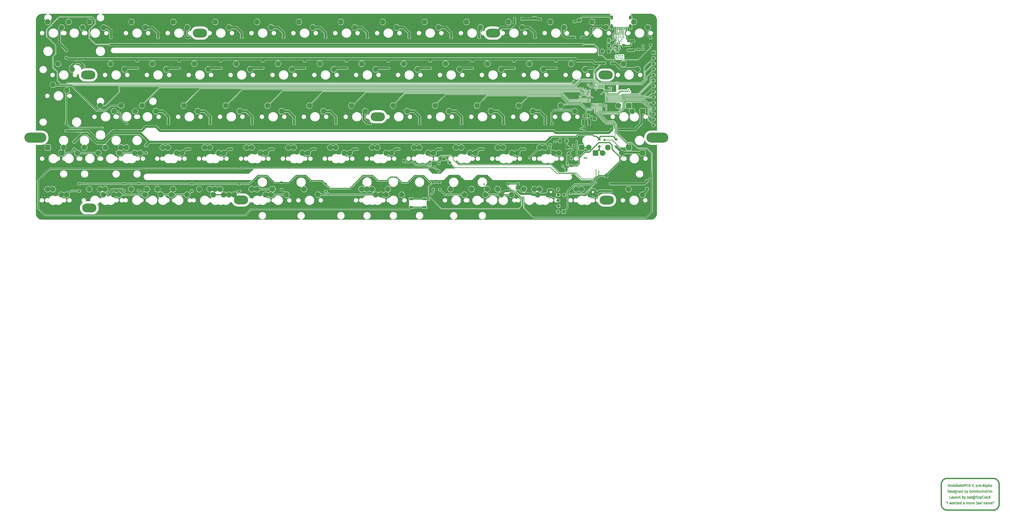
<source format=gbr>
G04 #@! TF.GenerationSoftware,KiCad,Pcbnew,(5.1.6)-1*
G04 #@! TF.CreationDate,2021-02-08T15:22:01+09:00*
G04 #@! TF.ProjectId,Joker60-NoArrows,4a6f6b65-7236-4302-9d4e-6f4172726f77,pre-Alpha*
G04 #@! TF.SameCoordinates,Original*
G04 #@! TF.FileFunction,Copper,L1,Top*
G04 #@! TF.FilePolarity,Positive*
%FSLAX46Y46*%
G04 Gerber Fmt 4.6, Leading zero omitted, Abs format (unit mm)*
G04 Created by KiCad (PCBNEW (5.1.6)-1) date 2021-02-08 15:22:01*
%MOMM*%
%LPD*%
G01*
G04 APERTURE LIST*
G04 #@! TA.AperFunction,EtchedComponent*
%ADD10C,0.010000*%
G04 #@! TD*
G04 #@! TA.AperFunction,ComponentPad*
%ADD11C,2.540000*%
G04 #@! TD*
G04 #@! TA.AperFunction,SMDPad,CuDef*
%ADD12R,0.400000X0.750000*%
G04 #@! TD*
G04 #@! TA.AperFunction,ComponentPad*
%ADD13O,1.300000X2.400000*%
G04 #@! TD*
G04 #@! TA.AperFunction,ComponentPad*
%ADD14O,1.300000X1.900000*%
G04 #@! TD*
G04 #@! TA.AperFunction,SMDPad,CuDef*
%ADD15R,1.475000X0.300000*%
G04 #@! TD*
G04 #@! TA.AperFunction,SMDPad,CuDef*
%ADD16R,0.900000X0.800000*%
G04 #@! TD*
G04 #@! TA.AperFunction,SMDPad,CuDef*
%ADD17R,1.800000X1.100000*%
G04 #@! TD*
G04 #@! TA.AperFunction,SMDPad,CuDef*
%ADD18R,0.650000X1.060000*%
G04 #@! TD*
G04 #@! TA.AperFunction,ComponentPad*
%ADD19O,10.000000X4.500001*%
G04 #@! TD*
G04 #@! TA.AperFunction,ComponentPad*
%ADD20O,6.500000X4.000000*%
G04 #@! TD*
G04 #@! TA.AperFunction,ComponentPad*
%ADD21O,1.524000X1.524000*%
G04 #@! TD*
G04 #@! TA.AperFunction,ComponentPad*
%ADD22R,1.524000X1.524000*%
G04 #@! TD*
G04 #@! TA.AperFunction,ViaPad*
%ADD23C,0.500000*%
G04 #@! TD*
G04 #@! TA.AperFunction,ViaPad*
%ADD24C,0.800000*%
G04 #@! TD*
G04 #@! TA.AperFunction,ViaPad*
%ADD25C,1.000000*%
G04 #@! TD*
G04 #@! TA.AperFunction,Conductor*
%ADD26C,0.500000*%
G04 #@! TD*
G04 #@! TA.AperFunction,Conductor*
%ADD27C,0.254000*%
G04 #@! TD*
G04 #@! TA.AperFunction,Conductor*
%ADD28C,1.000000*%
G04 #@! TD*
G04 #@! TA.AperFunction,Conductor*
%ADD29C,0.152400*%
G04 #@! TD*
G04 APERTURE END LIST*
D10*
G36*
X496774566Y-293791769D02*
G01*
X496976077Y-293791770D01*
X497177453Y-293791773D01*
X497378629Y-293791776D01*
X497579540Y-293791780D01*
X497780122Y-293791784D01*
X497980310Y-293791790D01*
X498180040Y-293791797D01*
X498379249Y-293791804D01*
X498577870Y-293791812D01*
X498775841Y-293791821D01*
X498973096Y-293791831D01*
X499169571Y-293791842D01*
X499365202Y-293791853D01*
X499559925Y-293791866D01*
X499753674Y-293791879D01*
X499946387Y-293791893D01*
X500137997Y-293791908D01*
X500328442Y-293791924D01*
X500517655Y-293791941D01*
X500705574Y-293791958D01*
X500892134Y-293791977D01*
X501077270Y-293791996D01*
X501260918Y-293792016D01*
X501443013Y-293792037D01*
X501623492Y-293792059D01*
X501802289Y-293792082D01*
X501979341Y-293792105D01*
X502154583Y-293792130D01*
X502327950Y-293792155D01*
X502499379Y-293792181D01*
X502668804Y-293792208D01*
X502836162Y-293792236D01*
X503001388Y-293792265D01*
X503164417Y-293792294D01*
X503325186Y-293792324D01*
X503483630Y-293792356D01*
X503639684Y-293792388D01*
X503793284Y-293792421D01*
X503944366Y-293792454D01*
X504092866Y-293792489D01*
X504238718Y-293792525D01*
X504381859Y-293792561D01*
X504522224Y-293792598D01*
X504659749Y-293792636D01*
X504794369Y-293792675D01*
X504926020Y-293792715D01*
X505054638Y-293792755D01*
X505180158Y-293792797D01*
X505302516Y-293792839D01*
X505421647Y-293792882D01*
X505537488Y-293792926D01*
X505649973Y-293792971D01*
X505759039Y-293793017D01*
X505864620Y-293793064D01*
X505966653Y-293793111D01*
X506065073Y-293793159D01*
X506159816Y-293793208D01*
X506250817Y-293793258D01*
X506338012Y-293793309D01*
X506421336Y-293793361D01*
X506500726Y-293793413D01*
X506576117Y-293793467D01*
X506647444Y-293793521D01*
X506714643Y-293793576D01*
X506777650Y-293793632D01*
X506836400Y-293793689D01*
X506890829Y-293793747D01*
X506940872Y-293793805D01*
X506986466Y-293793864D01*
X507027545Y-293793925D01*
X507064045Y-293793986D01*
X507095903Y-293794048D01*
X507123052Y-293794110D01*
X507145431Y-293794174D01*
X507162972Y-293794239D01*
X507175614Y-293794304D01*
X507183290Y-293794370D01*
X507185786Y-293794422D01*
X507273896Y-293800272D01*
X507358541Y-293808126D01*
X507440982Y-293818126D01*
X507522482Y-293830419D01*
X507565478Y-293837868D01*
X507684296Y-293861905D01*
X507801487Y-293890706D01*
X507916934Y-293924186D01*
X508030517Y-293962259D01*
X508142117Y-294004838D01*
X508251617Y-294051838D01*
X508358896Y-294103173D01*
X508463835Y-294158756D01*
X508566317Y-294218501D01*
X508666222Y-294282323D01*
X508763431Y-294350136D01*
X508857825Y-294421853D01*
X508949285Y-294497388D01*
X509037693Y-294576655D01*
X509122929Y-294659569D01*
X509204874Y-294746043D01*
X509283411Y-294835990D01*
X509358419Y-294929326D01*
X509429780Y-295025964D01*
X509497375Y-295125818D01*
X509561084Y-295228802D01*
X509612212Y-295318951D01*
X509667091Y-295425085D01*
X509717568Y-295533644D01*
X509763575Y-295644396D01*
X509805041Y-295757114D01*
X509841897Y-295871568D01*
X509874074Y-295987530D01*
X509901501Y-296104769D01*
X509924110Y-296223058D01*
X509941831Y-296342166D01*
X509952716Y-296440825D01*
X509955311Y-296469837D01*
X509957483Y-296496787D01*
X509959307Y-296522933D01*
X509960859Y-296549534D01*
X509962215Y-296577849D01*
X509963451Y-296609135D01*
X509964255Y-296632576D01*
X509964354Y-296638154D01*
X509964451Y-296648712D01*
X509964546Y-296664151D01*
X509964639Y-296684373D01*
X509964730Y-296709279D01*
X509964819Y-296738769D01*
X509964906Y-296772744D01*
X509964991Y-296811105D01*
X509965075Y-296853754D01*
X509965156Y-296900591D01*
X509965235Y-296951518D01*
X509965313Y-297006434D01*
X509965388Y-297065242D01*
X509965462Y-297127843D01*
X509965534Y-297194136D01*
X509965603Y-297264024D01*
X509965671Y-297337407D01*
X509965737Y-297414185D01*
X509965801Y-297494262D01*
X509965863Y-297577536D01*
X509965922Y-297663909D01*
X509965980Y-297753283D01*
X509966037Y-297845557D01*
X509966091Y-297940633D01*
X509966143Y-298038413D01*
X509966193Y-298138796D01*
X509966241Y-298241685D01*
X509966288Y-298346979D01*
X509966332Y-298454581D01*
X509966374Y-298564390D01*
X509966415Y-298676308D01*
X509966453Y-298790236D01*
X509966490Y-298906075D01*
X509966525Y-299023726D01*
X509966557Y-299143090D01*
X509966588Y-299264067D01*
X509966617Y-299386559D01*
X509966644Y-299510467D01*
X509966669Y-299635692D01*
X509966692Y-299762134D01*
X509966713Y-299889695D01*
X509966732Y-300018276D01*
X509966749Y-300147778D01*
X509966764Y-300278101D01*
X509966777Y-300409146D01*
X509966788Y-300540816D01*
X509966798Y-300673010D01*
X509966805Y-300805629D01*
X509966811Y-300938575D01*
X509966814Y-301071749D01*
X509966816Y-301205051D01*
X509966815Y-301338382D01*
X509966813Y-301471644D01*
X509966809Y-301604738D01*
X509966802Y-301737564D01*
X509966794Y-301870023D01*
X509966784Y-302002017D01*
X509966772Y-302133446D01*
X509966758Y-302264211D01*
X509966742Y-302394214D01*
X509966724Y-302523355D01*
X509966704Y-302651535D01*
X509966682Y-302778656D01*
X509966659Y-302904618D01*
X509966633Y-303029322D01*
X509966605Y-303152669D01*
X509966576Y-303274560D01*
X509966544Y-303394897D01*
X509966511Y-303513580D01*
X509966475Y-303630510D01*
X509966438Y-303745588D01*
X509966399Y-303858715D01*
X509966357Y-303969792D01*
X509966314Y-304078720D01*
X509966269Y-304185400D01*
X509966222Y-304289734D01*
X509966173Y-304391621D01*
X509966122Y-304490963D01*
X509966069Y-304587661D01*
X509966014Y-304681616D01*
X509965957Y-304772730D01*
X509965898Y-304860901D01*
X509965838Y-304946033D01*
X509965775Y-305028026D01*
X509965710Y-305106780D01*
X509965644Y-305182198D01*
X509965575Y-305254179D01*
X509965505Y-305322625D01*
X509965433Y-305387436D01*
X509965358Y-305448515D01*
X509965282Y-305505761D01*
X509965204Y-305559076D01*
X509965123Y-305608360D01*
X509965041Y-305653515D01*
X509964957Y-305694442D01*
X509964871Y-305731041D01*
X509964783Y-305763214D01*
X509964693Y-305790862D01*
X509964601Y-305813885D01*
X509964508Y-305832185D01*
X509964412Y-305845662D01*
X509964314Y-305854217D01*
X509964255Y-305856934D01*
X509963058Y-305890938D01*
X509961792Y-305921121D01*
X509960380Y-305948742D01*
X509958748Y-305975057D01*
X509956819Y-306001327D01*
X509954518Y-306028808D01*
X509952716Y-306048685D01*
X509938989Y-306169113D01*
X509920323Y-306288566D01*
X509896782Y-306406893D01*
X509868428Y-306523946D01*
X509835325Y-306639576D01*
X509797536Y-306753632D01*
X509755123Y-306865967D01*
X509708150Y-306976429D01*
X509656680Y-307084871D01*
X509600776Y-307191143D01*
X509540501Y-307295096D01*
X509475917Y-307396580D01*
X509407089Y-307495446D01*
X509334079Y-307591545D01*
X509266064Y-307674122D01*
X509186319Y-307763579D01*
X509102966Y-307849720D01*
X509016214Y-307932383D01*
X508926271Y-308011406D01*
X508833347Y-308086628D01*
X508737650Y-308157886D01*
X508639389Y-308225019D01*
X508538773Y-308287864D01*
X508436010Y-308346261D01*
X508331311Y-308400046D01*
X508327402Y-308401945D01*
X508216833Y-308452970D01*
X508105654Y-308499052D01*
X507993668Y-308540242D01*
X507880674Y-308576591D01*
X507766474Y-308608151D01*
X507650868Y-308634972D01*
X507533657Y-308657107D01*
X507414642Y-308674605D01*
X507293623Y-308687519D01*
X507185786Y-308695105D01*
X507182170Y-308695163D01*
X507173540Y-308695221D01*
X507159958Y-308695277D01*
X507141491Y-308695333D01*
X507118202Y-308695388D01*
X507090155Y-308695442D01*
X507057415Y-308695496D01*
X507020046Y-308695548D01*
X506978113Y-308695600D01*
X506931679Y-308695651D01*
X506880810Y-308695701D01*
X506825569Y-308695751D01*
X506766021Y-308695799D01*
X506702231Y-308695847D01*
X506634261Y-308695894D01*
X506562178Y-308695940D01*
X506486045Y-308695986D01*
X506405926Y-308696031D01*
X506321886Y-308696074D01*
X506233990Y-308696118D01*
X506142301Y-308696160D01*
X506046883Y-308696201D01*
X505947802Y-308696242D01*
X505845121Y-308696282D01*
X505738906Y-308696321D01*
X505629219Y-308696360D01*
X505516126Y-308696397D01*
X505399691Y-308696434D01*
X505279977Y-308696470D01*
X505157051Y-308696505D01*
X505030975Y-308696540D01*
X504901815Y-308696574D01*
X504769633Y-308696607D01*
X504634496Y-308696639D01*
X504496467Y-308696670D01*
X504355611Y-308696701D01*
X504211991Y-308696731D01*
X504065672Y-308696760D01*
X503916719Y-308696788D01*
X503765196Y-308696815D01*
X503611167Y-308696842D01*
X503454697Y-308696868D01*
X503295849Y-308696893D01*
X503134688Y-308696918D01*
X502971279Y-308696941D01*
X502805686Y-308696964D01*
X502637973Y-308696986D01*
X502468205Y-308697008D01*
X502296445Y-308697028D01*
X502122759Y-308697048D01*
X501947210Y-308697067D01*
X501769863Y-308697086D01*
X501590782Y-308697103D01*
X501410031Y-308697120D01*
X501227676Y-308697136D01*
X501043779Y-308697151D01*
X500858406Y-308697166D01*
X500671621Y-308697180D01*
X500483488Y-308697193D01*
X500294072Y-308697205D01*
X500103436Y-308697216D01*
X499911646Y-308697227D01*
X499718765Y-308697237D01*
X499524858Y-308697246D01*
X499329989Y-308697255D01*
X499134223Y-308697262D01*
X498937623Y-308697269D01*
X498740255Y-308697276D01*
X498542182Y-308697281D01*
X498343469Y-308697286D01*
X498144180Y-308697290D01*
X497944379Y-308697293D01*
X497744132Y-308697295D01*
X497543502Y-308697297D01*
X497342553Y-308697298D01*
X496939957Y-308697298D01*
X496738439Y-308697296D01*
X496536859Y-308697294D01*
X496335283Y-308697292D01*
X496133774Y-308697288D01*
X495932397Y-308697284D01*
X495731216Y-308697279D01*
X495530296Y-308697273D01*
X495329700Y-308697267D01*
X495129494Y-308697260D01*
X494929741Y-308697252D01*
X494730506Y-308697243D01*
X494531853Y-308697234D01*
X494333847Y-308697224D01*
X494136552Y-308697213D01*
X493940031Y-308697201D01*
X493744351Y-308697189D01*
X493549574Y-308697176D01*
X493355765Y-308697162D01*
X493162989Y-308697148D01*
X492971309Y-308697132D01*
X492780791Y-308697116D01*
X492591498Y-308697100D01*
X492403495Y-308697082D01*
X492216846Y-308697064D01*
X492031616Y-308697045D01*
X491847869Y-308697026D01*
X491665668Y-308697005D01*
X491485080Y-308696984D01*
X491306167Y-308696962D01*
X491128994Y-308696940D01*
X490953626Y-308696917D01*
X490780126Y-308696893D01*
X490608560Y-308696868D01*
X490438991Y-308696843D01*
X490271484Y-308696817D01*
X490106104Y-308696790D01*
X489942913Y-308696762D01*
X489781978Y-308696734D01*
X489623362Y-308696705D01*
X489467129Y-308696675D01*
X489313344Y-308696645D01*
X489162071Y-308696614D01*
X489013375Y-308696582D01*
X488867320Y-308696550D01*
X488723969Y-308696516D01*
X488583389Y-308696482D01*
X488445642Y-308696448D01*
X488310793Y-308696412D01*
X488178907Y-308696376D01*
X488050047Y-308696340D01*
X487924279Y-308696302D01*
X487801666Y-308696264D01*
X487682273Y-308696225D01*
X487566165Y-308696185D01*
X487453404Y-308696145D01*
X487344057Y-308696104D01*
X487238187Y-308696062D01*
X487135858Y-308696020D01*
X487037135Y-308695977D01*
X486942082Y-308695933D01*
X486850764Y-308695889D01*
X486763245Y-308695843D01*
X486679589Y-308695797D01*
X486599860Y-308695751D01*
X486524123Y-308695704D01*
X486452442Y-308695656D01*
X486384882Y-308695607D01*
X486321506Y-308695558D01*
X486262380Y-308695507D01*
X486207567Y-308695457D01*
X486157133Y-308695405D01*
X486111140Y-308695353D01*
X486069654Y-308695300D01*
X486032738Y-308695247D01*
X486000458Y-308695193D01*
X485972877Y-308695138D01*
X485950060Y-308695082D01*
X485932071Y-308695026D01*
X485918975Y-308694969D01*
X485910836Y-308694911D01*
X485907794Y-308694858D01*
X485784079Y-308685543D01*
X485661739Y-308671353D01*
X485540838Y-308652313D01*
X485421439Y-308628444D01*
X485303606Y-308599769D01*
X485187402Y-308566312D01*
X485072890Y-308528094D01*
X484960134Y-308485140D01*
X484849197Y-308437471D01*
X484740143Y-308385111D01*
X484633036Y-308328081D01*
X484527938Y-308266406D01*
X484424913Y-308200108D01*
X484324025Y-308129209D01*
X484315374Y-308122840D01*
X484221475Y-308050329D01*
X484130562Y-307973800D01*
X484042776Y-307893440D01*
X483958259Y-307809436D01*
X483877153Y-307721977D01*
X483799599Y-307631250D01*
X483725739Y-307537442D01*
X483655714Y-307440742D01*
X483589666Y-307341336D01*
X483527737Y-307239413D01*
X483470069Y-307135159D01*
X483416803Y-307028763D01*
X483368080Y-306920413D01*
X483324042Y-306810295D01*
X483323683Y-306809338D01*
X483284144Y-306697443D01*
X483249409Y-306585347D01*
X483219413Y-306472711D01*
X483194089Y-306359194D01*
X483173369Y-306244454D01*
X483157188Y-306128153D01*
X483145477Y-306009949D01*
X483138171Y-305889501D01*
X483136998Y-305858204D01*
X483136897Y-305852553D01*
X483136797Y-305841922D01*
X483136699Y-305826409D01*
X483136604Y-305806115D01*
X483136510Y-305781137D01*
X483136418Y-305751574D01*
X483136329Y-305717527D01*
X483136241Y-305679093D01*
X483136156Y-305636372D01*
X483136072Y-305589463D01*
X483135990Y-305538465D01*
X483135911Y-305483477D01*
X483135833Y-305424598D01*
X483135757Y-305361927D01*
X483135684Y-305295564D01*
X483135612Y-305225607D01*
X483135543Y-305152154D01*
X483135475Y-305075307D01*
X483135409Y-304995162D01*
X483135346Y-304911820D01*
X483135284Y-304825379D01*
X483135224Y-304735939D01*
X483135167Y-304643599D01*
X483135111Y-304548457D01*
X483135058Y-304450612D01*
X483135006Y-304350165D01*
X483134956Y-304247213D01*
X483134909Y-304141855D01*
X483134863Y-304034192D01*
X483134820Y-303924321D01*
X483134778Y-303812343D01*
X483134738Y-303698355D01*
X483134701Y-303582457D01*
X483134665Y-303464749D01*
X483134632Y-303345328D01*
X483134600Y-303224295D01*
X483134570Y-303101748D01*
X483134543Y-302977786D01*
X483134517Y-302852508D01*
X483134494Y-302726014D01*
X483134472Y-302598402D01*
X483134452Y-302469771D01*
X483134435Y-302340221D01*
X483134419Y-302209851D01*
X483134406Y-302078759D01*
X483134394Y-301947044D01*
X483134385Y-301814807D01*
X483134377Y-301682145D01*
X483134371Y-301549158D01*
X483134368Y-301415944D01*
X483134366Y-301282603D01*
X483134366Y-301254242D01*
X483635622Y-301254242D01*
X483635623Y-301388175D01*
X483635628Y-301522003D01*
X483635635Y-301655628D01*
X483635644Y-301788954D01*
X483635657Y-301921880D01*
X483635672Y-302054311D01*
X483635690Y-302186148D01*
X483635711Y-302317294D01*
X483635734Y-302447650D01*
X483635760Y-302577119D01*
X483635789Y-302705602D01*
X483635821Y-302833003D01*
X483635855Y-302959223D01*
X483635892Y-303084165D01*
X483635932Y-303207730D01*
X483635974Y-303329821D01*
X483636020Y-303450340D01*
X483636068Y-303569189D01*
X483636118Y-303686271D01*
X483636172Y-303801487D01*
X483636228Y-303914740D01*
X483636287Y-304025931D01*
X483636349Y-304134964D01*
X483636413Y-304241741D01*
X483636480Y-304346163D01*
X483636550Y-304448132D01*
X483636622Y-304547551D01*
X483636698Y-304644323D01*
X483636776Y-304738348D01*
X483636857Y-304829530D01*
X483636940Y-304917771D01*
X483637026Y-305002973D01*
X483637115Y-305085037D01*
X483637207Y-305163866D01*
X483637301Y-305239363D01*
X483637398Y-305311430D01*
X483637498Y-305379968D01*
X483637601Y-305444880D01*
X483637706Y-305506068D01*
X483637814Y-305563434D01*
X483637925Y-305616881D01*
X483638039Y-305666310D01*
X483638155Y-305711625D01*
X483638274Y-305752726D01*
X483638396Y-305789516D01*
X483638520Y-305821898D01*
X483638647Y-305849773D01*
X483638777Y-305873044D01*
X483638910Y-305891613D01*
X483639045Y-305905382D01*
X483639183Y-305914253D01*
X483639304Y-305917888D01*
X483640726Y-305937266D01*
X483642512Y-305959597D01*
X483644485Y-305982783D01*
X483646469Y-306004726D01*
X483647642Y-306016938D01*
X483661029Y-306126704D01*
X483679318Y-306235296D01*
X483702437Y-306342571D01*
X483730314Y-306448385D01*
X483762878Y-306552594D01*
X483800057Y-306655055D01*
X483841778Y-306755626D01*
X483887971Y-306854162D01*
X483938562Y-306950519D01*
X483993482Y-307044556D01*
X484052657Y-307136128D01*
X484116015Y-307225093D01*
X484183486Y-307311305D01*
X484254996Y-307394623D01*
X484330476Y-307474903D01*
X484409851Y-307552002D01*
X484422360Y-307563532D01*
X484505776Y-307636472D01*
X484592037Y-307705245D01*
X484681001Y-307769793D01*
X484772528Y-307830060D01*
X484866477Y-307885986D01*
X484962707Y-307937515D01*
X485061078Y-307984590D01*
X485161449Y-308027152D01*
X485263678Y-308065145D01*
X485367626Y-308098511D01*
X485473152Y-308127192D01*
X485580114Y-308151130D01*
X485688372Y-308170270D01*
X485797786Y-308184552D01*
X485908213Y-308193919D01*
X485973713Y-308197115D01*
X485977857Y-308197172D01*
X485987016Y-308197228D01*
X486001125Y-308197284D01*
X486020119Y-308197339D01*
X486043934Y-308197393D01*
X486072504Y-308197446D01*
X486105766Y-308197499D01*
X486143654Y-308197551D01*
X486186104Y-308197603D01*
X486233051Y-308197653D01*
X486284431Y-308197703D01*
X486340179Y-308197753D01*
X486400230Y-308197801D01*
X486464520Y-308197849D01*
X486532983Y-308197896D01*
X486605556Y-308197943D01*
X486682173Y-308197989D01*
X486762770Y-308198034D01*
X486847283Y-308198078D01*
X486935646Y-308198122D01*
X487027794Y-308198165D01*
X487123664Y-308198208D01*
X487223191Y-308198249D01*
X487326309Y-308198290D01*
X487432955Y-308198330D01*
X487543063Y-308198370D01*
X487656569Y-308198409D01*
X487773408Y-308198447D01*
X487893516Y-308198484D01*
X488016828Y-308198521D01*
X488143279Y-308198557D01*
X488272804Y-308198592D01*
X488405340Y-308198627D01*
X488540820Y-308198661D01*
X488679181Y-308198694D01*
X488820358Y-308198727D01*
X488964287Y-308198758D01*
X489110901Y-308198789D01*
X489260138Y-308198820D01*
X489411932Y-308198849D01*
X489566218Y-308198878D01*
X489722932Y-308198907D01*
X489882010Y-308198934D01*
X490043386Y-308198961D01*
X490206995Y-308198987D01*
X490372774Y-308199012D01*
X490540658Y-308199037D01*
X490710581Y-308199061D01*
X490882480Y-308199084D01*
X491056289Y-308199107D01*
X491231944Y-308199128D01*
X491409380Y-308199150D01*
X491588533Y-308199170D01*
X491769338Y-308199190D01*
X491951729Y-308199209D01*
X492135644Y-308199227D01*
X492321016Y-308199244D01*
X492507781Y-308199261D01*
X492695875Y-308199277D01*
X492885233Y-308199292D01*
X493075790Y-308199307D01*
X493267481Y-308199321D01*
X493460243Y-308199334D01*
X493654009Y-308199347D01*
X493848716Y-308199358D01*
X494044299Y-308199369D01*
X494240693Y-308199380D01*
X494437834Y-308199389D01*
X494635656Y-308199398D01*
X494834096Y-308199406D01*
X495033088Y-308199414D01*
X495232568Y-308199420D01*
X495432471Y-308199426D01*
X495632733Y-308199431D01*
X495833288Y-308199436D01*
X496034073Y-308199440D01*
X496235022Y-308199443D01*
X496436071Y-308199445D01*
X496637156Y-308199447D01*
X496838210Y-308199447D01*
X497039171Y-308199448D01*
X497239973Y-308199447D01*
X497440551Y-308199446D01*
X497640841Y-308199444D01*
X497840779Y-308199441D01*
X498040298Y-308199437D01*
X498239336Y-308199433D01*
X498437827Y-308199428D01*
X498635706Y-308199422D01*
X498832909Y-308199416D01*
X499029372Y-308199408D01*
X499225029Y-308199401D01*
X499419815Y-308199392D01*
X499613667Y-308199382D01*
X499806520Y-308199372D01*
X499998308Y-308199361D01*
X500188967Y-308199350D01*
X500378433Y-308199337D01*
X500566641Y-308199324D01*
X500753526Y-308199310D01*
X500939023Y-308199296D01*
X501123068Y-308199280D01*
X501305596Y-308199264D01*
X501486543Y-308199248D01*
X501665844Y-308199230D01*
X501843434Y-308199212D01*
X502019248Y-308199193D01*
X502193222Y-308199173D01*
X502365292Y-308199152D01*
X502535391Y-308199131D01*
X502703457Y-308199109D01*
X502869424Y-308199086D01*
X503033227Y-308199063D01*
X503194802Y-308199039D01*
X503354084Y-308199014D01*
X503511009Y-308198988D01*
X503665512Y-308198961D01*
X503817527Y-308198934D01*
X503966992Y-308198906D01*
X504113840Y-308198877D01*
X504258007Y-308198848D01*
X504399428Y-308198818D01*
X504538040Y-308198787D01*
X504673777Y-308198755D01*
X504806574Y-308198722D01*
X504936366Y-308198689D01*
X505063091Y-308198655D01*
X505186681Y-308198620D01*
X505307073Y-308198585D01*
X505424203Y-308198549D01*
X505538005Y-308198512D01*
X505648415Y-308198474D01*
X505755368Y-308198435D01*
X505858799Y-308198396D01*
X505958644Y-308198356D01*
X506054838Y-308198315D01*
X506147317Y-308198274D01*
X506236016Y-308198231D01*
X506320870Y-308198188D01*
X506401814Y-308198144D01*
X506478784Y-308198100D01*
X506551715Y-308198054D01*
X506620543Y-308198008D01*
X506685202Y-308197961D01*
X506745629Y-308197914D01*
X506801758Y-308197865D01*
X506853525Y-308197816D01*
X506900865Y-308197766D01*
X506943713Y-308197716D01*
X506982005Y-308197664D01*
X507015677Y-308197612D01*
X507044662Y-308197559D01*
X507068898Y-308197505D01*
X507088319Y-308197451D01*
X507102860Y-308197395D01*
X507112457Y-308197339D01*
X507117045Y-308197282D01*
X507117213Y-308197277D01*
X507229933Y-308190902D01*
X507340573Y-308179924D01*
X507449283Y-308164308D01*
X507556212Y-308144016D01*
X507661509Y-308119011D01*
X507765322Y-308089255D01*
X507867801Y-308054713D01*
X507969095Y-308015345D01*
X508069353Y-307971117D01*
X508116603Y-307948420D01*
X508214546Y-307897315D01*
X508309765Y-307841941D01*
X508402176Y-307782367D01*
X508491693Y-307718664D01*
X508578232Y-307650903D01*
X508661709Y-307579155D01*
X508742039Y-307503488D01*
X508819137Y-307423975D01*
X508892919Y-307340685D01*
X508963299Y-307253688D01*
X508983354Y-307227388D01*
X509045004Y-307141359D01*
X509103087Y-307052018D01*
X509157380Y-306959802D01*
X509207660Y-306865144D01*
X509253705Y-306768482D01*
X509295291Y-306670251D01*
X509332197Y-306570886D01*
X509355949Y-306498227D01*
X509378952Y-306419462D01*
X509398970Y-306341897D01*
X509416176Y-306264588D01*
X509430741Y-306186589D01*
X509442838Y-306106957D01*
X509452639Y-306024745D01*
X509460315Y-305939011D01*
X509461943Y-305916618D01*
X509462081Y-305912089D01*
X509462217Y-305902579D01*
X509462349Y-305888184D01*
X509462479Y-305869004D01*
X509462607Y-305845135D01*
X509462731Y-305816676D01*
X509462853Y-305783724D01*
X509462972Y-305746377D01*
X509463089Y-305704733D01*
X509463203Y-305658890D01*
X509463314Y-305608945D01*
X509463422Y-305554997D01*
X509463528Y-305497142D01*
X509463631Y-305435479D01*
X509463732Y-305370106D01*
X509463830Y-305301121D01*
X509463925Y-305228621D01*
X509464017Y-305152703D01*
X509464107Y-305073467D01*
X509464194Y-304991009D01*
X509464278Y-304905428D01*
X509464360Y-304816820D01*
X509464439Y-304725285D01*
X509464515Y-304630920D01*
X509464589Y-304533822D01*
X509464660Y-304434090D01*
X509464728Y-304331821D01*
X509464793Y-304227113D01*
X509464856Y-304120063D01*
X509464917Y-304010771D01*
X509464974Y-303899332D01*
X509465029Y-303785846D01*
X509465081Y-303670410D01*
X509465131Y-303553121D01*
X509465177Y-303434079D01*
X509465221Y-303313379D01*
X509465263Y-303191121D01*
X509465302Y-303067401D01*
X509465338Y-302942319D01*
X509465371Y-302815971D01*
X509465402Y-302688455D01*
X509465430Y-302559869D01*
X509465455Y-302430311D01*
X509465478Y-302299880D01*
X509465498Y-302168671D01*
X509465515Y-302036784D01*
X509465530Y-301904316D01*
X509465541Y-301771365D01*
X509465551Y-301638029D01*
X509465557Y-301504405D01*
X509465561Y-301370591D01*
X509465562Y-301236686D01*
X509465561Y-301102786D01*
X509465557Y-300968990D01*
X509465550Y-300835396D01*
X509465540Y-300702101D01*
X509465528Y-300569203D01*
X509465513Y-300436800D01*
X509465495Y-300304989D01*
X509465475Y-300173869D01*
X509465452Y-300043537D01*
X509465427Y-299914092D01*
X509465398Y-299785630D01*
X509465367Y-299658249D01*
X509465333Y-299532049D01*
X509465297Y-299407125D01*
X509465258Y-299283577D01*
X509465216Y-299161501D01*
X509465172Y-299040996D01*
X509465125Y-298922159D01*
X509465075Y-298805089D01*
X509465022Y-298689882D01*
X509464967Y-298576638D01*
X509464909Y-298465453D01*
X509464849Y-298356425D01*
X509464786Y-298249653D01*
X509464720Y-298145234D01*
X509464651Y-298043265D01*
X509464580Y-297943845D01*
X509464506Y-297847071D01*
X509464429Y-297753042D01*
X509464350Y-297661854D01*
X509464268Y-297573607D01*
X509464183Y-297488396D01*
X509464096Y-297406322D01*
X509464006Y-297327480D01*
X509463913Y-297251969D01*
X509463818Y-297179887D01*
X509463720Y-297111332D01*
X509463619Y-297046401D01*
X509463516Y-296985192D01*
X509463409Y-296927803D01*
X509463301Y-296874332D01*
X509463189Y-296824876D01*
X509463075Y-296779534D01*
X509462958Y-296738402D01*
X509462839Y-296701580D01*
X509462716Y-296669164D01*
X509462591Y-296641253D01*
X509462464Y-296617944D01*
X509462334Y-296599335D01*
X509462201Y-296585524D01*
X509462065Y-296576609D01*
X509461943Y-296572892D01*
X509454576Y-296484150D01*
X509445001Y-296399150D01*
X509433050Y-296316981D01*
X509418560Y-296236736D01*
X509401365Y-296157505D01*
X509381298Y-296078378D01*
X509358195Y-295998448D01*
X509355992Y-295991283D01*
X509321594Y-295888519D01*
X509282393Y-295787239D01*
X509238502Y-295687640D01*
X509190030Y-295589918D01*
X509137089Y-295494270D01*
X509079792Y-295400894D01*
X509018247Y-295309986D01*
X508952569Y-295221744D01*
X508882866Y-295136363D01*
X508854536Y-295103794D01*
X508838957Y-295086580D01*
X508820441Y-295066751D01*
X508799794Y-295045124D01*
X508777822Y-295022517D01*
X508755332Y-294999749D01*
X508733129Y-294977637D01*
X508712021Y-294956998D01*
X508692812Y-294938652D01*
X508680427Y-294927153D01*
X508596096Y-294853474D01*
X508509061Y-294784085D01*
X508419387Y-294719020D01*
X508327137Y-294658317D01*
X508232374Y-294602010D01*
X508135163Y-294550135D01*
X508035567Y-294502728D01*
X507933650Y-294459825D01*
X507829476Y-294421461D01*
X507723108Y-294387672D01*
X507710241Y-294383938D01*
X507635095Y-294363869D01*
X507556663Y-294345797D01*
X507476441Y-294330015D01*
X507395926Y-294316811D01*
X507316615Y-294306476D01*
X507303885Y-294305082D01*
X507274129Y-294302024D01*
X507247014Y-294299507D01*
X507221159Y-294297435D01*
X507195180Y-294295712D01*
X507167694Y-294294243D01*
X507137318Y-294292932D01*
X507117704Y-294292201D01*
X507113412Y-294292139D01*
X507104105Y-294292077D01*
X507089848Y-294292017D01*
X507070705Y-294291957D01*
X507046742Y-294291898D01*
X507018024Y-294291840D01*
X506984614Y-294291782D01*
X506946577Y-294291725D01*
X506903979Y-294291670D01*
X506856884Y-294291615D01*
X506805356Y-294291560D01*
X506749462Y-294291507D01*
X506689264Y-294291454D01*
X506624828Y-294291402D01*
X506556219Y-294291351D01*
X506483501Y-294291301D01*
X506406739Y-294291251D01*
X506325998Y-294291203D01*
X506241342Y-294291155D01*
X506152837Y-294291108D01*
X506060547Y-294291061D01*
X505964536Y-294291016D01*
X505864870Y-294290971D01*
X505761612Y-294290927D01*
X505654829Y-294290884D01*
X505544584Y-294290842D01*
X505430943Y-294290800D01*
X505313970Y-294290760D01*
X505193729Y-294290720D01*
X505070286Y-294290681D01*
X504943704Y-294290642D01*
X504814050Y-294290605D01*
X504681388Y-294290568D01*
X504545782Y-294290532D01*
X504407296Y-294290497D01*
X504265997Y-294290463D01*
X504121948Y-294290429D01*
X503975215Y-294290397D01*
X503825861Y-294290365D01*
X503673952Y-294290334D01*
X503519552Y-294290303D01*
X503362727Y-294290274D01*
X503203540Y-294290245D01*
X503042057Y-294290217D01*
X502878343Y-294290190D01*
X502712461Y-294290164D01*
X502544477Y-294290138D01*
X502374455Y-294290113D01*
X502202461Y-294290089D01*
X502028559Y-294290066D01*
X501852813Y-294290044D01*
X501675288Y-294290022D01*
X501496050Y-294290002D01*
X501315162Y-294289982D01*
X501132690Y-294289963D01*
X500948698Y-294289944D01*
X500763251Y-294289927D01*
X500576414Y-294289910D01*
X500388251Y-294289894D01*
X500198828Y-294289879D01*
X500008208Y-294289864D01*
X499816457Y-294289851D01*
X499623639Y-294289838D01*
X499429819Y-294289826D01*
X499235061Y-294289815D01*
X499039432Y-294289805D01*
X498842994Y-294289795D01*
X498645813Y-294289786D01*
X498447954Y-294289778D01*
X498249482Y-294289771D01*
X498050460Y-294289765D01*
X497850954Y-294289759D01*
X497651029Y-294289754D01*
X497450749Y-294289750D01*
X497250179Y-294289747D01*
X497049383Y-294289745D01*
X496848427Y-294289743D01*
X496245243Y-294289743D01*
X496044292Y-294289745D01*
X495843504Y-294289747D01*
X495642943Y-294289751D01*
X495442675Y-294289755D01*
X495242765Y-294289759D01*
X495043276Y-294289765D01*
X494844273Y-294289771D01*
X494645823Y-294289779D01*
X494447988Y-294289787D01*
X494250834Y-294289795D01*
X494054425Y-294289805D01*
X493858827Y-294289815D01*
X493664104Y-294289827D01*
X493470320Y-294289839D01*
X493277541Y-294289851D01*
X493085831Y-294289865D01*
X492895255Y-294289879D01*
X492705877Y-294289895D01*
X492517763Y-294289911D01*
X492330977Y-294289927D01*
X492145583Y-294289945D01*
X491961647Y-294289963D01*
X491779233Y-294289982D01*
X491598406Y-294290002D01*
X491419231Y-294290023D01*
X491241772Y-294290045D01*
X491066094Y-294290067D01*
X490892262Y-294290090D01*
X490720340Y-294290114D01*
X490550394Y-294290139D01*
X490382487Y-294290165D01*
X490216685Y-294290191D01*
X490053053Y-294290218D01*
X489891655Y-294290246D01*
X489732556Y-294290275D01*
X489575820Y-294290304D01*
X489421512Y-294290335D01*
X489269698Y-294290366D01*
X489120441Y-294290398D01*
X488973807Y-294290431D01*
X488829860Y-294290464D01*
X488688665Y-294290498D01*
X488550287Y-294290534D01*
X488414789Y-294290570D01*
X488282238Y-294290606D01*
X488152698Y-294290644D01*
X488026233Y-294290682D01*
X487902909Y-294290721D01*
X487782790Y-294290761D01*
X487665940Y-294290802D01*
X487552424Y-294290843D01*
X487442308Y-294290886D01*
X487335656Y-294290929D01*
X487232532Y-294290973D01*
X487133001Y-294291018D01*
X487037129Y-294291063D01*
X486944979Y-294291109D01*
X486856617Y-294291157D01*
X486772107Y-294291204D01*
X486691514Y-294291253D01*
X486614902Y-294291303D01*
X486542337Y-294291353D01*
X486473883Y-294291404D01*
X486409604Y-294291456D01*
X486349567Y-294291509D01*
X486293834Y-294291562D01*
X486242472Y-294291617D01*
X486195544Y-294291672D01*
X486153115Y-294291728D01*
X486115251Y-294291784D01*
X486082016Y-294291842D01*
X486053474Y-294291900D01*
X486029690Y-294291959D01*
X486010730Y-294292019D01*
X485996657Y-294292080D01*
X485987537Y-294292141D01*
X485983496Y-294292201D01*
X485919025Y-294295131D01*
X485858097Y-294299262D01*
X485799292Y-294304719D01*
X485741189Y-294311627D01*
X485705884Y-294316547D01*
X485596473Y-294335140D01*
X485488579Y-294358542D01*
X485382329Y-294386679D01*
X485277847Y-294419475D01*
X485175260Y-294456854D01*
X485074695Y-294498742D01*
X484976276Y-294545061D01*
X484880131Y-294595738D01*
X484786384Y-294650696D01*
X484695163Y-294709861D01*
X484606593Y-294773156D01*
X484520800Y-294840506D01*
X484437910Y-294911835D01*
X484358049Y-294987069D01*
X484281343Y-295066132D01*
X484207919Y-295148948D01*
X484137901Y-295235442D01*
X484109768Y-295272542D01*
X484049197Y-295358069D01*
X483992024Y-295447099D01*
X483938494Y-295539153D01*
X483888850Y-295633753D01*
X483843337Y-295730419D01*
X483802200Y-295828674D01*
X483765681Y-295928038D01*
X483748139Y-295981444D01*
X483721416Y-296072316D01*
X483698427Y-296163518D01*
X483679040Y-296255762D01*
X483663124Y-296349760D01*
X483650547Y-296446222D01*
X483641179Y-296545859D01*
X483639304Y-296571622D01*
X483639164Y-296576212D01*
X483639026Y-296585783D01*
X483638891Y-296600237D01*
X483638759Y-296619478D01*
X483638629Y-296643408D01*
X483638502Y-296671927D01*
X483638378Y-296704939D01*
X483638257Y-296742346D01*
X483638138Y-296784050D01*
X483638022Y-296829953D01*
X483637909Y-296879958D01*
X483637799Y-296933966D01*
X483637691Y-296991879D01*
X483637586Y-297053601D01*
X483637484Y-297119032D01*
X483637385Y-297188076D01*
X483637288Y-297260634D01*
X483637194Y-297336609D01*
X483637102Y-297415903D01*
X483637014Y-297498418D01*
X483636928Y-297584055D01*
X483636845Y-297672719D01*
X483636765Y-297764309D01*
X483636687Y-297858730D01*
X483636612Y-297955882D01*
X483636540Y-298055669D01*
X483636470Y-298157992D01*
X483636404Y-298262753D01*
X483636340Y-298369855D01*
X483636278Y-298479200D01*
X483636220Y-298590689D01*
X483636164Y-298704226D01*
X483636111Y-298819713D01*
X483636061Y-298937051D01*
X483636013Y-299056142D01*
X483635968Y-299176890D01*
X483635926Y-299299196D01*
X483635887Y-299422962D01*
X483635850Y-299548090D01*
X483635816Y-299674484D01*
X483635785Y-299802044D01*
X483635756Y-299930673D01*
X483635731Y-300060273D01*
X483635708Y-300190747D01*
X483635687Y-300321996D01*
X483635670Y-300453923D01*
X483635655Y-300586431D01*
X483635643Y-300719420D01*
X483635633Y-300852793D01*
X483635627Y-300986454D01*
X483635623Y-301120302D01*
X483635622Y-301254242D01*
X483134366Y-301254242D01*
X483134367Y-301149235D01*
X483134369Y-301015937D01*
X483134374Y-300882809D01*
X483134380Y-300749951D01*
X483134388Y-300617460D01*
X483134399Y-300485436D01*
X483134411Y-300353979D01*
X483134426Y-300223187D01*
X483134442Y-300093159D01*
X483134461Y-299963994D01*
X483134481Y-299835792D01*
X483134504Y-299708651D01*
X483134528Y-299582671D01*
X483134554Y-299457950D01*
X483134583Y-299334588D01*
X483134613Y-299212683D01*
X483134646Y-299092335D01*
X483134680Y-298973643D01*
X483134717Y-298856705D01*
X483134755Y-298741621D01*
X483134796Y-298628490D01*
X483134838Y-298517411D01*
X483134883Y-298408483D01*
X483134929Y-298301805D01*
X483134978Y-298197475D01*
X483135028Y-298095594D01*
X483135081Y-297996260D01*
X483135135Y-297899572D01*
X483135191Y-297805630D01*
X483135250Y-297714531D01*
X483135310Y-297626376D01*
X483135373Y-297541263D01*
X483135437Y-297459292D01*
X483135504Y-297380561D01*
X483135572Y-297305169D01*
X483135643Y-297233216D01*
X483135715Y-297164801D01*
X483135790Y-297100022D01*
X483135866Y-297038979D01*
X483135945Y-296981770D01*
X483136025Y-296928496D01*
X483136108Y-296879254D01*
X483136192Y-296834144D01*
X483136279Y-296793265D01*
X483136367Y-296756716D01*
X483136458Y-296724595D01*
X483136550Y-296697003D01*
X483136645Y-296674038D01*
X483136741Y-296655799D01*
X483136840Y-296642386D01*
X483136940Y-296633896D01*
X483136998Y-296631306D01*
X483140592Y-296548908D01*
X483145915Y-296470095D01*
X483153111Y-296393624D01*
X483162323Y-296318256D01*
X483173696Y-296242749D01*
X483187372Y-296165861D01*
X483195760Y-296123357D01*
X483222145Y-296006536D01*
X483253449Y-295890739D01*
X483289576Y-295776191D01*
X483330427Y-295663122D01*
X483375906Y-295551757D01*
X483425915Y-295442325D01*
X483480356Y-295335052D01*
X483539133Y-295230167D01*
X483602147Y-295127895D01*
X483657544Y-295045235D01*
X483729228Y-294946622D01*
X483804687Y-294851373D01*
X483883818Y-294759574D01*
X483966517Y-294671308D01*
X484052680Y-294586661D01*
X484142205Y-294505715D01*
X484234987Y-294428557D01*
X484330925Y-294355269D01*
X484429914Y-294285937D01*
X484531851Y-294220644D01*
X484636632Y-294159476D01*
X484744155Y-294102516D01*
X484854316Y-294049849D01*
X484903325Y-294028174D01*
X485014431Y-293982948D01*
X485127090Y-293942501D01*
X485241355Y-293906821D01*
X485357282Y-293875896D01*
X485474922Y-293849713D01*
X485594330Y-293828260D01*
X485715561Y-293811524D01*
X485838667Y-293799494D01*
X485915414Y-293794422D01*
X485919183Y-293794355D01*
X485927967Y-293794289D01*
X485941702Y-293794224D01*
X485960323Y-293794160D01*
X485983766Y-293794096D01*
X486011967Y-293794034D01*
X486044861Y-293793972D01*
X486082384Y-293793911D01*
X486124471Y-293793851D01*
X486171058Y-293793792D01*
X486222081Y-293793734D01*
X486277474Y-293793676D01*
X486337175Y-293793620D01*
X486401118Y-293793564D01*
X486469240Y-293793509D01*
X486541475Y-293793455D01*
X486617759Y-293793402D01*
X486698028Y-293793349D01*
X486782218Y-293793298D01*
X486870263Y-293793247D01*
X486962101Y-293793197D01*
X487057666Y-293793148D01*
X487156894Y-293793100D01*
X487259720Y-293793053D01*
X487366081Y-293793007D01*
X487475911Y-293792961D01*
X487589147Y-293792917D01*
X487705724Y-293792873D01*
X487825577Y-293792830D01*
X487948643Y-293792788D01*
X488074856Y-293792746D01*
X488204153Y-293792706D01*
X488336469Y-293792666D01*
X488471740Y-293792628D01*
X488609901Y-293792590D01*
X488750888Y-293792553D01*
X488894637Y-293792517D01*
X489041082Y-293792481D01*
X489190161Y-293792447D01*
X489341807Y-293792413D01*
X489495958Y-293792381D01*
X489652548Y-293792349D01*
X489811514Y-293792318D01*
X489972790Y-293792287D01*
X490136313Y-293792258D01*
X490302018Y-293792230D01*
X490469840Y-293792202D01*
X490639716Y-293792175D01*
X490811581Y-293792149D01*
X490985370Y-293792124D01*
X491161019Y-293792100D01*
X491338464Y-293792077D01*
X491517640Y-293792054D01*
X491698483Y-293792033D01*
X491880929Y-293792012D01*
X492064913Y-293791992D01*
X492250371Y-293791973D01*
X492437238Y-293791955D01*
X492625450Y-293791937D01*
X492814942Y-293791921D01*
X493005651Y-293791905D01*
X493197512Y-293791890D01*
X493390460Y-293791876D01*
X493584431Y-293791863D01*
X493779361Y-293791851D01*
X493975185Y-293791839D01*
X494171839Y-293791829D01*
X494369259Y-293791819D01*
X494567380Y-293791810D01*
X494766137Y-293791802D01*
X494965467Y-293791795D01*
X495165304Y-293791789D01*
X495365586Y-293791783D01*
X495566246Y-293791779D01*
X495767221Y-293791775D01*
X495968447Y-293791772D01*
X496169859Y-293791770D01*
X496371392Y-293791769D01*
X496572982Y-293791768D01*
X496774566Y-293791769D01*
G37*
X496774566Y-293791769D02*
X496976077Y-293791770D01*
X497177453Y-293791773D01*
X497378629Y-293791776D01*
X497579540Y-293791780D01*
X497780122Y-293791784D01*
X497980310Y-293791790D01*
X498180040Y-293791797D01*
X498379249Y-293791804D01*
X498577870Y-293791812D01*
X498775841Y-293791821D01*
X498973096Y-293791831D01*
X499169571Y-293791842D01*
X499365202Y-293791853D01*
X499559925Y-293791866D01*
X499753674Y-293791879D01*
X499946387Y-293791893D01*
X500137997Y-293791908D01*
X500328442Y-293791924D01*
X500517655Y-293791941D01*
X500705574Y-293791958D01*
X500892134Y-293791977D01*
X501077270Y-293791996D01*
X501260918Y-293792016D01*
X501443013Y-293792037D01*
X501623492Y-293792059D01*
X501802289Y-293792082D01*
X501979341Y-293792105D01*
X502154583Y-293792130D01*
X502327950Y-293792155D01*
X502499379Y-293792181D01*
X502668804Y-293792208D01*
X502836162Y-293792236D01*
X503001388Y-293792265D01*
X503164417Y-293792294D01*
X503325186Y-293792324D01*
X503483630Y-293792356D01*
X503639684Y-293792388D01*
X503793284Y-293792421D01*
X503944366Y-293792454D01*
X504092866Y-293792489D01*
X504238718Y-293792525D01*
X504381859Y-293792561D01*
X504522224Y-293792598D01*
X504659749Y-293792636D01*
X504794369Y-293792675D01*
X504926020Y-293792715D01*
X505054638Y-293792755D01*
X505180158Y-293792797D01*
X505302516Y-293792839D01*
X505421647Y-293792882D01*
X505537488Y-293792926D01*
X505649973Y-293792971D01*
X505759039Y-293793017D01*
X505864620Y-293793064D01*
X505966653Y-293793111D01*
X506065073Y-293793159D01*
X506159816Y-293793208D01*
X506250817Y-293793258D01*
X506338012Y-293793309D01*
X506421336Y-293793361D01*
X506500726Y-293793413D01*
X506576117Y-293793467D01*
X506647444Y-293793521D01*
X506714643Y-293793576D01*
X506777650Y-293793632D01*
X506836400Y-293793689D01*
X506890829Y-293793747D01*
X506940872Y-293793805D01*
X506986466Y-293793864D01*
X507027545Y-293793925D01*
X507064045Y-293793986D01*
X507095903Y-293794048D01*
X507123052Y-293794110D01*
X507145431Y-293794174D01*
X507162972Y-293794239D01*
X507175614Y-293794304D01*
X507183290Y-293794370D01*
X507185786Y-293794422D01*
X507273896Y-293800272D01*
X507358541Y-293808126D01*
X507440982Y-293818126D01*
X507522482Y-293830419D01*
X507565478Y-293837868D01*
X507684296Y-293861905D01*
X507801487Y-293890706D01*
X507916934Y-293924186D01*
X508030517Y-293962259D01*
X508142117Y-294004838D01*
X508251617Y-294051838D01*
X508358896Y-294103173D01*
X508463835Y-294158756D01*
X508566317Y-294218501D01*
X508666222Y-294282323D01*
X508763431Y-294350136D01*
X508857825Y-294421853D01*
X508949285Y-294497388D01*
X509037693Y-294576655D01*
X509122929Y-294659569D01*
X509204874Y-294746043D01*
X509283411Y-294835990D01*
X509358419Y-294929326D01*
X509429780Y-295025964D01*
X509497375Y-295125818D01*
X509561084Y-295228802D01*
X509612212Y-295318951D01*
X509667091Y-295425085D01*
X509717568Y-295533644D01*
X509763575Y-295644396D01*
X509805041Y-295757114D01*
X509841897Y-295871568D01*
X509874074Y-295987530D01*
X509901501Y-296104769D01*
X509924110Y-296223058D01*
X509941831Y-296342166D01*
X509952716Y-296440825D01*
X509955311Y-296469837D01*
X509957483Y-296496787D01*
X509959307Y-296522933D01*
X509960859Y-296549534D01*
X509962215Y-296577849D01*
X509963451Y-296609135D01*
X509964255Y-296632576D01*
X509964354Y-296638154D01*
X509964451Y-296648712D01*
X509964546Y-296664151D01*
X509964639Y-296684373D01*
X509964730Y-296709279D01*
X509964819Y-296738769D01*
X509964906Y-296772744D01*
X509964991Y-296811105D01*
X509965075Y-296853754D01*
X509965156Y-296900591D01*
X509965235Y-296951518D01*
X509965313Y-297006434D01*
X509965388Y-297065242D01*
X509965462Y-297127843D01*
X509965534Y-297194136D01*
X509965603Y-297264024D01*
X509965671Y-297337407D01*
X509965737Y-297414185D01*
X509965801Y-297494262D01*
X509965863Y-297577536D01*
X509965922Y-297663909D01*
X509965980Y-297753283D01*
X509966037Y-297845557D01*
X509966091Y-297940633D01*
X509966143Y-298038413D01*
X509966193Y-298138796D01*
X509966241Y-298241685D01*
X509966288Y-298346979D01*
X509966332Y-298454581D01*
X509966374Y-298564390D01*
X509966415Y-298676308D01*
X509966453Y-298790236D01*
X509966490Y-298906075D01*
X509966525Y-299023726D01*
X509966557Y-299143090D01*
X509966588Y-299264067D01*
X509966617Y-299386559D01*
X509966644Y-299510467D01*
X509966669Y-299635692D01*
X509966692Y-299762134D01*
X509966713Y-299889695D01*
X509966732Y-300018276D01*
X509966749Y-300147778D01*
X509966764Y-300278101D01*
X509966777Y-300409146D01*
X509966788Y-300540816D01*
X509966798Y-300673010D01*
X509966805Y-300805629D01*
X509966811Y-300938575D01*
X509966814Y-301071749D01*
X509966816Y-301205051D01*
X509966815Y-301338382D01*
X509966813Y-301471644D01*
X509966809Y-301604738D01*
X509966802Y-301737564D01*
X509966794Y-301870023D01*
X509966784Y-302002017D01*
X509966772Y-302133446D01*
X509966758Y-302264211D01*
X509966742Y-302394214D01*
X509966724Y-302523355D01*
X509966704Y-302651535D01*
X509966682Y-302778656D01*
X509966659Y-302904618D01*
X509966633Y-303029322D01*
X509966605Y-303152669D01*
X509966576Y-303274560D01*
X509966544Y-303394897D01*
X509966511Y-303513580D01*
X509966475Y-303630510D01*
X509966438Y-303745588D01*
X509966399Y-303858715D01*
X509966357Y-303969792D01*
X509966314Y-304078720D01*
X509966269Y-304185400D01*
X509966222Y-304289734D01*
X509966173Y-304391621D01*
X509966122Y-304490963D01*
X509966069Y-304587661D01*
X509966014Y-304681616D01*
X509965957Y-304772730D01*
X509965898Y-304860901D01*
X509965838Y-304946033D01*
X509965775Y-305028026D01*
X509965710Y-305106780D01*
X509965644Y-305182198D01*
X509965575Y-305254179D01*
X509965505Y-305322625D01*
X509965433Y-305387436D01*
X509965358Y-305448515D01*
X509965282Y-305505761D01*
X509965204Y-305559076D01*
X509965123Y-305608360D01*
X509965041Y-305653515D01*
X509964957Y-305694442D01*
X509964871Y-305731041D01*
X509964783Y-305763214D01*
X509964693Y-305790862D01*
X509964601Y-305813885D01*
X509964508Y-305832185D01*
X509964412Y-305845662D01*
X509964314Y-305854217D01*
X509964255Y-305856934D01*
X509963058Y-305890938D01*
X509961792Y-305921121D01*
X509960380Y-305948742D01*
X509958748Y-305975057D01*
X509956819Y-306001327D01*
X509954518Y-306028808D01*
X509952716Y-306048685D01*
X509938989Y-306169113D01*
X509920323Y-306288566D01*
X509896782Y-306406893D01*
X509868428Y-306523946D01*
X509835325Y-306639576D01*
X509797536Y-306753632D01*
X509755123Y-306865967D01*
X509708150Y-306976429D01*
X509656680Y-307084871D01*
X509600776Y-307191143D01*
X509540501Y-307295096D01*
X509475917Y-307396580D01*
X509407089Y-307495446D01*
X509334079Y-307591545D01*
X509266064Y-307674122D01*
X509186319Y-307763579D01*
X509102966Y-307849720D01*
X509016214Y-307932383D01*
X508926271Y-308011406D01*
X508833347Y-308086628D01*
X508737650Y-308157886D01*
X508639389Y-308225019D01*
X508538773Y-308287864D01*
X508436010Y-308346261D01*
X508331311Y-308400046D01*
X508327402Y-308401945D01*
X508216833Y-308452970D01*
X508105654Y-308499052D01*
X507993668Y-308540242D01*
X507880674Y-308576591D01*
X507766474Y-308608151D01*
X507650868Y-308634972D01*
X507533657Y-308657107D01*
X507414642Y-308674605D01*
X507293623Y-308687519D01*
X507185786Y-308695105D01*
X507182170Y-308695163D01*
X507173540Y-308695221D01*
X507159958Y-308695277D01*
X507141491Y-308695333D01*
X507118202Y-308695388D01*
X507090155Y-308695442D01*
X507057415Y-308695496D01*
X507020046Y-308695548D01*
X506978113Y-308695600D01*
X506931679Y-308695651D01*
X506880810Y-308695701D01*
X506825569Y-308695751D01*
X506766021Y-308695799D01*
X506702231Y-308695847D01*
X506634261Y-308695894D01*
X506562178Y-308695940D01*
X506486045Y-308695986D01*
X506405926Y-308696031D01*
X506321886Y-308696074D01*
X506233990Y-308696118D01*
X506142301Y-308696160D01*
X506046883Y-308696201D01*
X505947802Y-308696242D01*
X505845121Y-308696282D01*
X505738906Y-308696321D01*
X505629219Y-308696360D01*
X505516126Y-308696397D01*
X505399691Y-308696434D01*
X505279977Y-308696470D01*
X505157051Y-308696505D01*
X505030975Y-308696540D01*
X504901815Y-308696574D01*
X504769633Y-308696607D01*
X504634496Y-308696639D01*
X504496467Y-308696670D01*
X504355611Y-308696701D01*
X504211991Y-308696731D01*
X504065672Y-308696760D01*
X503916719Y-308696788D01*
X503765196Y-308696815D01*
X503611167Y-308696842D01*
X503454697Y-308696868D01*
X503295849Y-308696893D01*
X503134688Y-308696918D01*
X502971279Y-308696941D01*
X502805686Y-308696964D01*
X502637973Y-308696986D01*
X502468205Y-308697008D01*
X502296445Y-308697028D01*
X502122759Y-308697048D01*
X501947210Y-308697067D01*
X501769863Y-308697086D01*
X501590782Y-308697103D01*
X501410031Y-308697120D01*
X501227676Y-308697136D01*
X501043779Y-308697151D01*
X500858406Y-308697166D01*
X500671621Y-308697180D01*
X500483488Y-308697193D01*
X500294072Y-308697205D01*
X500103436Y-308697216D01*
X499911646Y-308697227D01*
X499718765Y-308697237D01*
X499524858Y-308697246D01*
X499329989Y-308697255D01*
X499134223Y-308697262D01*
X498937623Y-308697269D01*
X498740255Y-308697276D01*
X498542182Y-308697281D01*
X498343469Y-308697286D01*
X498144180Y-308697290D01*
X497944379Y-308697293D01*
X497744132Y-308697295D01*
X497543502Y-308697297D01*
X497342553Y-308697298D01*
X496939957Y-308697298D01*
X496738439Y-308697296D01*
X496536859Y-308697294D01*
X496335283Y-308697292D01*
X496133774Y-308697288D01*
X495932397Y-308697284D01*
X495731216Y-308697279D01*
X495530296Y-308697273D01*
X495329700Y-308697267D01*
X495129494Y-308697260D01*
X494929741Y-308697252D01*
X494730506Y-308697243D01*
X494531853Y-308697234D01*
X494333847Y-308697224D01*
X494136552Y-308697213D01*
X493940031Y-308697201D01*
X493744351Y-308697189D01*
X493549574Y-308697176D01*
X493355765Y-308697162D01*
X493162989Y-308697148D01*
X492971309Y-308697132D01*
X492780791Y-308697116D01*
X492591498Y-308697100D01*
X492403495Y-308697082D01*
X492216846Y-308697064D01*
X492031616Y-308697045D01*
X491847869Y-308697026D01*
X491665668Y-308697005D01*
X491485080Y-308696984D01*
X491306167Y-308696962D01*
X491128994Y-308696940D01*
X490953626Y-308696917D01*
X490780126Y-308696893D01*
X490608560Y-308696868D01*
X490438991Y-308696843D01*
X490271484Y-308696817D01*
X490106104Y-308696790D01*
X489942913Y-308696762D01*
X489781978Y-308696734D01*
X489623362Y-308696705D01*
X489467129Y-308696675D01*
X489313344Y-308696645D01*
X489162071Y-308696614D01*
X489013375Y-308696582D01*
X488867320Y-308696550D01*
X488723969Y-308696516D01*
X488583389Y-308696482D01*
X488445642Y-308696448D01*
X488310793Y-308696412D01*
X488178907Y-308696376D01*
X488050047Y-308696340D01*
X487924279Y-308696302D01*
X487801666Y-308696264D01*
X487682273Y-308696225D01*
X487566165Y-308696185D01*
X487453404Y-308696145D01*
X487344057Y-308696104D01*
X487238187Y-308696062D01*
X487135858Y-308696020D01*
X487037135Y-308695977D01*
X486942082Y-308695933D01*
X486850764Y-308695889D01*
X486763245Y-308695843D01*
X486679589Y-308695797D01*
X486599860Y-308695751D01*
X486524123Y-308695704D01*
X486452442Y-308695656D01*
X486384882Y-308695607D01*
X486321506Y-308695558D01*
X486262380Y-308695507D01*
X486207567Y-308695457D01*
X486157133Y-308695405D01*
X486111140Y-308695353D01*
X486069654Y-308695300D01*
X486032738Y-308695247D01*
X486000458Y-308695193D01*
X485972877Y-308695138D01*
X485950060Y-308695082D01*
X485932071Y-308695026D01*
X485918975Y-308694969D01*
X485910836Y-308694911D01*
X485907794Y-308694858D01*
X485784079Y-308685543D01*
X485661739Y-308671353D01*
X485540838Y-308652313D01*
X485421439Y-308628444D01*
X485303606Y-308599769D01*
X485187402Y-308566312D01*
X485072890Y-308528094D01*
X484960134Y-308485140D01*
X484849197Y-308437471D01*
X484740143Y-308385111D01*
X484633036Y-308328081D01*
X484527938Y-308266406D01*
X484424913Y-308200108D01*
X484324025Y-308129209D01*
X484315374Y-308122840D01*
X484221475Y-308050329D01*
X484130562Y-307973800D01*
X484042776Y-307893440D01*
X483958259Y-307809436D01*
X483877153Y-307721977D01*
X483799599Y-307631250D01*
X483725739Y-307537442D01*
X483655714Y-307440742D01*
X483589666Y-307341336D01*
X483527737Y-307239413D01*
X483470069Y-307135159D01*
X483416803Y-307028763D01*
X483368080Y-306920413D01*
X483324042Y-306810295D01*
X483323683Y-306809338D01*
X483284144Y-306697443D01*
X483249409Y-306585347D01*
X483219413Y-306472711D01*
X483194089Y-306359194D01*
X483173369Y-306244454D01*
X483157188Y-306128153D01*
X483145477Y-306009949D01*
X483138171Y-305889501D01*
X483136998Y-305858204D01*
X483136897Y-305852553D01*
X483136797Y-305841922D01*
X483136699Y-305826409D01*
X483136604Y-305806115D01*
X483136510Y-305781137D01*
X483136418Y-305751574D01*
X483136329Y-305717527D01*
X483136241Y-305679093D01*
X483136156Y-305636372D01*
X483136072Y-305589463D01*
X483135990Y-305538465D01*
X483135911Y-305483477D01*
X483135833Y-305424598D01*
X483135757Y-305361927D01*
X483135684Y-305295564D01*
X483135612Y-305225607D01*
X483135543Y-305152154D01*
X483135475Y-305075307D01*
X483135409Y-304995162D01*
X483135346Y-304911820D01*
X483135284Y-304825379D01*
X483135224Y-304735939D01*
X483135167Y-304643599D01*
X483135111Y-304548457D01*
X483135058Y-304450612D01*
X483135006Y-304350165D01*
X483134956Y-304247213D01*
X483134909Y-304141855D01*
X483134863Y-304034192D01*
X483134820Y-303924321D01*
X483134778Y-303812343D01*
X483134738Y-303698355D01*
X483134701Y-303582457D01*
X483134665Y-303464749D01*
X483134632Y-303345328D01*
X483134600Y-303224295D01*
X483134570Y-303101748D01*
X483134543Y-302977786D01*
X483134517Y-302852508D01*
X483134494Y-302726014D01*
X483134472Y-302598402D01*
X483134452Y-302469771D01*
X483134435Y-302340221D01*
X483134419Y-302209851D01*
X483134406Y-302078759D01*
X483134394Y-301947044D01*
X483134385Y-301814807D01*
X483134377Y-301682145D01*
X483134371Y-301549158D01*
X483134368Y-301415944D01*
X483134366Y-301282603D01*
X483134366Y-301254242D01*
X483635622Y-301254242D01*
X483635623Y-301388175D01*
X483635628Y-301522003D01*
X483635635Y-301655628D01*
X483635644Y-301788954D01*
X483635657Y-301921880D01*
X483635672Y-302054311D01*
X483635690Y-302186148D01*
X483635711Y-302317294D01*
X483635734Y-302447650D01*
X483635760Y-302577119D01*
X483635789Y-302705602D01*
X483635821Y-302833003D01*
X483635855Y-302959223D01*
X483635892Y-303084165D01*
X483635932Y-303207730D01*
X483635974Y-303329821D01*
X483636020Y-303450340D01*
X483636068Y-303569189D01*
X483636118Y-303686271D01*
X483636172Y-303801487D01*
X483636228Y-303914740D01*
X483636287Y-304025931D01*
X483636349Y-304134964D01*
X483636413Y-304241741D01*
X483636480Y-304346163D01*
X483636550Y-304448132D01*
X483636622Y-304547551D01*
X483636698Y-304644323D01*
X483636776Y-304738348D01*
X483636857Y-304829530D01*
X483636940Y-304917771D01*
X483637026Y-305002973D01*
X483637115Y-305085037D01*
X483637207Y-305163866D01*
X483637301Y-305239363D01*
X483637398Y-305311430D01*
X483637498Y-305379968D01*
X483637601Y-305444880D01*
X483637706Y-305506068D01*
X483637814Y-305563434D01*
X483637925Y-305616881D01*
X483638039Y-305666310D01*
X483638155Y-305711625D01*
X483638274Y-305752726D01*
X483638396Y-305789516D01*
X483638520Y-305821898D01*
X483638647Y-305849773D01*
X483638777Y-305873044D01*
X483638910Y-305891613D01*
X483639045Y-305905382D01*
X483639183Y-305914253D01*
X483639304Y-305917888D01*
X483640726Y-305937266D01*
X483642512Y-305959597D01*
X483644485Y-305982783D01*
X483646469Y-306004726D01*
X483647642Y-306016938D01*
X483661029Y-306126704D01*
X483679318Y-306235296D01*
X483702437Y-306342571D01*
X483730314Y-306448385D01*
X483762878Y-306552594D01*
X483800057Y-306655055D01*
X483841778Y-306755626D01*
X483887971Y-306854162D01*
X483938562Y-306950519D01*
X483993482Y-307044556D01*
X484052657Y-307136128D01*
X484116015Y-307225093D01*
X484183486Y-307311305D01*
X484254996Y-307394623D01*
X484330476Y-307474903D01*
X484409851Y-307552002D01*
X484422360Y-307563532D01*
X484505776Y-307636472D01*
X484592037Y-307705245D01*
X484681001Y-307769793D01*
X484772528Y-307830060D01*
X484866477Y-307885986D01*
X484962707Y-307937515D01*
X485061078Y-307984590D01*
X485161449Y-308027152D01*
X485263678Y-308065145D01*
X485367626Y-308098511D01*
X485473152Y-308127192D01*
X485580114Y-308151130D01*
X485688372Y-308170270D01*
X485797786Y-308184552D01*
X485908213Y-308193919D01*
X485973713Y-308197115D01*
X485977857Y-308197172D01*
X485987016Y-308197228D01*
X486001125Y-308197284D01*
X486020119Y-308197339D01*
X486043934Y-308197393D01*
X486072504Y-308197446D01*
X486105766Y-308197499D01*
X486143654Y-308197551D01*
X486186104Y-308197603D01*
X486233051Y-308197653D01*
X486284431Y-308197703D01*
X486340179Y-308197753D01*
X486400230Y-308197801D01*
X486464520Y-308197849D01*
X486532983Y-308197896D01*
X486605556Y-308197943D01*
X486682173Y-308197989D01*
X486762770Y-308198034D01*
X486847283Y-308198078D01*
X486935646Y-308198122D01*
X487027794Y-308198165D01*
X487123664Y-308198208D01*
X487223191Y-308198249D01*
X487326309Y-308198290D01*
X487432955Y-308198330D01*
X487543063Y-308198370D01*
X487656569Y-308198409D01*
X487773408Y-308198447D01*
X487893516Y-308198484D01*
X488016828Y-308198521D01*
X488143279Y-308198557D01*
X488272804Y-308198592D01*
X488405340Y-308198627D01*
X488540820Y-308198661D01*
X488679181Y-308198694D01*
X488820358Y-308198727D01*
X488964287Y-308198758D01*
X489110901Y-308198789D01*
X489260138Y-308198820D01*
X489411932Y-308198849D01*
X489566218Y-308198878D01*
X489722932Y-308198907D01*
X489882010Y-308198934D01*
X490043386Y-308198961D01*
X490206995Y-308198987D01*
X490372774Y-308199012D01*
X490540658Y-308199037D01*
X490710581Y-308199061D01*
X490882480Y-308199084D01*
X491056289Y-308199107D01*
X491231944Y-308199128D01*
X491409380Y-308199150D01*
X491588533Y-308199170D01*
X491769338Y-308199190D01*
X491951729Y-308199209D01*
X492135644Y-308199227D01*
X492321016Y-308199244D01*
X492507781Y-308199261D01*
X492695875Y-308199277D01*
X492885233Y-308199292D01*
X493075790Y-308199307D01*
X493267481Y-308199321D01*
X493460243Y-308199334D01*
X493654009Y-308199347D01*
X493848716Y-308199358D01*
X494044299Y-308199369D01*
X494240693Y-308199380D01*
X494437834Y-308199389D01*
X494635656Y-308199398D01*
X494834096Y-308199406D01*
X495033088Y-308199414D01*
X495232568Y-308199420D01*
X495432471Y-308199426D01*
X495632733Y-308199431D01*
X495833288Y-308199436D01*
X496034073Y-308199440D01*
X496235022Y-308199443D01*
X496436071Y-308199445D01*
X496637156Y-308199447D01*
X496838210Y-308199447D01*
X497039171Y-308199448D01*
X497239973Y-308199447D01*
X497440551Y-308199446D01*
X497640841Y-308199444D01*
X497840779Y-308199441D01*
X498040298Y-308199437D01*
X498239336Y-308199433D01*
X498437827Y-308199428D01*
X498635706Y-308199422D01*
X498832909Y-308199416D01*
X499029372Y-308199408D01*
X499225029Y-308199401D01*
X499419815Y-308199392D01*
X499613667Y-308199382D01*
X499806520Y-308199372D01*
X499998308Y-308199361D01*
X500188967Y-308199350D01*
X500378433Y-308199337D01*
X500566641Y-308199324D01*
X500753526Y-308199310D01*
X500939023Y-308199296D01*
X501123068Y-308199280D01*
X501305596Y-308199264D01*
X501486543Y-308199248D01*
X501665844Y-308199230D01*
X501843434Y-308199212D01*
X502019248Y-308199193D01*
X502193222Y-308199173D01*
X502365292Y-308199152D01*
X502535391Y-308199131D01*
X502703457Y-308199109D01*
X502869424Y-308199086D01*
X503033227Y-308199063D01*
X503194802Y-308199039D01*
X503354084Y-308199014D01*
X503511009Y-308198988D01*
X503665512Y-308198961D01*
X503817527Y-308198934D01*
X503966992Y-308198906D01*
X504113840Y-308198877D01*
X504258007Y-308198848D01*
X504399428Y-308198818D01*
X504538040Y-308198787D01*
X504673777Y-308198755D01*
X504806574Y-308198722D01*
X504936366Y-308198689D01*
X505063091Y-308198655D01*
X505186681Y-308198620D01*
X505307073Y-308198585D01*
X505424203Y-308198549D01*
X505538005Y-308198512D01*
X505648415Y-308198474D01*
X505755368Y-308198435D01*
X505858799Y-308198396D01*
X505958644Y-308198356D01*
X506054838Y-308198315D01*
X506147317Y-308198274D01*
X506236016Y-308198231D01*
X506320870Y-308198188D01*
X506401814Y-308198144D01*
X506478784Y-308198100D01*
X506551715Y-308198054D01*
X506620543Y-308198008D01*
X506685202Y-308197961D01*
X506745629Y-308197914D01*
X506801758Y-308197865D01*
X506853525Y-308197816D01*
X506900865Y-308197766D01*
X506943713Y-308197716D01*
X506982005Y-308197664D01*
X507015677Y-308197612D01*
X507044662Y-308197559D01*
X507068898Y-308197505D01*
X507088319Y-308197451D01*
X507102860Y-308197395D01*
X507112457Y-308197339D01*
X507117045Y-308197282D01*
X507117213Y-308197277D01*
X507229933Y-308190902D01*
X507340573Y-308179924D01*
X507449283Y-308164308D01*
X507556212Y-308144016D01*
X507661509Y-308119011D01*
X507765322Y-308089255D01*
X507867801Y-308054713D01*
X507969095Y-308015345D01*
X508069353Y-307971117D01*
X508116603Y-307948420D01*
X508214546Y-307897315D01*
X508309765Y-307841941D01*
X508402176Y-307782367D01*
X508491693Y-307718664D01*
X508578232Y-307650903D01*
X508661709Y-307579155D01*
X508742039Y-307503488D01*
X508819137Y-307423975D01*
X508892919Y-307340685D01*
X508963299Y-307253688D01*
X508983354Y-307227388D01*
X509045004Y-307141359D01*
X509103087Y-307052018D01*
X509157380Y-306959802D01*
X509207660Y-306865144D01*
X509253705Y-306768482D01*
X509295291Y-306670251D01*
X509332197Y-306570886D01*
X509355949Y-306498227D01*
X509378952Y-306419462D01*
X509398970Y-306341897D01*
X509416176Y-306264588D01*
X509430741Y-306186589D01*
X509442838Y-306106957D01*
X509452639Y-306024745D01*
X509460315Y-305939011D01*
X509461943Y-305916618D01*
X509462081Y-305912089D01*
X509462217Y-305902579D01*
X509462349Y-305888184D01*
X509462479Y-305869004D01*
X509462607Y-305845135D01*
X509462731Y-305816676D01*
X509462853Y-305783724D01*
X509462972Y-305746377D01*
X509463089Y-305704733D01*
X509463203Y-305658890D01*
X509463314Y-305608945D01*
X509463422Y-305554997D01*
X509463528Y-305497142D01*
X509463631Y-305435479D01*
X509463732Y-305370106D01*
X509463830Y-305301121D01*
X509463925Y-305228621D01*
X509464017Y-305152703D01*
X509464107Y-305073467D01*
X509464194Y-304991009D01*
X509464278Y-304905428D01*
X509464360Y-304816820D01*
X509464439Y-304725285D01*
X509464515Y-304630920D01*
X509464589Y-304533822D01*
X509464660Y-304434090D01*
X509464728Y-304331821D01*
X509464793Y-304227113D01*
X509464856Y-304120063D01*
X509464917Y-304010771D01*
X509464974Y-303899332D01*
X509465029Y-303785846D01*
X509465081Y-303670410D01*
X509465131Y-303553121D01*
X509465177Y-303434079D01*
X509465221Y-303313379D01*
X509465263Y-303191121D01*
X509465302Y-303067401D01*
X509465338Y-302942319D01*
X509465371Y-302815971D01*
X509465402Y-302688455D01*
X509465430Y-302559869D01*
X509465455Y-302430311D01*
X509465478Y-302299880D01*
X509465498Y-302168671D01*
X509465515Y-302036784D01*
X509465530Y-301904316D01*
X509465541Y-301771365D01*
X509465551Y-301638029D01*
X509465557Y-301504405D01*
X509465561Y-301370591D01*
X509465562Y-301236686D01*
X509465561Y-301102786D01*
X509465557Y-300968990D01*
X509465550Y-300835396D01*
X509465540Y-300702101D01*
X509465528Y-300569203D01*
X509465513Y-300436800D01*
X509465495Y-300304989D01*
X509465475Y-300173869D01*
X509465452Y-300043537D01*
X509465427Y-299914092D01*
X509465398Y-299785630D01*
X509465367Y-299658249D01*
X509465333Y-299532049D01*
X509465297Y-299407125D01*
X509465258Y-299283577D01*
X509465216Y-299161501D01*
X509465172Y-299040996D01*
X509465125Y-298922159D01*
X509465075Y-298805089D01*
X509465022Y-298689882D01*
X509464967Y-298576638D01*
X509464909Y-298465453D01*
X509464849Y-298356425D01*
X509464786Y-298249653D01*
X509464720Y-298145234D01*
X509464651Y-298043265D01*
X509464580Y-297943845D01*
X509464506Y-297847071D01*
X509464429Y-297753042D01*
X509464350Y-297661854D01*
X509464268Y-297573607D01*
X509464183Y-297488396D01*
X509464096Y-297406322D01*
X509464006Y-297327480D01*
X509463913Y-297251969D01*
X509463818Y-297179887D01*
X509463720Y-297111332D01*
X509463619Y-297046401D01*
X509463516Y-296985192D01*
X509463409Y-296927803D01*
X509463301Y-296874332D01*
X509463189Y-296824876D01*
X509463075Y-296779534D01*
X509462958Y-296738402D01*
X509462839Y-296701580D01*
X509462716Y-296669164D01*
X509462591Y-296641253D01*
X509462464Y-296617944D01*
X509462334Y-296599335D01*
X509462201Y-296585524D01*
X509462065Y-296576609D01*
X509461943Y-296572892D01*
X509454576Y-296484150D01*
X509445001Y-296399150D01*
X509433050Y-296316981D01*
X509418560Y-296236736D01*
X509401365Y-296157505D01*
X509381298Y-296078378D01*
X509358195Y-295998448D01*
X509355992Y-295991283D01*
X509321594Y-295888519D01*
X509282393Y-295787239D01*
X509238502Y-295687640D01*
X509190030Y-295589918D01*
X509137089Y-295494270D01*
X509079792Y-295400894D01*
X509018247Y-295309986D01*
X508952569Y-295221744D01*
X508882866Y-295136363D01*
X508854536Y-295103794D01*
X508838957Y-295086580D01*
X508820441Y-295066751D01*
X508799794Y-295045124D01*
X508777822Y-295022517D01*
X508755332Y-294999749D01*
X508733129Y-294977637D01*
X508712021Y-294956998D01*
X508692812Y-294938652D01*
X508680427Y-294927153D01*
X508596096Y-294853474D01*
X508509061Y-294784085D01*
X508419387Y-294719020D01*
X508327137Y-294658317D01*
X508232374Y-294602010D01*
X508135163Y-294550135D01*
X508035567Y-294502728D01*
X507933650Y-294459825D01*
X507829476Y-294421461D01*
X507723108Y-294387672D01*
X507710241Y-294383938D01*
X507635095Y-294363869D01*
X507556663Y-294345797D01*
X507476441Y-294330015D01*
X507395926Y-294316811D01*
X507316615Y-294306476D01*
X507303885Y-294305082D01*
X507274129Y-294302024D01*
X507247014Y-294299507D01*
X507221159Y-294297435D01*
X507195180Y-294295712D01*
X507167694Y-294294243D01*
X507137318Y-294292932D01*
X507117704Y-294292201D01*
X507113412Y-294292139D01*
X507104105Y-294292077D01*
X507089848Y-294292017D01*
X507070705Y-294291957D01*
X507046742Y-294291898D01*
X507018024Y-294291840D01*
X506984614Y-294291782D01*
X506946577Y-294291725D01*
X506903979Y-294291670D01*
X506856884Y-294291615D01*
X506805356Y-294291560D01*
X506749462Y-294291507D01*
X506689264Y-294291454D01*
X506624828Y-294291402D01*
X506556219Y-294291351D01*
X506483501Y-294291301D01*
X506406739Y-294291251D01*
X506325998Y-294291203D01*
X506241342Y-294291155D01*
X506152837Y-294291108D01*
X506060547Y-294291061D01*
X505964536Y-294291016D01*
X505864870Y-294290971D01*
X505761612Y-294290927D01*
X505654829Y-294290884D01*
X505544584Y-294290842D01*
X505430943Y-294290800D01*
X505313970Y-294290760D01*
X505193729Y-294290720D01*
X505070286Y-294290681D01*
X504943704Y-294290642D01*
X504814050Y-294290605D01*
X504681388Y-294290568D01*
X504545782Y-294290532D01*
X504407296Y-294290497D01*
X504265997Y-294290463D01*
X504121948Y-294290429D01*
X503975215Y-294290397D01*
X503825861Y-294290365D01*
X503673952Y-294290334D01*
X503519552Y-294290303D01*
X503362727Y-294290274D01*
X503203540Y-294290245D01*
X503042057Y-294290217D01*
X502878343Y-294290190D01*
X502712461Y-294290164D01*
X502544477Y-294290138D01*
X502374455Y-294290113D01*
X502202461Y-294290089D01*
X502028559Y-294290066D01*
X501852813Y-294290044D01*
X501675288Y-294290022D01*
X501496050Y-294290002D01*
X501315162Y-294289982D01*
X501132690Y-294289963D01*
X500948698Y-294289944D01*
X500763251Y-294289927D01*
X500576414Y-294289910D01*
X500388251Y-294289894D01*
X500198828Y-294289879D01*
X500008208Y-294289864D01*
X499816457Y-294289851D01*
X499623639Y-294289838D01*
X499429819Y-294289826D01*
X499235061Y-294289815D01*
X499039432Y-294289805D01*
X498842994Y-294289795D01*
X498645813Y-294289786D01*
X498447954Y-294289778D01*
X498249482Y-294289771D01*
X498050460Y-294289765D01*
X497850954Y-294289759D01*
X497651029Y-294289754D01*
X497450749Y-294289750D01*
X497250179Y-294289747D01*
X497049383Y-294289745D01*
X496848427Y-294289743D01*
X496245243Y-294289743D01*
X496044292Y-294289745D01*
X495843504Y-294289747D01*
X495642943Y-294289751D01*
X495442675Y-294289755D01*
X495242765Y-294289759D01*
X495043276Y-294289765D01*
X494844273Y-294289771D01*
X494645823Y-294289779D01*
X494447988Y-294289787D01*
X494250834Y-294289795D01*
X494054425Y-294289805D01*
X493858827Y-294289815D01*
X493664104Y-294289827D01*
X493470320Y-294289839D01*
X493277541Y-294289851D01*
X493085831Y-294289865D01*
X492895255Y-294289879D01*
X492705877Y-294289895D01*
X492517763Y-294289911D01*
X492330977Y-294289927D01*
X492145583Y-294289945D01*
X491961647Y-294289963D01*
X491779233Y-294289982D01*
X491598406Y-294290002D01*
X491419231Y-294290023D01*
X491241772Y-294290045D01*
X491066094Y-294290067D01*
X490892262Y-294290090D01*
X490720340Y-294290114D01*
X490550394Y-294290139D01*
X490382487Y-294290165D01*
X490216685Y-294290191D01*
X490053053Y-294290218D01*
X489891655Y-294290246D01*
X489732556Y-294290275D01*
X489575820Y-294290304D01*
X489421512Y-294290335D01*
X489269698Y-294290366D01*
X489120441Y-294290398D01*
X488973807Y-294290431D01*
X488829860Y-294290464D01*
X488688665Y-294290498D01*
X488550287Y-294290534D01*
X488414789Y-294290570D01*
X488282238Y-294290606D01*
X488152698Y-294290644D01*
X488026233Y-294290682D01*
X487902909Y-294290721D01*
X487782790Y-294290761D01*
X487665940Y-294290802D01*
X487552424Y-294290843D01*
X487442308Y-294290886D01*
X487335656Y-294290929D01*
X487232532Y-294290973D01*
X487133001Y-294291018D01*
X487037129Y-294291063D01*
X486944979Y-294291109D01*
X486856617Y-294291157D01*
X486772107Y-294291204D01*
X486691514Y-294291253D01*
X486614902Y-294291303D01*
X486542337Y-294291353D01*
X486473883Y-294291404D01*
X486409604Y-294291456D01*
X486349567Y-294291509D01*
X486293834Y-294291562D01*
X486242472Y-294291617D01*
X486195544Y-294291672D01*
X486153115Y-294291728D01*
X486115251Y-294291784D01*
X486082016Y-294291842D01*
X486053474Y-294291900D01*
X486029690Y-294291959D01*
X486010730Y-294292019D01*
X485996657Y-294292080D01*
X485987537Y-294292141D01*
X485983496Y-294292201D01*
X485919025Y-294295131D01*
X485858097Y-294299262D01*
X485799292Y-294304719D01*
X485741189Y-294311627D01*
X485705884Y-294316547D01*
X485596473Y-294335140D01*
X485488579Y-294358542D01*
X485382329Y-294386679D01*
X485277847Y-294419475D01*
X485175260Y-294456854D01*
X485074695Y-294498742D01*
X484976276Y-294545061D01*
X484880131Y-294595738D01*
X484786384Y-294650696D01*
X484695163Y-294709861D01*
X484606593Y-294773156D01*
X484520800Y-294840506D01*
X484437910Y-294911835D01*
X484358049Y-294987069D01*
X484281343Y-295066132D01*
X484207919Y-295148948D01*
X484137901Y-295235442D01*
X484109768Y-295272542D01*
X484049197Y-295358069D01*
X483992024Y-295447099D01*
X483938494Y-295539153D01*
X483888850Y-295633753D01*
X483843337Y-295730419D01*
X483802200Y-295828674D01*
X483765681Y-295928038D01*
X483748139Y-295981444D01*
X483721416Y-296072316D01*
X483698427Y-296163518D01*
X483679040Y-296255762D01*
X483663124Y-296349760D01*
X483650547Y-296446222D01*
X483641179Y-296545859D01*
X483639304Y-296571622D01*
X483639164Y-296576212D01*
X483639026Y-296585783D01*
X483638891Y-296600237D01*
X483638759Y-296619478D01*
X483638629Y-296643408D01*
X483638502Y-296671927D01*
X483638378Y-296704939D01*
X483638257Y-296742346D01*
X483638138Y-296784050D01*
X483638022Y-296829953D01*
X483637909Y-296879958D01*
X483637799Y-296933966D01*
X483637691Y-296991879D01*
X483637586Y-297053601D01*
X483637484Y-297119032D01*
X483637385Y-297188076D01*
X483637288Y-297260634D01*
X483637194Y-297336609D01*
X483637102Y-297415903D01*
X483637014Y-297498418D01*
X483636928Y-297584055D01*
X483636845Y-297672719D01*
X483636765Y-297764309D01*
X483636687Y-297858730D01*
X483636612Y-297955882D01*
X483636540Y-298055669D01*
X483636470Y-298157992D01*
X483636404Y-298262753D01*
X483636340Y-298369855D01*
X483636278Y-298479200D01*
X483636220Y-298590689D01*
X483636164Y-298704226D01*
X483636111Y-298819713D01*
X483636061Y-298937051D01*
X483636013Y-299056142D01*
X483635968Y-299176890D01*
X483635926Y-299299196D01*
X483635887Y-299422962D01*
X483635850Y-299548090D01*
X483635816Y-299674484D01*
X483635785Y-299802044D01*
X483635756Y-299930673D01*
X483635731Y-300060273D01*
X483635708Y-300190747D01*
X483635687Y-300321996D01*
X483635670Y-300453923D01*
X483635655Y-300586431D01*
X483635643Y-300719420D01*
X483635633Y-300852793D01*
X483635627Y-300986454D01*
X483635623Y-301120302D01*
X483635622Y-301254242D01*
X483134366Y-301254242D01*
X483134367Y-301149235D01*
X483134369Y-301015937D01*
X483134374Y-300882809D01*
X483134380Y-300749951D01*
X483134388Y-300617460D01*
X483134399Y-300485436D01*
X483134411Y-300353979D01*
X483134426Y-300223187D01*
X483134442Y-300093159D01*
X483134461Y-299963994D01*
X483134481Y-299835792D01*
X483134504Y-299708651D01*
X483134528Y-299582671D01*
X483134554Y-299457950D01*
X483134583Y-299334588D01*
X483134613Y-299212683D01*
X483134646Y-299092335D01*
X483134680Y-298973643D01*
X483134717Y-298856705D01*
X483134755Y-298741621D01*
X483134796Y-298628490D01*
X483134838Y-298517411D01*
X483134883Y-298408483D01*
X483134929Y-298301805D01*
X483134978Y-298197475D01*
X483135028Y-298095594D01*
X483135081Y-297996260D01*
X483135135Y-297899572D01*
X483135191Y-297805630D01*
X483135250Y-297714531D01*
X483135310Y-297626376D01*
X483135373Y-297541263D01*
X483135437Y-297459292D01*
X483135504Y-297380561D01*
X483135572Y-297305169D01*
X483135643Y-297233216D01*
X483135715Y-297164801D01*
X483135790Y-297100022D01*
X483135866Y-297038979D01*
X483135945Y-296981770D01*
X483136025Y-296928496D01*
X483136108Y-296879254D01*
X483136192Y-296834144D01*
X483136279Y-296793265D01*
X483136367Y-296756716D01*
X483136458Y-296724595D01*
X483136550Y-296697003D01*
X483136645Y-296674038D01*
X483136741Y-296655799D01*
X483136840Y-296642386D01*
X483136940Y-296633896D01*
X483136998Y-296631306D01*
X483140592Y-296548908D01*
X483145915Y-296470095D01*
X483153111Y-296393624D01*
X483162323Y-296318256D01*
X483173696Y-296242749D01*
X483187372Y-296165861D01*
X483195760Y-296123357D01*
X483222145Y-296006536D01*
X483253449Y-295890739D01*
X483289576Y-295776191D01*
X483330427Y-295663122D01*
X483375906Y-295551757D01*
X483425915Y-295442325D01*
X483480356Y-295335052D01*
X483539133Y-295230167D01*
X483602147Y-295127895D01*
X483657544Y-295045235D01*
X483729228Y-294946622D01*
X483804687Y-294851373D01*
X483883818Y-294759574D01*
X483966517Y-294671308D01*
X484052680Y-294586661D01*
X484142205Y-294505715D01*
X484234987Y-294428557D01*
X484330925Y-294355269D01*
X484429914Y-294285937D01*
X484531851Y-294220644D01*
X484636632Y-294159476D01*
X484744155Y-294102516D01*
X484854316Y-294049849D01*
X484903325Y-294028174D01*
X485014431Y-293982948D01*
X485127090Y-293942501D01*
X485241355Y-293906821D01*
X485357282Y-293875896D01*
X485474922Y-293849713D01*
X485594330Y-293828260D01*
X485715561Y-293811524D01*
X485838667Y-293799494D01*
X485915414Y-293794422D01*
X485919183Y-293794355D01*
X485927967Y-293794289D01*
X485941702Y-293794224D01*
X485960323Y-293794160D01*
X485983766Y-293794096D01*
X486011967Y-293794034D01*
X486044861Y-293793972D01*
X486082384Y-293793911D01*
X486124471Y-293793851D01*
X486171058Y-293793792D01*
X486222081Y-293793734D01*
X486277474Y-293793676D01*
X486337175Y-293793620D01*
X486401118Y-293793564D01*
X486469240Y-293793509D01*
X486541475Y-293793455D01*
X486617759Y-293793402D01*
X486698028Y-293793349D01*
X486782218Y-293793298D01*
X486870263Y-293793247D01*
X486962101Y-293793197D01*
X487057666Y-293793148D01*
X487156894Y-293793100D01*
X487259720Y-293793053D01*
X487366081Y-293793007D01*
X487475911Y-293792961D01*
X487589147Y-293792917D01*
X487705724Y-293792873D01*
X487825577Y-293792830D01*
X487948643Y-293792788D01*
X488074856Y-293792746D01*
X488204153Y-293792706D01*
X488336469Y-293792666D01*
X488471740Y-293792628D01*
X488609901Y-293792590D01*
X488750888Y-293792553D01*
X488894637Y-293792517D01*
X489041082Y-293792481D01*
X489190161Y-293792447D01*
X489341807Y-293792413D01*
X489495958Y-293792381D01*
X489652548Y-293792349D01*
X489811514Y-293792318D01*
X489972790Y-293792287D01*
X490136313Y-293792258D01*
X490302018Y-293792230D01*
X490469840Y-293792202D01*
X490639716Y-293792175D01*
X490811581Y-293792149D01*
X490985370Y-293792124D01*
X491161019Y-293792100D01*
X491338464Y-293792077D01*
X491517640Y-293792054D01*
X491698483Y-293792033D01*
X491880929Y-293792012D01*
X492064913Y-293791992D01*
X492250371Y-293791973D01*
X492437238Y-293791955D01*
X492625450Y-293791937D01*
X492814942Y-293791921D01*
X493005651Y-293791905D01*
X493197512Y-293791890D01*
X493390460Y-293791876D01*
X493584431Y-293791863D01*
X493779361Y-293791851D01*
X493975185Y-293791839D01*
X494171839Y-293791829D01*
X494369259Y-293791819D01*
X494567380Y-293791810D01*
X494766137Y-293791802D01*
X494965467Y-293791795D01*
X495165304Y-293791789D01*
X495365586Y-293791783D01*
X495566246Y-293791779D01*
X495767221Y-293791775D01*
X495968447Y-293791772D01*
X496169859Y-293791770D01*
X496371392Y-293791769D01*
X496572982Y-293791768D01*
X496774566Y-293791769D01*
G36*
X499718933Y-305147175D02*
G01*
X499718920Y-305219230D01*
X499718881Y-305286223D01*
X499718817Y-305348169D01*
X499718726Y-305405086D01*
X499718609Y-305456990D01*
X499718466Y-305503898D01*
X499718297Y-305545826D01*
X499718101Y-305582791D01*
X499717879Y-305614810D01*
X499717631Y-305641899D01*
X499717355Y-305664074D01*
X499717054Y-305681353D01*
X499716725Y-305693752D01*
X499716370Y-305701288D01*
X499716243Y-305702744D01*
X499709466Y-305747268D01*
X499699164Y-305788203D01*
X499685196Y-305825745D01*
X499667425Y-305860092D01*
X499645710Y-305891441D01*
X499619914Y-305919987D01*
X499589896Y-305945927D01*
X499555519Y-305969459D01*
X499516642Y-305990779D01*
X499510531Y-305993742D01*
X499498533Y-305999239D01*
X499484761Y-306005174D01*
X499470106Y-306011206D01*
X499455454Y-306016993D01*
X499441695Y-306022192D01*
X499429717Y-306026463D01*
X499420407Y-306029463D01*
X499414656Y-306030851D01*
X499413917Y-306030906D01*
X499411039Y-306028864D01*
X499409685Y-306026462D01*
X499408326Y-306022851D01*
X499405514Y-306015218D01*
X499401524Y-306004317D01*
X499396631Y-305990902D01*
X499391113Y-305975726D01*
X499388565Y-305968706D01*
X499369224Y-305915395D01*
X499408837Y-305896017D01*
X499439595Y-305879803D01*
X499465720Y-305863317D01*
X499487652Y-305846044D01*
X499505832Y-305827468D01*
X499520700Y-305807072D01*
X499532697Y-305784341D01*
X499542263Y-305758760D01*
X499549529Y-305731216D01*
X499550138Y-305728435D01*
X499550699Y-305725657D01*
X499551214Y-305722672D01*
X499551687Y-305719272D01*
X499552119Y-305715247D01*
X499552512Y-305710388D01*
X499552869Y-305704488D01*
X499553191Y-305697335D01*
X499553482Y-305688723D01*
X499553744Y-305678440D01*
X499553978Y-305666279D01*
X499554188Y-305652031D01*
X499554374Y-305635486D01*
X499554540Y-305616435D01*
X499554688Y-305594670D01*
X499554820Y-305569982D01*
X499554938Y-305542160D01*
X499555045Y-305510998D01*
X499555143Y-305476284D01*
X499555234Y-305437811D01*
X499555320Y-305395370D01*
X499555404Y-305348751D01*
X499555488Y-305297745D01*
X499555574Y-305242143D01*
X499555664Y-305181737D01*
X499555694Y-305161678D01*
X499556502Y-304616268D01*
X499718933Y-304616268D01*
X499718933Y-305147175D01*
G37*
X499718933Y-305147175D02*
X499718920Y-305219230D01*
X499718881Y-305286223D01*
X499718817Y-305348169D01*
X499718726Y-305405086D01*
X499718609Y-305456990D01*
X499718466Y-305503898D01*
X499718297Y-305545826D01*
X499718101Y-305582791D01*
X499717879Y-305614810D01*
X499717631Y-305641899D01*
X499717355Y-305664074D01*
X499717054Y-305681353D01*
X499716725Y-305693752D01*
X499716370Y-305701288D01*
X499716243Y-305702744D01*
X499709466Y-305747268D01*
X499699164Y-305788203D01*
X499685196Y-305825745D01*
X499667425Y-305860092D01*
X499645710Y-305891441D01*
X499619914Y-305919987D01*
X499589896Y-305945927D01*
X499555519Y-305969459D01*
X499516642Y-305990779D01*
X499510531Y-305993742D01*
X499498533Y-305999239D01*
X499484761Y-306005174D01*
X499470106Y-306011206D01*
X499455454Y-306016993D01*
X499441695Y-306022192D01*
X499429717Y-306026463D01*
X499420407Y-306029463D01*
X499414656Y-306030851D01*
X499413917Y-306030906D01*
X499411039Y-306028864D01*
X499409685Y-306026462D01*
X499408326Y-306022851D01*
X499405514Y-306015218D01*
X499401524Y-306004317D01*
X499396631Y-305990902D01*
X499391113Y-305975726D01*
X499388565Y-305968706D01*
X499369224Y-305915395D01*
X499408837Y-305896017D01*
X499439595Y-305879803D01*
X499465720Y-305863317D01*
X499487652Y-305846044D01*
X499505832Y-305827468D01*
X499520700Y-305807072D01*
X499532697Y-305784341D01*
X499542263Y-305758760D01*
X499549529Y-305731216D01*
X499550138Y-305728435D01*
X499550699Y-305725657D01*
X499551214Y-305722672D01*
X499551687Y-305719272D01*
X499552119Y-305715247D01*
X499552512Y-305710388D01*
X499552869Y-305704488D01*
X499553191Y-305697335D01*
X499553482Y-305688723D01*
X499553744Y-305678440D01*
X499553978Y-305666279D01*
X499554188Y-305652031D01*
X499554374Y-305635486D01*
X499554540Y-305616435D01*
X499554688Y-305594670D01*
X499554820Y-305569982D01*
X499554938Y-305542160D01*
X499555045Y-305510998D01*
X499555143Y-305476284D01*
X499555234Y-305437811D01*
X499555320Y-305395370D01*
X499555404Y-305348751D01*
X499555488Y-305297745D01*
X499555574Y-305242143D01*
X499555664Y-305181737D01*
X499555694Y-305161678D01*
X499556502Y-304616268D01*
X499718933Y-304616268D01*
X499718933Y-305147175D01*
G36*
X488737356Y-304875211D02*
G01*
X488760570Y-304876273D01*
X488781353Y-304878214D01*
X488801010Y-304881166D01*
X488820846Y-304885266D01*
X488828035Y-304886987D01*
X488864787Y-304898282D01*
X488897915Y-304913127D01*
X488927406Y-304931511D01*
X488953249Y-304953423D01*
X488975433Y-304978853D01*
X488993946Y-305007789D01*
X489008776Y-305040222D01*
X489016090Y-305061993D01*
X489018281Y-305069479D01*
X489020229Y-305076418D01*
X489021951Y-305083143D01*
X489023461Y-305089989D01*
X489024776Y-305097288D01*
X489025913Y-305105374D01*
X489026888Y-305114580D01*
X489027717Y-305125239D01*
X489028415Y-305137686D01*
X489029000Y-305152252D01*
X489029487Y-305169273D01*
X489029892Y-305189080D01*
X489030232Y-305212008D01*
X489030523Y-305238390D01*
X489030781Y-305268559D01*
X489031022Y-305302849D01*
X489031262Y-305341592D01*
X489031484Y-305379461D01*
X489031727Y-305420756D01*
X489031949Y-305457283D01*
X489032158Y-305489354D01*
X489032364Y-305517281D01*
X489032573Y-305541376D01*
X489032794Y-305561950D01*
X489033035Y-305579317D01*
X489033304Y-305593786D01*
X489033609Y-305605670D01*
X489033959Y-305615282D01*
X489034362Y-305622932D01*
X489034824Y-305628933D01*
X489035356Y-305633596D01*
X489035964Y-305637233D01*
X489036658Y-305640156D01*
X489037444Y-305642678D01*
X489038331Y-305645108D01*
X489038401Y-305645291D01*
X489048019Y-305665228D01*
X489060593Y-305681383D01*
X489076725Y-305694391D01*
X489094007Y-305703586D01*
X489097864Y-305705184D01*
X489100785Y-305706573D01*
X489102700Y-305708354D01*
X489103537Y-305711124D01*
X489103226Y-305715483D01*
X489101695Y-305722031D01*
X489098874Y-305731368D01*
X489094692Y-305744091D01*
X489089077Y-305760802D01*
X489086221Y-305769312D01*
X489070490Y-305816298D01*
X489057611Y-305815604D01*
X489039123Y-305813139D01*
X489018371Y-305807871D01*
X488996973Y-305800274D01*
X488981639Y-305793413D01*
X488957624Y-305778813D01*
X488936676Y-305760286D01*
X488919069Y-305738151D01*
X488905082Y-305712724D01*
X488899580Y-305699014D01*
X488893986Y-305683320D01*
X488879441Y-305701554D01*
X488853057Y-305730944D01*
X488824218Y-305755958D01*
X488792728Y-305776716D01*
X488758393Y-305793340D01*
X488721016Y-305805948D01*
X488702785Y-305810425D01*
X488690581Y-305812442D01*
X488674619Y-305814125D01*
X488656154Y-305815431D01*
X488636444Y-305816320D01*
X488616748Y-305816748D01*
X488598322Y-305816674D01*
X488582424Y-305816056D01*
X488570327Y-305814854D01*
X488541900Y-305809132D01*
X488513493Y-305800915D01*
X488486435Y-305790690D01*
X488462055Y-305778946D01*
X488445818Y-305769090D01*
X488434181Y-305760173D01*
X488420986Y-305748485D01*
X488407619Y-305735391D01*
X488395469Y-305722256D01*
X488385926Y-305710444D01*
X488385339Y-305709628D01*
X488369982Y-305684839D01*
X488357028Y-305657412D01*
X488351934Y-305643776D01*
X488343480Y-305612109D01*
X488338561Y-305578004D01*
X488337153Y-305542643D01*
X488337488Y-305536926D01*
X488505501Y-305536926D01*
X488507211Y-305569541D01*
X488512466Y-305598519D01*
X488521268Y-305623861D01*
X488533618Y-305645569D01*
X488549515Y-305663642D01*
X488568961Y-305678082D01*
X488591957Y-305688890D01*
X488618502Y-305696067D01*
X488630556Y-305697979D01*
X488648186Y-305699796D01*
X488663896Y-305700212D01*
X488680016Y-305699191D01*
X488696941Y-305696996D01*
X488728886Y-305689726D01*
X488758777Y-305677847D01*
X488786637Y-305661342D01*
X488812488Y-305640194D01*
X488836353Y-305614388D01*
X488858256Y-305583905D01*
X488863650Y-305575182D01*
X488874218Y-305557564D01*
X488874218Y-305352794D01*
X488795385Y-305352794D01*
X488774471Y-305352884D01*
X488753969Y-305353140D01*
X488734768Y-305353537D01*
X488717757Y-305354052D01*
X488703828Y-305354661D01*
X488693869Y-305355342D01*
X488692126Y-305355518D01*
X488656966Y-305361317D01*
X488623891Y-305370520D01*
X488595027Y-305382321D01*
X488581645Y-305389275D01*
X488571001Y-305396114D01*
X488561062Y-305404298D01*
X488551584Y-305413464D01*
X488535575Y-305431655D01*
X488523331Y-305450429D01*
X488514533Y-305470637D01*
X488508864Y-305493134D01*
X488506004Y-305518774D01*
X488505501Y-305536926D01*
X488337488Y-305536926D01*
X488339232Y-305507212D01*
X488344773Y-305472896D01*
X488353753Y-305440878D01*
X488356195Y-305434241D01*
X488370729Y-305403522D01*
X488389630Y-305375147D01*
X488412677Y-305349278D01*
X488439647Y-305326079D01*
X488470322Y-305305712D01*
X488504478Y-305288340D01*
X488541897Y-305274127D01*
X488582355Y-305263235D01*
X488590509Y-305261526D01*
X488603754Y-305258923D01*
X488615598Y-305256755D01*
X488626701Y-305254974D01*
X488637723Y-305253532D01*
X488649324Y-305252381D01*
X488662163Y-305251472D01*
X488676902Y-305250757D01*
X488694198Y-305250187D01*
X488714713Y-305249716D01*
X488739107Y-305249293D01*
X488762469Y-305248950D01*
X488872948Y-305247395D01*
X488873729Y-305219457D01*
X488873810Y-305201395D01*
X488873179Y-305181772D01*
X488871939Y-305161892D01*
X488870191Y-305143058D01*
X488868039Y-305126573D01*
X488865584Y-305113740D01*
X488865346Y-305112788D01*
X488856632Y-305087294D01*
X488844389Y-305065221D01*
X488828555Y-305046529D01*
X488809064Y-305031178D01*
X488785851Y-305019131D01*
X488758852Y-305010346D01*
X488728002Y-305004786D01*
X488693237Y-305002410D01*
X488683788Y-305002309D01*
X488659369Y-305003275D01*
X488631332Y-305006038D01*
X488600728Y-305010400D01*
X488568609Y-305016161D01*
X488536025Y-305023121D01*
X488504029Y-305031080D01*
X488473673Y-305039840D01*
X488456634Y-305045414D01*
X488448779Y-305048000D01*
X488443177Y-305049622D01*
X488441165Y-305049936D01*
X488440247Y-305047457D01*
X488437920Y-305040845D01*
X488434417Y-305030774D01*
X488429973Y-305017917D01*
X488424821Y-305002948D01*
X488421335Y-304992790D01*
X488401967Y-304936285D01*
X488410735Y-304932621D01*
X488420843Y-304928770D01*
X488434732Y-304924001D01*
X488451267Y-304918666D01*
X488469312Y-304913115D01*
X488487730Y-304907699D01*
X488505386Y-304902771D01*
X488517930Y-304899482D01*
X488563871Y-304889043D01*
X488607607Y-304881632D01*
X488650839Y-304877031D01*
X488695271Y-304875024D01*
X488710404Y-304874894D01*
X488737356Y-304875211D01*
G37*
X488737356Y-304875211D02*
X488760570Y-304876273D01*
X488781353Y-304878214D01*
X488801010Y-304881166D01*
X488820846Y-304885266D01*
X488828035Y-304886987D01*
X488864787Y-304898282D01*
X488897915Y-304913127D01*
X488927406Y-304931511D01*
X488953249Y-304953423D01*
X488975433Y-304978853D01*
X488993946Y-305007789D01*
X489008776Y-305040222D01*
X489016090Y-305061993D01*
X489018281Y-305069479D01*
X489020229Y-305076418D01*
X489021951Y-305083143D01*
X489023461Y-305089989D01*
X489024776Y-305097288D01*
X489025913Y-305105374D01*
X489026888Y-305114580D01*
X489027717Y-305125239D01*
X489028415Y-305137686D01*
X489029000Y-305152252D01*
X489029487Y-305169273D01*
X489029892Y-305189080D01*
X489030232Y-305212008D01*
X489030523Y-305238390D01*
X489030781Y-305268559D01*
X489031022Y-305302849D01*
X489031262Y-305341592D01*
X489031484Y-305379461D01*
X489031727Y-305420756D01*
X489031949Y-305457283D01*
X489032158Y-305489354D01*
X489032364Y-305517281D01*
X489032573Y-305541376D01*
X489032794Y-305561950D01*
X489033035Y-305579317D01*
X489033304Y-305593786D01*
X489033609Y-305605670D01*
X489033959Y-305615282D01*
X489034362Y-305622932D01*
X489034824Y-305628933D01*
X489035356Y-305633596D01*
X489035964Y-305637233D01*
X489036658Y-305640156D01*
X489037444Y-305642678D01*
X489038331Y-305645108D01*
X489038401Y-305645291D01*
X489048019Y-305665228D01*
X489060593Y-305681383D01*
X489076725Y-305694391D01*
X489094007Y-305703586D01*
X489097864Y-305705184D01*
X489100785Y-305706573D01*
X489102700Y-305708354D01*
X489103537Y-305711124D01*
X489103226Y-305715483D01*
X489101695Y-305722031D01*
X489098874Y-305731368D01*
X489094692Y-305744091D01*
X489089077Y-305760802D01*
X489086221Y-305769312D01*
X489070490Y-305816298D01*
X489057611Y-305815604D01*
X489039123Y-305813139D01*
X489018371Y-305807871D01*
X488996973Y-305800274D01*
X488981639Y-305793413D01*
X488957624Y-305778813D01*
X488936676Y-305760286D01*
X488919069Y-305738151D01*
X488905082Y-305712724D01*
X488899580Y-305699014D01*
X488893986Y-305683320D01*
X488879441Y-305701554D01*
X488853057Y-305730944D01*
X488824218Y-305755958D01*
X488792728Y-305776716D01*
X488758393Y-305793340D01*
X488721016Y-305805948D01*
X488702785Y-305810425D01*
X488690581Y-305812442D01*
X488674619Y-305814125D01*
X488656154Y-305815431D01*
X488636444Y-305816320D01*
X488616748Y-305816748D01*
X488598322Y-305816674D01*
X488582424Y-305816056D01*
X488570327Y-305814854D01*
X488541900Y-305809132D01*
X488513493Y-305800915D01*
X488486435Y-305790690D01*
X488462055Y-305778946D01*
X488445818Y-305769090D01*
X488434181Y-305760173D01*
X488420986Y-305748485D01*
X488407619Y-305735391D01*
X488395469Y-305722256D01*
X488385926Y-305710444D01*
X488385339Y-305709628D01*
X488369982Y-305684839D01*
X488357028Y-305657412D01*
X488351934Y-305643776D01*
X488343480Y-305612109D01*
X488338561Y-305578004D01*
X488337153Y-305542643D01*
X488337488Y-305536926D01*
X488505501Y-305536926D01*
X488507211Y-305569541D01*
X488512466Y-305598519D01*
X488521268Y-305623861D01*
X488533618Y-305645569D01*
X488549515Y-305663642D01*
X488568961Y-305678082D01*
X488591957Y-305688890D01*
X488618502Y-305696067D01*
X488630556Y-305697979D01*
X488648186Y-305699796D01*
X488663896Y-305700212D01*
X488680016Y-305699191D01*
X488696941Y-305696996D01*
X488728886Y-305689726D01*
X488758777Y-305677847D01*
X488786637Y-305661342D01*
X488812488Y-305640194D01*
X488836353Y-305614388D01*
X488858256Y-305583905D01*
X488863650Y-305575182D01*
X488874218Y-305557564D01*
X488874218Y-305352794D01*
X488795385Y-305352794D01*
X488774471Y-305352884D01*
X488753969Y-305353140D01*
X488734768Y-305353537D01*
X488717757Y-305354052D01*
X488703828Y-305354661D01*
X488693869Y-305355342D01*
X488692126Y-305355518D01*
X488656966Y-305361317D01*
X488623891Y-305370520D01*
X488595027Y-305382321D01*
X488581645Y-305389275D01*
X488571001Y-305396114D01*
X488561062Y-305404298D01*
X488551584Y-305413464D01*
X488535575Y-305431655D01*
X488523331Y-305450429D01*
X488514533Y-305470637D01*
X488508864Y-305493134D01*
X488506004Y-305518774D01*
X488505501Y-305536926D01*
X488337488Y-305536926D01*
X488339232Y-305507212D01*
X488344773Y-305472896D01*
X488353753Y-305440878D01*
X488356195Y-305434241D01*
X488370729Y-305403522D01*
X488389630Y-305375147D01*
X488412677Y-305349278D01*
X488439647Y-305326079D01*
X488470322Y-305305712D01*
X488504478Y-305288340D01*
X488541897Y-305274127D01*
X488582355Y-305263235D01*
X488590509Y-305261526D01*
X488603754Y-305258923D01*
X488615598Y-305256755D01*
X488626701Y-305254974D01*
X488637723Y-305253532D01*
X488649324Y-305252381D01*
X488662163Y-305251472D01*
X488676902Y-305250757D01*
X488694198Y-305250187D01*
X488714713Y-305249716D01*
X488739107Y-305249293D01*
X488762469Y-305248950D01*
X488872948Y-305247395D01*
X488873729Y-305219457D01*
X488873810Y-305201395D01*
X488873179Y-305181772D01*
X488871939Y-305161892D01*
X488870191Y-305143058D01*
X488868039Y-305126573D01*
X488865584Y-305113740D01*
X488865346Y-305112788D01*
X488856632Y-305087294D01*
X488844389Y-305065221D01*
X488828555Y-305046529D01*
X488809064Y-305031178D01*
X488785851Y-305019131D01*
X488758852Y-305010346D01*
X488728002Y-305004786D01*
X488693237Y-305002410D01*
X488683788Y-305002309D01*
X488659369Y-305003275D01*
X488631332Y-305006038D01*
X488600728Y-305010400D01*
X488568609Y-305016161D01*
X488536025Y-305023121D01*
X488504029Y-305031080D01*
X488473673Y-305039840D01*
X488456634Y-305045414D01*
X488448779Y-305048000D01*
X488443177Y-305049622D01*
X488441165Y-305049936D01*
X488440247Y-305047457D01*
X488437920Y-305040845D01*
X488434417Y-305030774D01*
X488429973Y-305017917D01*
X488424821Y-305002948D01*
X488421335Y-304992790D01*
X488401967Y-304936285D01*
X488410735Y-304932621D01*
X488420843Y-304928770D01*
X488434732Y-304924001D01*
X488451267Y-304918666D01*
X488469312Y-304913115D01*
X488487730Y-304907699D01*
X488505386Y-304902771D01*
X488517930Y-304899482D01*
X488563871Y-304889043D01*
X488607607Y-304881632D01*
X488650839Y-304877031D01*
X488695271Y-304875024D01*
X488710404Y-304874894D01*
X488737356Y-304875211D01*
G36*
X490513385Y-304674614D02*
G01*
X490513754Y-304681631D01*
X490514086Y-304692702D01*
X490514373Y-304707315D01*
X490514605Y-304724958D01*
X490514775Y-304745117D01*
X490514872Y-304767282D01*
X490514894Y-304783891D01*
X490514894Y-304895640D01*
X490621563Y-304895640D01*
X490648739Y-304895670D01*
X490671209Y-304895769D01*
X490689343Y-304895948D01*
X490703515Y-304896217D01*
X490714097Y-304896589D01*
X490721461Y-304897072D01*
X490725978Y-304897680D01*
X490728022Y-304898423D01*
X490728234Y-304898815D01*
X490727890Y-304902158D01*
X490726922Y-304909764D01*
X490725436Y-304920871D01*
X490723533Y-304934713D01*
X490721317Y-304950526D01*
X490720185Y-304958499D01*
X490712134Y-305015008D01*
X490514731Y-305015008D01*
X490515500Y-305307714D01*
X490515616Y-305353493D01*
X490515721Y-305394482D01*
X490515829Y-305430970D01*
X490515954Y-305463246D01*
X490516110Y-305491599D01*
X490516312Y-305516319D01*
X490516574Y-305537695D01*
X490516910Y-305556015D01*
X490517334Y-305571569D01*
X490517862Y-305584647D01*
X490518506Y-305595537D01*
X490519281Y-305604529D01*
X490520202Y-305611912D01*
X490521282Y-305617974D01*
X490522537Y-305623006D01*
X490523979Y-305627296D01*
X490525625Y-305631133D01*
X490527487Y-305634808D01*
X490529580Y-305638608D01*
X490531918Y-305642823D01*
X490532035Y-305643038D01*
X490543507Y-305659083D01*
X490558332Y-305671604D01*
X490576189Y-305680586D01*
X490596759Y-305686013D01*
X490619720Y-305687871D01*
X490644752Y-305686143D01*
X490671536Y-305680815D01*
X490699749Y-305671870D01*
X490729073Y-305659294D01*
X490741306Y-305653103D01*
X490742876Y-305654983D01*
X490746516Y-305660543D01*
X490751791Y-305669043D01*
X490758267Y-305679743D01*
X490765511Y-305691903D01*
X490773088Y-305704784D01*
X490780564Y-305717644D01*
X490787507Y-305729745D01*
X490793481Y-305740347D01*
X490798052Y-305748708D01*
X490800787Y-305754091D01*
X490801339Y-305755464D01*
X490799620Y-305757857D01*
X490794410Y-305761904D01*
X490786699Y-305766869D01*
X490783561Y-305768705D01*
X490748118Y-305786943D01*
X490713270Y-305800650D01*
X490677969Y-305810101D01*
X490641169Y-305815570D01*
X490601821Y-305817334D01*
X490598705Y-305817325D01*
X490583706Y-305816952D01*
X490568361Y-305816097D01*
X490554492Y-305814888D01*
X490544101Y-305813484D01*
X490512117Y-305805941D01*
X490483455Y-305795179D01*
X490457225Y-305780824D01*
X490442511Y-305770501D01*
X490422241Y-305752700D01*
X490404861Y-305732180D01*
X490390101Y-305708479D01*
X490377694Y-305681132D01*
X490367372Y-305649676D01*
X490363187Y-305633436D01*
X490362539Y-305630354D01*
X490361957Y-305626639D01*
X490361436Y-305622011D01*
X490360973Y-305616187D01*
X490360562Y-305608883D01*
X490360198Y-305599819D01*
X490359878Y-305588710D01*
X490359597Y-305575276D01*
X490359349Y-305559233D01*
X490359132Y-305540299D01*
X490358940Y-305518192D01*
X490358769Y-305492630D01*
X490358614Y-305463329D01*
X490358470Y-305430008D01*
X490358334Y-305392384D01*
X490358200Y-305350175D01*
X490358099Y-305315333D01*
X490357252Y-305015008D01*
X490199965Y-305015008D01*
X490199965Y-304895640D01*
X490357429Y-304895640D01*
X490357429Y-304792780D01*
X490357461Y-304766128D01*
X490357565Y-304744176D01*
X490357751Y-304726547D01*
X490358033Y-304712862D01*
X490358421Y-304702743D01*
X490358927Y-304695812D01*
X490359564Y-304691689D01*
X490360341Y-304689998D01*
X490360604Y-304689908D01*
X490363853Y-304689612D01*
X490371484Y-304688780D01*
X490382836Y-304687489D01*
X490397247Y-304685814D01*
X490414057Y-304683833D01*
X490432605Y-304681622D01*
X490437431Y-304681042D01*
X490456234Y-304678789D01*
X490473394Y-304676745D01*
X490488266Y-304674987D01*
X490500203Y-304673591D01*
X490508558Y-304672632D01*
X490512687Y-304672187D01*
X490512989Y-304672165D01*
X490513385Y-304674614D01*
G37*
X490513385Y-304674614D02*
X490513754Y-304681631D01*
X490514086Y-304692702D01*
X490514373Y-304707315D01*
X490514605Y-304724958D01*
X490514775Y-304745117D01*
X490514872Y-304767282D01*
X490514894Y-304783891D01*
X490514894Y-304895640D01*
X490621563Y-304895640D01*
X490648739Y-304895670D01*
X490671209Y-304895769D01*
X490689343Y-304895948D01*
X490703515Y-304896217D01*
X490714097Y-304896589D01*
X490721461Y-304897072D01*
X490725978Y-304897680D01*
X490728022Y-304898423D01*
X490728234Y-304898815D01*
X490727890Y-304902158D01*
X490726922Y-304909764D01*
X490725436Y-304920871D01*
X490723533Y-304934713D01*
X490721317Y-304950526D01*
X490720185Y-304958499D01*
X490712134Y-305015008D01*
X490514731Y-305015008D01*
X490515500Y-305307714D01*
X490515616Y-305353493D01*
X490515721Y-305394482D01*
X490515829Y-305430970D01*
X490515954Y-305463246D01*
X490516110Y-305491599D01*
X490516312Y-305516319D01*
X490516574Y-305537695D01*
X490516910Y-305556015D01*
X490517334Y-305571569D01*
X490517862Y-305584647D01*
X490518506Y-305595537D01*
X490519281Y-305604529D01*
X490520202Y-305611912D01*
X490521282Y-305617974D01*
X490522537Y-305623006D01*
X490523979Y-305627296D01*
X490525625Y-305631133D01*
X490527487Y-305634808D01*
X490529580Y-305638608D01*
X490531918Y-305642823D01*
X490532035Y-305643038D01*
X490543507Y-305659083D01*
X490558332Y-305671604D01*
X490576189Y-305680586D01*
X490596759Y-305686013D01*
X490619720Y-305687871D01*
X490644752Y-305686143D01*
X490671536Y-305680815D01*
X490699749Y-305671870D01*
X490729073Y-305659294D01*
X490741306Y-305653103D01*
X490742876Y-305654983D01*
X490746516Y-305660543D01*
X490751791Y-305669043D01*
X490758267Y-305679743D01*
X490765511Y-305691903D01*
X490773088Y-305704784D01*
X490780564Y-305717644D01*
X490787507Y-305729745D01*
X490793481Y-305740347D01*
X490798052Y-305748708D01*
X490800787Y-305754091D01*
X490801339Y-305755464D01*
X490799620Y-305757857D01*
X490794410Y-305761904D01*
X490786699Y-305766869D01*
X490783561Y-305768705D01*
X490748118Y-305786943D01*
X490713270Y-305800650D01*
X490677969Y-305810101D01*
X490641169Y-305815570D01*
X490601821Y-305817334D01*
X490598705Y-305817325D01*
X490583706Y-305816952D01*
X490568361Y-305816097D01*
X490554492Y-305814888D01*
X490544101Y-305813484D01*
X490512117Y-305805941D01*
X490483455Y-305795179D01*
X490457225Y-305780824D01*
X490442511Y-305770501D01*
X490422241Y-305752700D01*
X490404861Y-305732180D01*
X490390101Y-305708479D01*
X490377694Y-305681132D01*
X490367372Y-305649676D01*
X490363187Y-305633436D01*
X490362539Y-305630354D01*
X490361957Y-305626639D01*
X490361436Y-305622011D01*
X490360973Y-305616187D01*
X490360562Y-305608883D01*
X490360198Y-305599819D01*
X490359878Y-305588710D01*
X490359597Y-305575276D01*
X490359349Y-305559233D01*
X490359132Y-305540299D01*
X490358940Y-305518192D01*
X490358769Y-305492630D01*
X490358614Y-305463329D01*
X490358470Y-305430008D01*
X490358334Y-305392384D01*
X490358200Y-305350175D01*
X490358099Y-305315333D01*
X490357252Y-305015008D01*
X490199965Y-305015008D01*
X490199965Y-304895640D01*
X490357429Y-304895640D01*
X490357429Y-304792780D01*
X490357461Y-304766128D01*
X490357565Y-304744176D01*
X490357751Y-304726547D01*
X490358033Y-304712862D01*
X490358421Y-304702743D01*
X490358927Y-304695812D01*
X490359564Y-304691689D01*
X490360341Y-304689998D01*
X490360604Y-304689908D01*
X490363853Y-304689612D01*
X490371484Y-304688780D01*
X490382836Y-304687489D01*
X490397247Y-304685814D01*
X490414057Y-304683833D01*
X490432605Y-304681622D01*
X490437431Y-304681042D01*
X490456234Y-304678789D01*
X490473394Y-304676745D01*
X490488266Y-304674987D01*
X490500203Y-304673591D01*
X490508558Y-304672632D01*
X490512687Y-304672187D01*
X490512989Y-304672165D01*
X490513385Y-304674614D01*
G36*
X491296537Y-304876859D02*
G01*
X491338564Y-304882656D01*
X491377581Y-304892370D01*
X491413749Y-304906045D01*
X491447232Y-304923725D01*
X491457638Y-304930391D01*
X491488756Y-304954069D01*
X491516549Y-304981211D01*
X491541064Y-305011907D01*
X491562351Y-305046248D01*
X491580456Y-305084324D01*
X491595427Y-305126224D01*
X491607312Y-305172039D01*
X491616159Y-305221858D01*
X491617548Y-305232156D01*
X491618362Y-305240885D01*
X491619075Y-305253117D01*
X491619680Y-305268072D01*
X491620170Y-305284973D01*
X491620538Y-305303037D01*
X491620776Y-305321486D01*
X491620878Y-305339541D01*
X491620835Y-305356420D01*
X491620641Y-305371345D01*
X491620289Y-305383537D01*
X491619770Y-305392214D01*
X491619079Y-305396597D01*
X491619076Y-305396605D01*
X491618596Y-305397292D01*
X491617553Y-305397904D01*
X491615668Y-305398446D01*
X491612667Y-305398923D01*
X491608273Y-305399337D01*
X491602211Y-305399695D01*
X491594203Y-305399999D01*
X491583974Y-305400254D01*
X491571249Y-305400464D01*
X491555749Y-305400634D01*
X491537201Y-305400768D01*
X491515326Y-305400870D01*
X491489850Y-305400944D01*
X491460497Y-305400995D01*
X491426989Y-305401026D01*
X491389051Y-305401043D01*
X491346407Y-305401049D01*
X491330232Y-305401049D01*
X491285898Y-305401052D01*
X491246370Y-305401064D01*
X491211371Y-305401088D01*
X491180628Y-305401129D01*
X491153865Y-305401192D01*
X491130808Y-305401281D01*
X491111182Y-305401400D01*
X491094713Y-305401553D01*
X491081126Y-305401745D01*
X491070145Y-305401980D01*
X491061497Y-305402263D01*
X491054906Y-305402597D01*
X491050099Y-305402987D01*
X491046799Y-305403438D01*
X491044733Y-305403953D01*
X491043625Y-305404538D01*
X491043202Y-305405195D01*
X491043161Y-305405560D01*
X491043610Y-305412865D01*
X491044833Y-305423843D01*
X491046639Y-305437181D01*
X491048841Y-305451566D01*
X491051249Y-305465683D01*
X491053470Y-305477242D01*
X491063702Y-305517144D01*
X491077105Y-305553087D01*
X491093688Y-305585087D01*
X491113456Y-305613156D01*
X491125307Y-305626528D01*
X491148855Y-305647465D01*
X491175248Y-305664197D01*
X491204479Y-305676720D01*
X491236543Y-305685034D01*
X491271432Y-305689135D01*
X491309142Y-305689022D01*
X491321263Y-305688144D01*
X491356703Y-305683500D01*
X491390336Y-305675783D01*
X491423107Y-305664655D01*
X491455965Y-305649777D01*
X491489856Y-305630810D01*
X491501105Y-305623802D01*
X491510447Y-305617935D01*
X491516493Y-305614533D01*
X491520195Y-305613274D01*
X491522503Y-305613838D01*
X491524371Y-305615904D01*
X491524403Y-305615949D01*
X491526918Y-305619405D01*
X491531917Y-305626259D01*
X491538888Y-305635807D01*
X491547317Y-305647346D01*
X491556690Y-305660173D01*
X491558496Y-305662643D01*
X491589128Y-305704549D01*
X491582183Y-305710396D01*
X491572492Y-305717876D01*
X491559513Y-305726934D01*
X491544461Y-305736801D01*
X491528551Y-305746705D01*
X491512998Y-305755877D01*
X491499019Y-305763546D01*
X491495454Y-305765369D01*
X491458045Y-305782408D01*
X491420420Y-305795987D01*
X491380842Y-305806685D01*
X491356819Y-305811703D01*
X491344370Y-305813443D01*
X491328024Y-305814821D01*
X491308951Y-305815822D01*
X491288323Y-305816427D01*
X491267311Y-305816619D01*
X491247085Y-305816382D01*
X491228816Y-305815697D01*
X491213675Y-305814549D01*
X491208244Y-305813883D01*
X491164100Y-305805207D01*
X491122593Y-305792287D01*
X491083857Y-305775212D01*
X491048022Y-305754070D01*
X491015221Y-305728951D01*
X490985586Y-305699943D01*
X490959248Y-305667135D01*
X490936428Y-305630777D01*
X490922751Y-305602923D01*
X490910154Y-305571184D01*
X490899003Y-305536704D01*
X490889660Y-305500627D01*
X490882489Y-305464096D01*
X490881554Y-305458194D01*
X490879922Y-305444155D01*
X490878609Y-305426107D01*
X490877622Y-305405071D01*
X490876968Y-305382069D01*
X490876654Y-305358123D01*
X490876687Y-305334255D01*
X490877073Y-305311488D01*
X490877820Y-305290843D01*
X490878239Y-305284250D01*
X491042558Y-305284250D01*
X491254293Y-305283601D01*
X491466028Y-305282951D01*
X491465222Y-305255014D01*
X491462652Y-305213871D01*
X491457378Y-305176820D01*
X491449307Y-305143593D01*
X491438345Y-305113923D01*
X491424398Y-305087544D01*
X491407371Y-305064189D01*
X491392567Y-305048536D01*
X491370782Y-305031145D01*
X491345839Y-305017049D01*
X491318923Y-305006905D01*
X491316183Y-305006138D01*
X491302276Y-305003378D01*
X491284928Y-305001457D01*
X491265716Y-305000417D01*
X491246213Y-305000299D01*
X491227997Y-305001144D01*
X491212643Y-305002994D01*
X491210674Y-305003363D01*
X491182094Y-305011397D01*
X491156208Y-305023632D01*
X491132979Y-305040104D01*
X491112371Y-305060852D01*
X491094350Y-305085914D01*
X491078879Y-305115327D01*
X491065923Y-305149131D01*
X491062213Y-305161185D01*
X491056975Y-305181691D01*
X491052141Y-305205287D01*
X491048063Y-305229984D01*
X491045095Y-305253795D01*
X491044346Y-305262013D01*
X491042558Y-305284250D01*
X490878239Y-305284250D01*
X490878934Y-305273343D01*
X490880223Y-305261363D01*
X490889451Y-305208671D01*
X490901690Y-305159916D01*
X490917015Y-305114890D01*
X490935500Y-305073386D01*
X490957220Y-305035196D01*
X490966443Y-305021357D01*
X490976380Y-305008365D01*
X490989100Y-304993659D01*
X491003589Y-304978255D01*
X491018830Y-304963171D01*
X491033806Y-304949422D01*
X491047501Y-304938024D01*
X491055859Y-304931937D01*
X491090220Y-304911617D01*
X491125820Y-304895889D01*
X491163093Y-304884626D01*
X491202474Y-304877701D01*
X491244398Y-304874989D01*
X491251336Y-304874937D01*
X491296537Y-304876859D01*
G37*
X491296537Y-304876859D02*
X491338564Y-304882656D01*
X491377581Y-304892370D01*
X491413749Y-304906045D01*
X491447232Y-304923725D01*
X491457638Y-304930391D01*
X491488756Y-304954069D01*
X491516549Y-304981211D01*
X491541064Y-305011907D01*
X491562351Y-305046248D01*
X491580456Y-305084324D01*
X491595427Y-305126224D01*
X491607312Y-305172039D01*
X491616159Y-305221858D01*
X491617548Y-305232156D01*
X491618362Y-305240885D01*
X491619075Y-305253117D01*
X491619680Y-305268072D01*
X491620170Y-305284973D01*
X491620538Y-305303037D01*
X491620776Y-305321486D01*
X491620878Y-305339541D01*
X491620835Y-305356420D01*
X491620641Y-305371345D01*
X491620289Y-305383537D01*
X491619770Y-305392214D01*
X491619079Y-305396597D01*
X491619076Y-305396605D01*
X491618596Y-305397292D01*
X491617553Y-305397904D01*
X491615668Y-305398446D01*
X491612667Y-305398923D01*
X491608273Y-305399337D01*
X491602211Y-305399695D01*
X491594203Y-305399999D01*
X491583974Y-305400254D01*
X491571249Y-305400464D01*
X491555749Y-305400634D01*
X491537201Y-305400768D01*
X491515326Y-305400870D01*
X491489850Y-305400944D01*
X491460497Y-305400995D01*
X491426989Y-305401026D01*
X491389051Y-305401043D01*
X491346407Y-305401049D01*
X491330232Y-305401049D01*
X491285898Y-305401052D01*
X491246370Y-305401064D01*
X491211371Y-305401088D01*
X491180628Y-305401129D01*
X491153865Y-305401192D01*
X491130808Y-305401281D01*
X491111182Y-305401400D01*
X491094713Y-305401553D01*
X491081126Y-305401745D01*
X491070145Y-305401980D01*
X491061497Y-305402263D01*
X491054906Y-305402597D01*
X491050099Y-305402987D01*
X491046799Y-305403438D01*
X491044733Y-305403953D01*
X491043625Y-305404538D01*
X491043202Y-305405195D01*
X491043161Y-305405560D01*
X491043610Y-305412865D01*
X491044833Y-305423843D01*
X491046639Y-305437181D01*
X491048841Y-305451566D01*
X491051249Y-305465683D01*
X491053470Y-305477242D01*
X491063702Y-305517144D01*
X491077105Y-305553087D01*
X491093688Y-305585087D01*
X491113456Y-305613156D01*
X491125307Y-305626528D01*
X491148855Y-305647465D01*
X491175248Y-305664197D01*
X491204479Y-305676720D01*
X491236543Y-305685034D01*
X491271432Y-305689135D01*
X491309142Y-305689022D01*
X491321263Y-305688144D01*
X491356703Y-305683500D01*
X491390336Y-305675783D01*
X491423107Y-305664655D01*
X491455965Y-305649777D01*
X491489856Y-305630810D01*
X491501105Y-305623802D01*
X491510447Y-305617935D01*
X491516493Y-305614533D01*
X491520195Y-305613274D01*
X491522503Y-305613838D01*
X491524371Y-305615904D01*
X491524403Y-305615949D01*
X491526918Y-305619405D01*
X491531917Y-305626259D01*
X491538888Y-305635807D01*
X491547317Y-305647346D01*
X491556690Y-305660173D01*
X491558496Y-305662643D01*
X491589128Y-305704549D01*
X491582183Y-305710396D01*
X491572492Y-305717876D01*
X491559513Y-305726934D01*
X491544461Y-305736801D01*
X491528551Y-305746705D01*
X491512998Y-305755877D01*
X491499019Y-305763546D01*
X491495454Y-305765369D01*
X491458045Y-305782408D01*
X491420420Y-305795987D01*
X491380842Y-305806685D01*
X491356819Y-305811703D01*
X491344370Y-305813443D01*
X491328024Y-305814821D01*
X491308951Y-305815822D01*
X491288323Y-305816427D01*
X491267311Y-305816619D01*
X491247085Y-305816382D01*
X491228816Y-305815697D01*
X491213675Y-305814549D01*
X491208244Y-305813883D01*
X491164100Y-305805207D01*
X491122593Y-305792287D01*
X491083857Y-305775212D01*
X491048022Y-305754070D01*
X491015221Y-305728951D01*
X490985586Y-305699943D01*
X490959248Y-305667135D01*
X490936428Y-305630777D01*
X490922751Y-305602923D01*
X490910154Y-305571184D01*
X490899003Y-305536704D01*
X490889660Y-305500627D01*
X490882489Y-305464096D01*
X490881554Y-305458194D01*
X490879922Y-305444155D01*
X490878609Y-305426107D01*
X490877622Y-305405071D01*
X490876968Y-305382069D01*
X490876654Y-305358123D01*
X490876687Y-305334255D01*
X490877073Y-305311488D01*
X490877820Y-305290843D01*
X490878239Y-305284250D01*
X491042558Y-305284250D01*
X491254293Y-305283601D01*
X491466028Y-305282951D01*
X491465222Y-305255014D01*
X491462652Y-305213871D01*
X491457378Y-305176820D01*
X491449307Y-305143593D01*
X491438345Y-305113923D01*
X491424398Y-305087544D01*
X491407371Y-305064189D01*
X491392567Y-305048536D01*
X491370782Y-305031145D01*
X491345839Y-305017049D01*
X491318923Y-305006905D01*
X491316183Y-305006138D01*
X491302276Y-305003378D01*
X491284928Y-305001457D01*
X491265716Y-305000417D01*
X491246213Y-305000299D01*
X491227997Y-305001144D01*
X491212643Y-305002994D01*
X491210674Y-305003363D01*
X491182094Y-305011397D01*
X491156208Y-305023632D01*
X491132979Y-305040104D01*
X491112371Y-305060852D01*
X491094350Y-305085914D01*
X491078879Y-305115327D01*
X491065923Y-305149131D01*
X491062213Y-305161185D01*
X491056975Y-305181691D01*
X491052141Y-305205287D01*
X491048063Y-305229984D01*
X491045095Y-305253795D01*
X491044346Y-305262013D01*
X491042558Y-305284250D01*
X490878239Y-305284250D01*
X490878934Y-305273343D01*
X490880223Y-305261363D01*
X490889451Y-305208671D01*
X490901690Y-305159916D01*
X490917015Y-305114890D01*
X490935500Y-305073386D01*
X490957220Y-305035196D01*
X490966443Y-305021357D01*
X490976380Y-305008365D01*
X490989100Y-304993659D01*
X491003589Y-304978255D01*
X491018830Y-304963171D01*
X491033806Y-304949422D01*
X491047501Y-304938024D01*
X491055859Y-304931937D01*
X491090220Y-304911617D01*
X491125820Y-304895889D01*
X491163093Y-304884626D01*
X491202474Y-304877701D01*
X491244398Y-304874989D01*
X491251336Y-304874937D01*
X491296537Y-304876859D01*
G36*
X492412719Y-304512964D02*
G01*
X492417365Y-304513622D01*
X492426314Y-304514774D01*
X492438823Y-304516331D01*
X492454150Y-304518201D01*
X492471551Y-304520292D01*
X492490285Y-304522513D01*
X492491451Y-304522650D01*
X492561929Y-304530944D01*
X492561929Y-305797250D01*
X492424879Y-305797250D01*
X492423621Y-305791535D01*
X492422952Y-305787386D01*
X492421796Y-305779023D01*
X492420260Y-305767278D01*
X492418452Y-305752981D01*
X492416481Y-305736964D01*
X492415791Y-305731266D01*
X492413828Y-305715229D01*
X492412025Y-305700982D01*
X492410480Y-305689266D01*
X492409291Y-305680822D01*
X492408558Y-305676390D01*
X492408416Y-305675907D01*
X492406641Y-305677365D01*
X492402773Y-305681961D01*
X492397784Y-305688517D01*
X492371719Y-305720132D01*
X492342998Y-305747531D01*
X492311781Y-305770613D01*
X492278229Y-305789274D01*
X492242501Y-305803415D01*
X492204759Y-305812933D01*
X492200317Y-305813723D01*
X492188323Y-305815209D01*
X492172942Y-305816311D01*
X492155762Y-305816995D01*
X492138368Y-305817224D01*
X492122349Y-305816964D01*
X492109290Y-305816180D01*
X492106044Y-305815819D01*
X492066949Y-305808373D01*
X492030315Y-305796553D01*
X491996211Y-305780466D01*
X491964706Y-305760218D01*
X491935868Y-305735916D01*
X491909765Y-305707668D01*
X491886466Y-305675578D01*
X491866040Y-305639754D01*
X491848554Y-305600302D01*
X491834077Y-305557330D01*
X491822678Y-305510943D01*
X491814424Y-305461248D01*
X491809385Y-305408352D01*
X491807628Y-305352361D01*
X491807626Y-305350817D01*
X491808469Y-305324713D01*
X491978233Y-305324713D01*
X491978366Y-305356127D01*
X491978540Y-305366763D01*
X491979205Y-305394593D01*
X491980141Y-305418302D01*
X491981447Y-305438847D01*
X491983227Y-305457184D01*
X491985582Y-305474269D01*
X491988612Y-305491057D01*
X491992421Y-305508506D01*
X491994558Y-305517407D01*
X492005483Y-305554380D01*
X492019011Y-305587031D01*
X492035115Y-305615343D01*
X492053770Y-305639297D01*
X492074950Y-305658874D01*
X492098632Y-305674054D01*
X492124788Y-305684821D01*
X492153394Y-305691154D01*
X492184425Y-305693036D01*
X492217855Y-305690446D01*
X492226870Y-305689050D01*
X492256192Y-305682077D01*
X492283880Y-305671285D01*
X492310309Y-305656424D01*
X492335857Y-305637247D01*
X492360901Y-305613504D01*
X492385817Y-305584949D01*
X492386932Y-305583558D01*
X492404465Y-305561617D01*
X492404429Y-305338473D01*
X492404394Y-305115328D01*
X492387286Y-305096048D01*
X492359954Y-305067962D01*
X492332155Y-305044842D01*
X492303716Y-305026581D01*
X492274465Y-305013076D01*
X492244230Y-305004219D01*
X492233666Y-305002243D01*
X492213293Y-305000155D01*
X492191197Y-304999921D01*
X492169090Y-305001434D01*
X492148686Y-305004587D01*
X492133982Y-305008470D01*
X492105993Y-305020447D01*
X492080743Y-305036645D01*
X492058223Y-305057079D01*
X492038418Y-305081764D01*
X492021319Y-305110717D01*
X492006913Y-305143954D01*
X491995189Y-305181491D01*
X491989305Y-305206719D01*
X491985318Y-305228180D01*
X491982280Y-305249789D01*
X491980127Y-305272465D01*
X491978799Y-305297133D01*
X491978233Y-305324713D01*
X491808469Y-305324713D01*
X491809373Y-305296775D01*
X491814548Y-305245182D01*
X491823044Y-305196207D01*
X491834756Y-305150020D01*
X491849575Y-305106791D01*
X491867397Y-305066689D01*
X491888114Y-305029885D01*
X491911619Y-304996549D01*
X491937807Y-304966849D01*
X491966571Y-304940956D01*
X491997804Y-304919040D01*
X492031400Y-304901271D01*
X492067252Y-304887817D01*
X492103516Y-304879152D01*
X492118480Y-304877195D01*
X492136627Y-304875873D01*
X492156378Y-304875205D01*
X492176150Y-304875215D01*
X492194361Y-304875922D01*
X492209432Y-304877348D01*
X492211820Y-304877704D01*
X492245903Y-304885183D01*
X492278808Y-304896592D01*
X492311005Y-304912172D01*
X492342964Y-304932165D01*
X492375154Y-304956811D01*
X492389193Y-304968909D01*
X492404465Y-304982494D01*
X492404465Y-304511573D01*
X492412719Y-304512964D01*
G37*
X492412719Y-304512964D02*
X492417365Y-304513622D01*
X492426314Y-304514774D01*
X492438823Y-304516331D01*
X492454150Y-304518201D01*
X492471551Y-304520292D01*
X492490285Y-304522513D01*
X492491451Y-304522650D01*
X492561929Y-304530944D01*
X492561929Y-305797250D01*
X492424879Y-305797250D01*
X492423621Y-305791535D01*
X492422952Y-305787386D01*
X492421796Y-305779023D01*
X492420260Y-305767278D01*
X492418452Y-305752981D01*
X492416481Y-305736964D01*
X492415791Y-305731266D01*
X492413828Y-305715229D01*
X492412025Y-305700982D01*
X492410480Y-305689266D01*
X492409291Y-305680822D01*
X492408558Y-305676390D01*
X492408416Y-305675907D01*
X492406641Y-305677365D01*
X492402773Y-305681961D01*
X492397784Y-305688517D01*
X492371719Y-305720132D01*
X492342998Y-305747531D01*
X492311781Y-305770613D01*
X492278229Y-305789274D01*
X492242501Y-305803415D01*
X492204759Y-305812933D01*
X492200317Y-305813723D01*
X492188323Y-305815209D01*
X492172942Y-305816311D01*
X492155762Y-305816995D01*
X492138368Y-305817224D01*
X492122349Y-305816964D01*
X492109290Y-305816180D01*
X492106044Y-305815819D01*
X492066949Y-305808373D01*
X492030315Y-305796553D01*
X491996211Y-305780466D01*
X491964706Y-305760218D01*
X491935868Y-305735916D01*
X491909765Y-305707668D01*
X491886466Y-305675578D01*
X491866040Y-305639754D01*
X491848554Y-305600302D01*
X491834077Y-305557330D01*
X491822678Y-305510943D01*
X491814424Y-305461248D01*
X491809385Y-305408352D01*
X491807628Y-305352361D01*
X491807626Y-305350817D01*
X491808469Y-305324713D01*
X491978233Y-305324713D01*
X491978366Y-305356127D01*
X491978540Y-305366763D01*
X491979205Y-305394593D01*
X491980141Y-305418302D01*
X491981447Y-305438847D01*
X491983227Y-305457184D01*
X491985582Y-305474269D01*
X491988612Y-305491057D01*
X491992421Y-305508506D01*
X491994558Y-305517407D01*
X492005483Y-305554380D01*
X492019011Y-305587031D01*
X492035115Y-305615343D01*
X492053770Y-305639297D01*
X492074950Y-305658874D01*
X492098632Y-305674054D01*
X492124788Y-305684821D01*
X492153394Y-305691154D01*
X492184425Y-305693036D01*
X492217855Y-305690446D01*
X492226870Y-305689050D01*
X492256192Y-305682077D01*
X492283880Y-305671285D01*
X492310309Y-305656424D01*
X492335857Y-305637247D01*
X492360901Y-305613504D01*
X492385817Y-305584949D01*
X492386932Y-305583558D01*
X492404465Y-305561617D01*
X492404429Y-305338473D01*
X492404394Y-305115328D01*
X492387286Y-305096048D01*
X492359954Y-305067962D01*
X492332155Y-305044842D01*
X492303716Y-305026581D01*
X492274465Y-305013076D01*
X492244230Y-305004219D01*
X492233666Y-305002243D01*
X492213293Y-305000155D01*
X492191197Y-304999921D01*
X492169090Y-305001434D01*
X492148686Y-305004587D01*
X492133982Y-305008470D01*
X492105993Y-305020447D01*
X492080743Y-305036645D01*
X492058223Y-305057079D01*
X492038418Y-305081764D01*
X492021319Y-305110717D01*
X492006913Y-305143954D01*
X491995189Y-305181491D01*
X491989305Y-305206719D01*
X491985318Y-305228180D01*
X491982280Y-305249789D01*
X491980127Y-305272465D01*
X491978799Y-305297133D01*
X491978233Y-305324713D01*
X491808469Y-305324713D01*
X491809373Y-305296775D01*
X491814548Y-305245182D01*
X491823044Y-305196207D01*
X491834756Y-305150020D01*
X491849575Y-305106791D01*
X491867397Y-305066689D01*
X491888114Y-305029885D01*
X491911619Y-304996549D01*
X491937807Y-304966849D01*
X491966571Y-304940956D01*
X491997804Y-304919040D01*
X492031400Y-304901271D01*
X492067252Y-304887817D01*
X492103516Y-304879152D01*
X492118480Y-304877195D01*
X492136627Y-304875873D01*
X492156378Y-304875205D01*
X492176150Y-304875215D01*
X492194361Y-304875922D01*
X492209432Y-304877348D01*
X492211820Y-304877704D01*
X492245903Y-304885183D01*
X492278808Y-304896592D01*
X492311005Y-304912172D01*
X492342964Y-304932165D01*
X492375154Y-304956811D01*
X492389193Y-304968909D01*
X492404465Y-304982494D01*
X492404465Y-304511573D01*
X492412719Y-304512964D01*
G36*
X493675999Y-304877194D02*
G01*
X493717931Y-304883362D01*
X493756227Y-304893065D01*
X493790884Y-304906302D01*
X493821898Y-304923071D01*
X493849268Y-304943372D01*
X493872989Y-304967201D01*
X493893060Y-304994558D01*
X493909478Y-305025441D01*
X493922239Y-305059849D01*
X493922879Y-305061993D01*
X493925071Y-305069479D01*
X493927019Y-305076418D01*
X493928740Y-305083143D01*
X493930250Y-305089989D01*
X493931566Y-305097288D01*
X493932703Y-305105374D01*
X493933678Y-305114580D01*
X493934506Y-305125239D01*
X493935204Y-305137686D01*
X493935789Y-305152252D01*
X493936276Y-305169273D01*
X493936681Y-305189080D01*
X493937021Y-305212008D01*
X493937312Y-305238390D01*
X493937570Y-305268559D01*
X493937811Y-305302849D01*
X493938051Y-305341592D01*
X493938274Y-305379461D01*
X493938516Y-305420756D01*
X493938738Y-305457283D01*
X493938948Y-305489354D01*
X493939153Y-305517281D01*
X493939362Y-305541376D01*
X493939583Y-305561950D01*
X493939824Y-305579317D01*
X493940093Y-305593786D01*
X493940399Y-305605670D01*
X493940749Y-305615282D01*
X493941151Y-305622932D01*
X493941614Y-305628933D01*
X493942145Y-305633596D01*
X493942754Y-305637233D01*
X493943447Y-305640156D01*
X493944233Y-305642678D01*
X493945121Y-305645108D01*
X493945190Y-305645291D01*
X493954809Y-305665228D01*
X493967383Y-305681383D01*
X493983514Y-305694391D01*
X494000796Y-305703586D01*
X494004653Y-305705184D01*
X494007574Y-305706573D01*
X494009489Y-305708354D01*
X494010326Y-305711124D01*
X494010015Y-305715483D01*
X494008485Y-305722031D01*
X494005664Y-305731368D01*
X494001481Y-305744091D01*
X493995866Y-305760802D01*
X493993010Y-305769312D01*
X493977279Y-305816298D01*
X493964400Y-305815604D01*
X493945912Y-305813139D01*
X493925160Y-305807871D01*
X493903763Y-305800274D01*
X493888428Y-305793413D01*
X493864414Y-305778813D01*
X493843465Y-305760286D01*
X493825859Y-305738151D01*
X493811871Y-305712724D01*
X493806370Y-305699014D01*
X493800775Y-305683320D01*
X493786230Y-305701554D01*
X493759793Y-305730972D01*
X493730832Y-305756037D01*
X493699185Y-305776850D01*
X493664690Y-305793508D01*
X493627188Y-305806112D01*
X493609574Y-305810425D01*
X493597371Y-305812442D01*
X493581408Y-305814125D01*
X493562943Y-305815431D01*
X493543234Y-305816320D01*
X493523537Y-305816748D01*
X493505111Y-305816674D01*
X493489213Y-305816056D01*
X493477117Y-305814854D01*
X493448689Y-305809132D01*
X493420282Y-305800915D01*
X493393225Y-305790690D01*
X493368845Y-305778946D01*
X493352607Y-305769090D01*
X493340971Y-305760173D01*
X493327775Y-305748485D01*
X493314408Y-305735391D01*
X493302259Y-305722256D01*
X493292715Y-305710444D01*
X493292128Y-305709628D01*
X493274626Y-305681405D01*
X493261232Y-305651467D01*
X493251809Y-305619343D01*
X493246220Y-305584558D01*
X493244329Y-305546642D01*
X493244329Y-305544545D01*
X493244720Y-305536926D01*
X493412291Y-305536926D01*
X493413993Y-305569545D01*
X493419230Y-305598517D01*
X493428004Y-305623847D01*
X493440319Y-305645538D01*
X493456180Y-305663598D01*
X493475590Y-305678029D01*
X493498553Y-305688837D01*
X493525072Y-305696027D01*
X493537345Y-305697979D01*
X493554975Y-305699796D01*
X493570685Y-305700212D01*
X493586806Y-305699191D01*
X493603730Y-305696996D01*
X493635675Y-305689726D01*
X493665566Y-305677847D01*
X493693426Y-305661342D01*
X493719277Y-305640194D01*
X493743143Y-305614388D01*
X493765046Y-305583905D01*
X493770440Y-305575182D01*
X493781007Y-305557564D01*
X493781007Y-305352794D01*
X493702175Y-305352794D01*
X493681261Y-305352884D01*
X493660758Y-305353140D01*
X493641557Y-305353537D01*
X493624547Y-305354052D01*
X493610617Y-305354661D01*
X493600658Y-305355342D01*
X493598915Y-305355518D01*
X493563755Y-305361317D01*
X493530681Y-305370520D01*
X493501816Y-305382321D01*
X493488434Y-305389275D01*
X493477790Y-305396114D01*
X493467851Y-305404298D01*
X493458374Y-305413464D01*
X493442364Y-305431655D01*
X493430120Y-305450429D01*
X493421323Y-305470637D01*
X493415653Y-305493134D01*
X493412793Y-305518774D01*
X493412291Y-305536926D01*
X493244720Y-305536926D01*
X493246332Y-305505553D01*
X493252208Y-305469699D01*
X493262058Y-305436717D01*
X493275983Y-305406341D01*
X493294084Y-305378308D01*
X493316464Y-305352350D01*
X493318622Y-305350176D01*
X493340696Y-305330240D01*
X493364593Y-305312801D01*
X493390810Y-305297644D01*
X493419847Y-305284550D01*
X493452200Y-305273304D01*
X493488369Y-305263689D01*
X493528851Y-305255488D01*
X493541001Y-305253419D01*
X493547611Y-305252725D01*
X493558724Y-305252021D01*
X493573764Y-305251328D01*
X493592155Y-305250665D01*
X493613321Y-305250053D01*
X493636685Y-305249512D01*
X493661673Y-305249062D01*
X493669258Y-305248950D01*
X493779737Y-305247395D01*
X493780504Y-305220727D01*
X493780594Y-305203597D01*
X493780020Y-305184688D01*
X493778880Y-305165273D01*
X493777274Y-305146626D01*
X493775301Y-305130021D01*
X493773057Y-305116733D01*
X493772147Y-305112788D01*
X493763416Y-305087289D01*
X493751167Y-305065214D01*
X493735334Y-305046523D01*
X493715850Y-305031175D01*
X493692650Y-305019131D01*
X493665666Y-305010349D01*
X493634833Y-305004789D01*
X493600083Y-305002411D01*
X493590577Y-305002309D01*
X493566159Y-305003275D01*
X493538122Y-305006038D01*
X493507517Y-305010400D01*
X493475398Y-305016161D01*
X493442814Y-305023121D01*
X493410819Y-305031080D01*
X493380462Y-305039840D01*
X493363423Y-305045414D01*
X493355562Y-305048001D01*
X493349948Y-305049622D01*
X493347922Y-305049936D01*
X493346996Y-305047457D01*
X493344663Y-305040843D01*
X493341157Y-305030769D01*
X493336712Y-305017908D01*
X493331561Y-305002932D01*
X493328057Y-304992709D01*
X493308686Y-304936123D01*
X493315634Y-304933381D01*
X493361403Y-304917106D01*
X493410297Y-304902989D01*
X493460807Y-304891358D01*
X493511424Y-304882543D01*
X493560640Y-304876873D01*
X493581235Y-304875471D01*
X493630432Y-304874563D01*
X493675999Y-304877194D01*
G37*
X493675999Y-304877194D02*
X493717931Y-304883362D01*
X493756227Y-304893065D01*
X493790884Y-304906302D01*
X493821898Y-304923071D01*
X493849268Y-304943372D01*
X493872989Y-304967201D01*
X493893060Y-304994558D01*
X493909478Y-305025441D01*
X493922239Y-305059849D01*
X493922879Y-305061993D01*
X493925071Y-305069479D01*
X493927019Y-305076418D01*
X493928740Y-305083143D01*
X493930250Y-305089989D01*
X493931566Y-305097288D01*
X493932703Y-305105374D01*
X493933678Y-305114580D01*
X493934506Y-305125239D01*
X493935204Y-305137686D01*
X493935789Y-305152252D01*
X493936276Y-305169273D01*
X493936681Y-305189080D01*
X493937021Y-305212008D01*
X493937312Y-305238390D01*
X493937570Y-305268559D01*
X493937811Y-305302849D01*
X493938051Y-305341592D01*
X493938274Y-305379461D01*
X493938516Y-305420756D01*
X493938738Y-305457283D01*
X493938948Y-305489354D01*
X493939153Y-305517281D01*
X493939362Y-305541376D01*
X493939583Y-305561950D01*
X493939824Y-305579317D01*
X493940093Y-305593786D01*
X493940399Y-305605670D01*
X493940749Y-305615282D01*
X493941151Y-305622932D01*
X493941614Y-305628933D01*
X493942145Y-305633596D01*
X493942754Y-305637233D01*
X493943447Y-305640156D01*
X493944233Y-305642678D01*
X493945121Y-305645108D01*
X493945190Y-305645291D01*
X493954809Y-305665228D01*
X493967383Y-305681383D01*
X493983514Y-305694391D01*
X494000796Y-305703586D01*
X494004653Y-305705184D01*
X494007574Y-305706573D01*
X494009489Y-305708354D01*
X494010326Y-305711124D01*
X494010015Y-305715483D01*
X494008485Y-305722031D01*
X494005664Y-305731368D01*
X494001481Y-305744091D01*
X493995866Y-305760802D01*
X493993010Y-305769312D01*
X493977279Y-305816298D01*
X493964400Y-305815604D01*
X493945912Y-305813139D01*
X493925160Y-305807871D01*
X493903763Y-305800274D01*
X493888428Y-305793413D01*
X493864414Y-305778813D01*
X493843465Y-305760286D01*
X493825859Y-305738151D01*
X493811871Y-305712724D01*
X493806370Y-305699014D01*
X493800775Y-305683320D01*
X493786230Y-305701554D01*
X493759793Y-305730972D01*
X493730832Y-305756037D01*
X493699185Y-305776850D01*
X493664690Y-305793508D01*
X493627188Y-305806112D01*
X493609574Y-305810425D01*
X493597371Y-305812442D01*
X493581408Y-305814125D01*
X493562943Y-305815431D01*
X493543234Y-305816320D01*
X493523537Y-305816748D01*
X493505111Y-305816674D01*
X493489213Y-305816056D01*
X493477117Y-305814854D01*
X493448689Y-305809132D01*
X493420282Y-305800915D01*
X493393225Y-305790690D01*
X493368845Y-305778946D01*
X493352607Y-305769090D01*
X493340971Y-305760173D01*
X493327775Y-305748485D01*
X493314408Y-305735391D01*
X493302259Y-305722256D01*
X493292715Y-305710444D01*
X493292128Y-305709628D01*
X493274626Y-305681405D01*
X493261232Y-305651467D01*
X493251809Y-305619343D01*
X493246220Y-305584558D01*
X493244329Y-305546642D01*
X493244329Y-305544545D01*
X493244720Y-305536926D01*
X493412291Y-305536926D01*
X493413993Y-305569545D01*
X493419230Y-305598517D01*
X493428004Y-305623847D01*
X493440319Y-305645538D01*
X493456180Y-305663598D01*
X493475590Y-305678029D01*
X493498553Y-305688837D01*
X493525072Y-305696027D01*
X493537345Y-305697979D01*
X493554975Y-305699796D01*
X493570685Y-305700212D01*
X493586806Y-305699191D01*
X493603730Y-305696996D01*
X493635675Y-305689726D01*
X493665566Y-305677847D01*
X493693426Y-305661342D01*
X493719277Y-305640194D01*
X493743143Y-305614388D01*
X493765046Y-305583905D01*
X493770440Y-305575182D01*
X493781007Y-305557564D01*
X493781007Y-305352794D01*
X493702175Y-305352794D01*
X493681261Y-305352884D01*
X493660758Y-305353140D01*
X493641557Y-305353537D01*
X493624547Y-305354052D01*
X493610617Y-305354661D01*
X493600658Y-305355342D01*
X493598915Y-305355518D01*
X493563755Y-305361317D01*
X493530681Y-305370520D01*
X493501816Y-305382321D01*
X493488434Y-305389275D01*
X493477790Y-305396114D01*
X493467851Y-305404298D01*
X493458374Y-305413464D01*
X493442364Y-305431655D01*
X493430120Y-305450429D01*
X493421323Y-305470637D01*
X493415653Y-305493134D01*
X493412793Y-305518774D01*
X493412291Y-305536926D01*
X493244720Y-305536926D01*
X493246332Y-305505553D01*
X493252208Y-305469699D01*
X493262058Y-305436717D01*
X493275983Y-305406341D01*
X493294084Y-305378308D01*
X493316464Y-305352350D01*
X493318622Y-305350176D01*
X493340696Y-305330240D01*
X493364593Y-305312801D01*
X493390810Y-305297644D01*
X493419847Y-305284550D01*
X493452200Y-305273304D01*
X493488369Y-305263689D01*
X493528851Y-305255488D01*
X493541001Y-305253419D01*
X493547611Y-305252725D01*
X493558724Y-305252021D01*
X493573764Y-305251328D01*
X493592155Y-305250665D01*
X493613321Y-305250053D01*
X493636685Y-305249512D01*
X493661673Y-305249062D01*
X493669258Y-305248950D01*
X493779737Y-305247395D01*
X493780504Y-305220727D01*
X493780594Y-305203597D01*
X493780020Y-305184688D01*
X493778880Y-305165273D01*
X493777274Y-305146626D01*
X493775301Y-305130021D01*
X493773057Y-305116733D01*
X493772147Y-305112788D01*
X493763416Y-305087289D01*
X493751167Y-305065214D01*
X493735334Y-305046523D01*
X493715850Y-305031175D01*
X493692650Y-305019131D01*
X493665666Y-305010349D01*
X493634833Y-305004789D01*
X493600083Y-305002411D01*
X493590577Y-305002309D01*
X493566159Y-305003275D01*
X493538122Y-305006038D01*
X493507517Y-305010400D01*
X493475398Y-305016161D01*
X493442814Y-305023121D01*
X493410819Y-305031080D01*
X493380462Y-305039840D01*
X493363423Y-305045414D01*
X493355562Y-305048001D01*
X493349948Y-305049622D01*
X493347922Y-305049936D01*
X493346996Y-305047457D01*
X493344663Y-305040843D01*
X493341157Y-305030769D01*
X493336712Y-305017908D01*
X493331561Y-305002932D01*
X493328057Y-304992709D01*
X493308686Y-304936123D01*
X493315634Y-304933381D01*
X493361403Y-304917106D01*
X493410297Y-304902989D01*
X493460807Y-304891358D01*
X493511424Y-304882543D01*
X493560640Y-304876873D01*
X493581235Y-304875471D01*
X493630432Y-304874563D01*
X493675999Y-304877194D01*
G36*
X496543616Y-304875676D02*
G01*
X496589108Y-304880618D01*
X496632029Y-304889890D01*
X496672552Y-304903547D01*
X496710849Y-304921645D01*
X496737646Y-304937789D01*
X496751029Y-304947735D01*
X496766246Y-304960850D01*
X496782279Y-304976101D01*
X496798110Y-304992454D01*
X496812721Y-305008874D01*
X496825096Y-305024327D01*
X496830970Y-305032623D01*
X496852341Y-305068906D01*
X496870737Y-305108722D01*
X496885839Y-305151272D01*
X496897327Y-305195760D01*
X496898434Y-305201122D01*
X496902548Y-305222636D01*
X496905690Y-305241840D01*
X496908024Y-305260251D01*
X496909719Y-305279388D01*
X496910941Y-305300767D01*
X496911746Y-305322317D01*
X496911495Y-305378830D01*
X496907168Y-305432922D01*
X496898799Y-305484425D01*
X496886422Y-305533172D01*
X496870070Y-305578993D01*
X496852414Y-305616772D01*
X496839574Y-305639956D01*
X496826857Y-305659902D01*
X496813089Y-305678208D01*
X496797093Y-305696469D01*
X496783049Y-305710973D01*
X496756222Y-305735752D01*
X496729193Y-305756317D01*
X496700750Y-305773431D01*
X496669685Y-305787858D01*
X496648861Y-305795690D01*
X496627335Y-305802636D01*
X496606983Y-305807914D01*
X496586513Y-305811728D01*
X496564630Y-305814282D01*
X496540041Y-305815778D01*
X496517583Y-305816351D01*
X496501415Y-305816517D01*
X496486444Y-305816560D01*
X496473618Y-305816485D01*
X496463886Y-305816298D01*
X496458194Y-305816005D01*
X496457899Y-305815972D01*
X496412196Y-305808126D01*
X496369476Y-305796183D01*
X496329783Y-305780189D01*
X496293160Y-305760191D01*
X496259651Y-305736236D01*
X496229300Y-305708369D01*
X496202150Y-305676636D01*
X496178246Y-305641085D01*
X496157630Y-305601760D01*
X496140348Y-305558709D01*
X496126442Y-305511977D01*
X496115957Y-305461612D01*
X496114583Y-305453114D01*
X496112771Y-305440617D01*
X496111383Y-305428734D01*
X496110364Y-305416475D01*
X496109658Y-305402850D01*
X496109211Y-305386869D01*
X496108969Y-305367542D01*
X496108931Y-305359274D01*
X496277940Y-305359274D01*
X496278389Y-305388537D01*
X496279744Y-305415053D01*
X496282070Y-305439957D01*
X496285432Y-305464387D01*
X496286715Y-305472162D01*
X496295354Y-305511952D01*
X496306967Y-305547999D01*
X496321479Y-305580207D01*
X496338812Y-305608480D01*
X496358892Y-305632721D01*
X496381644Y-305652834D01*
X496406991Y-305668722D01*
X496434858Y-305680291D01*
X496454419Y-305685476D01*
X496476120Y-305688755D01*
X496500492Y-305690291D01*
X496525510Y-305690078D01*
X496549153Y-305688110D01*
X496563299Y-305685789D01*
X496593370Y-305677261D01*
X496620635Y-305664672D01*
X496645116Y-305647989D01*
X496666835Y-305627177D01*
X496685812Y-305602204D01*
X496702071Y-305573038D01*
X496715633Y-305539644D01*
X496726520Y-305501990D01*
X496734753Y-305460042D01*
X496739972Y-305417954D01*
X496741079Y-305401612D01*
X496741743Y-305381734D01*
X496741987Y-305359410D01*
X496741833Y-305335725D01*
X496741307Y-305311768D01*
X496740429Y-305288625D01*
X496739225Y-305267384D01*
X496737717Y-305249133D01*
X496736088Y-305235966D01*
X496727990Y-305193930D01*
X496717441Y-305156279D01*
X496704387Y-305122917D01*
X496688771Y-305093750D01*
X496670539Y-305068683D01*
X496649635Y-305047622D01*
X496626003Y-305030470D01*
X496611554Y-305022536D01*
X496582384Y-305010928D01*
X496551006Y-305003645D01*
X496518033Y-305000787D01*
X496487510Y-305002081D01*
X496453670Y-305007670D01*
X496423022Y-305017201D01*
X496395510Y-305030712D01*
X496371075Y-305048240D01*
X496349661Y-305069823D01*
X496331211Y-305095500D01*
X496322310Y-305111371D01*
X496310609Y-305136356D01*
X496300958Y-305161992D01*
X496293212Y-305188990D01*
X496287225Y-305218062D01*
X496282851Y-305249919D01*
X496279945Y-305285274D01*
X496278360Y-305324837D01*
X496278331Y-305326127D01*
X496277940Y-305359274D01*
X496108931Y-305359274D01*
X496108888Y-305350254D01*
X496108919Y-305325887D01*
X496109213Y-305305485D01*
X496109865Y-305287936D01*
X496110975Y-305272129D01*
X496112639Y-305256951D01*
X496114955Y-305241290D01*
X496118020Y-305224036D01*
X496121523Y-305206109D01*
X496131246Y-305166693D01*
X496144369Y-305127561D01*
X496160379Y-305089963D01*
X496178766Y-305055149D01*
X496191676Y-305034714D01*
X496205224Y-305016574D01*
X496221609Y-304997454D01*
X496239592Y-304978629D01*
X496257939Y-304961377D01*
X496275412Y-304946976D01*
X496279658Y-304943857D01*
X496315687Y-304921260D01*
X496354157Y-304903112D01*
X496395050Y-304889418D01*
X496438350Y-304880183D01*
X496484037Y-304875410D01*
X496532094Y-304875105D01*
X496543616Y-304875676D01*
G37*
X496543616Y-304875676D02*
X496589108Y-304880618D01*
X496632029Y-304889890D01*
X496672552Y-304903547D01*
X496710849Y-304921645D01*
X496737646Y-304937789D01*
X496751029Y-304947735D01*
X496766246Y-304960850D01*
X496782279Y-304976101D01*
X496798110Y-304992454D01*
X496812721Y-305008874D01*
X496825096Y-305024327D01*
X496830970Y-305032623D01*
X496852341Y-305068906D01*
X496870737Y-305108722D01*
X496885839Y-305151272D01*
X496897327Y-305195760D01*
X496898434Y-305201122D01*
X496902548Y-305222636D01*
X496905690Y-305241840D01*
X496908024Y-305260251D01*
X496909719Y-305279388D01*
X496910941Y-305300767D01*
X496911746Y-305322317D01*
X496911495Y-305378830D01*
X496907168Y-305432922D01*
X496898799Y-305484425D01*
X496886422Y-305533172D01*
X496870070Y-305578993D01*
X496852414Y-305616772D01*
X496839574Y-305639956D01*
X496826857Y-305659902D01*
X496813089Y-305678208D01*
X496797093Y-305696469D01*
X496783049Y-305710973D01*
X496756222Y-305735752D01*
X496729193Y-305756317D01*
X496700750Y-305773431D01*
X496669685Y-305787858D01*
X496648861Y-305795690D01*
X496627335Y-305802636D01*
X496606983Y-305807914D01*
X496586513Y-305811728D01*
X496564630Y-305814282D01*
X496540041Y-305815778D01*
X496517583Y-305816351D01*
X496501415Y-305816517D01*
X496486444Y-305816560D01*
X496473618Y-305816485D01*
X496463886Y-305816298D01*
X496458194Y-305816005D01*
X496457899Y-305815972D01*
X496412196Y-305808126D01*
X496369476Y-305796183D01*
X496329783Y-305780189D01*
X496293160Y-305760191D01*
X496259651Y-305736236D01*
X496229300Y-305708369D01*
X496202150Y-305676636D01*
X496178246Y-305641085D01*
X496157630Y-305601760D01*
X496140348Y-305558709D01*
X496126442Y-305511977D01*
X496115957Y-305461612D01*
X496114583Y-305453114D01*
X496112771Y-305440617D01*
X496111383Y-305428734D01*
X496110364Y-305416475D01*
X496109658Y-305402850D01*
X496109211Y-305386869D01*
X496108969Y-305367542D01*
X496108931Y-305359274D01*
X496277940Y-305359274D01*
X496278389Y-305388537D01*
X496279744Y-305415053D01*
X496282070Y-305439957D01*
X496285432Y-305464387D01*
X496286715Y-305472162D01*
X496295354Y-305511952D01*
X496306967Y-305547999D01*
X496321479Y-305580207D01*
X496338812Y-305608480D01*
X496358892Y-305632721D01*
X496381644Y-305652834D01*
X496406991Y-305668722D01*
X496434858Y-305680291D01*
X496454419Y-305685476D01*
X496476120Y-305688755D01*
X496500492Y-305690291D01*
X496525510Y-305690078D01*
X496549153Y-305688110D01*
X496563299Y-305685789D01*
X496593370Y-305677261D01*
X496620635Y-305664672D01*
X496645116Y-305647989D01*
X496666835Y-305627177D01*
X496685812Y-305602204D01*
X496702071Y-305573038D01*
X496715633Y-305539644D01*
X496726520Y-305501990D01*
X496734753Y-305460042D01*
X496739972Y-305417954D01*
X496741079Y-305401612D01*
X496741743Y-305381734D01*
X496741987Y-305359410D01*
X496741833Y-305335725D01*
X496741307Y-305311768D01*
X496740429Y-305288625D01*
X496739225Y-305267384D01*
X496737717Y-305249133D01*
X496736088Y-305235966D01*
X496727990Y-305193930D01*
X496717441Y-305156279D01*
X496704387Y-305122917D01*
X496688771Y-305093750D01*
X496670539Y-305068683D01*
X496649635Y-305047622D01*
X496626003Y-305030470D01*
X496611554Y-305022536D01*
X496582384Y-305010928D01*
X496551006Y-305003645D01*
X496518033Y-305000787D01*
X496487510Y-305002081D01*
X496453670Y-305007670D01*
X496423022Y-305017201D01*
X496395510Y-305030712D01*
X496371075Y-305048240D01*
X496349661Y-305069823D01*
X496331211Y-305095500D01*
X496322310Y-305111371D01*
X496310609Y-305136356D01*
X496300958Y-305161992D01*
X496293212Y-305188990D01*
X496287225Y-305218062D01*
X496282851Y-305249919D01*
X496279945Y-305285274D01*
X496278360Y-305324837D01*
X496278331Y-305326127D01*
X496277940Y-305359274D01*
X496108931Y-305359274D01*
X496108888Y-305350254D01*
X496108919Y-305325887D01*
X496109213Y-305305485D01*
X496109865Y-305287936D01*
X496110975Y-305272129D01*
X496112639Y-305256951D01*
X496114955Y-305241290D01*
X496118020Y-305224036D01*
X496121523Y-305206109D01*
X496131246Y-305166693D01*
X496144369Y-305127561D01*
X496160379Y-305089963D01*
X496178766Y-305055149D01*
X496191676Y-305034714D01*
X496205224Y-305016574D01*
X496221609Y-304997454D01*
X496239592Y-304978629D01*
X496257939Y-304961377D01*
X496275412Y-304946976D01*
X496279658Y-304943857D01*
X496315687Y-304921260D01*
X496354157Y-304903112D01*
X496395050Y-304889418D01*
X496438350Y-304880183D01*
X496484037Y-304875410D01*
X496532094Y-304875105D01*
X496543616Y-304875676D01*
G36*
X498126060Y-304875162D02*
G01*
X498147127Y-304876103D01*
X498164723Y-304877802D01*
X498207721Y-304885766D01*
X498247635Y-304897759D01*
X498284446Y-304913762D01*
X498318138Y-304933757D01*
X498348694Y-304957725D01*
X498376097Y-304985646D01*
X498400329Y-305017502D01*
X498421373Y-305053274D01*
X498439213Y-305092943D01*
X498453831Y-305136490D01*
X498465210Y-305183896D01*
X498470866Y-305216803D01*
X498472593Y-305231607D01*
X498474073Y-305250265D01*
X498475267Y-305271557D01*
X498476137Y-305294261D01*
X498476643Y-305317156D01*
X498476746Y-305339020D01*
X498476405Y-305358634D01*
X498475832Y-305371207D01*
X498473957Y-305401049D01*
X497897624Y-305401049D01*
X497899050Y-305412478D01*
X497900288Y-305422642D01*
X497901579Y-305433563D01*
X497901856Y-305435971D01*
X497904518Y-305453967D01*
X497908523Y-305474557D01*
X497913398Y-305495629D01*
X497918669Y-305515073D01*
X497921966Y-305525497D01*
X497936042Y-305560576D01*
X497952924Y-305591429D01*
X497972619Y-305618062D01*
X497995135Y-305640479D01*
X498020481Y-305658684D01*
X498048663Y-305672680D01*
X498079690Y-305682474D01*
X498113570Y-305688068D01*
X498150310Y-305689467D01*
X498189918Y-305686675D01*
X498210324Y-305683787D01*
X498247303Y-305675338D01*
X498284914Y-305662006D01*
X498322873Y-305643906D01*
X498351249Y-305627364D01*
X498361203Y-305621362D01*
X498369601Y-305616774D01*
X498375534Y-305614065D01*
X498378060Y-305613659D01*
X498380242Y-305616460D01*
X498384822Y-305622603D01*
X498391233Y-305631308D01*
X498398906Y-305641794D01*
X498407275Y-305653278D01*
X498415771Y-305664982D01*
X498423826Y-305676123D01*
X498430873Y-305685920D01*
X498436344Y-305693593D01*
X498439671Y-305698360D01*
X498440049Y-305698927D01*
X498444358Y-305705503D01*
X498424845Y-305719934D01*
X498384596Y-305746767D01*
X498341768Y-305769798D01*
X498297142Y-305788681D01*
X498251501Y-305803074D01*
X498220171Y-305810141D01*
X498207142Y-305812330D01*
X498193786Y-305813953D01*
X498178925Y-305815103D01*
X498161382Y-305815868D01*
X498139979Y-305816340D01*
X498139211Y-305816351D01*
X498122961Y-305816531D01*
X498108013Y-305816589D01*
X498095272Y-305816530D01*
X498085643Y-305816359D01*
X498080029Y-305816082D01*
X498079527Y-305816023D01*
X498051230Y-305811581D01*
X498026805Y-305806798D01*
X498005045Y-305801361D01*
X497984743Y-305794957D01*
X497964691Y-305787273D01*
X497958694Y-305784736D01*
X497922216Y-305766292D01*
X497888526Y-305743698D01*
X497857760Y-305717135D01*
X497830052Y-305686781D01*
X497805535Y-305652818D01*
X497784344Y-305615426D01*
X497766612Y-305574785D01*
X497752474Y-305531074D01*
X497744364Y-305496661D01*
X497740527Y-305476893D01*
X497737537Y-305459655D01*
X497735295Y-305443811D01*
X497733701Y-305428227D01*
X497732654Y-305411766D01*
X497732054Y-305393294D01*
X497731801Y-305371676D01*
X497731777Y-305354064D01*
X497731935Y-305328960D01*
X497732363Y-305308069D01*
X497733102Y-305290526D01*
X497733788Y-305281031D01*
X497897935Y-305281031D01*
X497898866Y-305281619D01*
X497901839Y-305282134D01*
X497907126Y-305282582D01*
X497915000Y-305282966D01*
X497925733Y-305283289D01*
X497939597Y-305283557D01*
X497956864Y-305283773D01*
X497977806Y-305283942D01*
X498002695Y-305284067D01*
X498031804Y-305284152D01*
X498065404Y-305284202D01*
X498103768Y-305284221D01*
X498322812Y-305284221D01*
X498321010Y-305249299D01*
X498317309Y-305206750D01*
X498310780Y-305168371D01*
X498301371Y-305134078D01*
X498289032Y-305103788D01*
X498273712Y-305077418D01*
X498255361Y-305054886D01*
X498233928Y-305036108D01*
X498209362Y-305021000D01*
X498181612Y-305009481D01*
X498172968Y-305006801D01*
X498164744Y-305004615D01*
X498156907Y-305003063D01*
X498148329Y-305002044D01*
X498137879Y-305001457D01*
X498124430Y-305001202D01*
X498110004Y-305001170D01*
X498093783Y-305001255D01*
X498081539Y-305001522D01*
X498072172Y-305002091D01*
X498064579Y-305003082D01*
X498057660Y-305004614D01*
X498050314Y-305006807D01*
X498046510Y-305008063D01*
X498023535Y-305017341D01*
X498003426Y-305029112D01*
X497984680Y-305044348D01*
X497974191Y-305054783D01*
X497956011Y-305077053D01*
X497940376Y-305102878D01*
X497927203Y-305132470D01*
X497916414Y-305166037D01*
X497907928Y-305203791D01*
X497901705Y-305245614D01*
X497900277Y-305258063D01*
X497899097Y-305268803D01*
X497898279Y-305276761D01*
X497897939Y-305280864D01*
X497897935Y-305281031D01*
X497733788Y-305281031D01*
X497734191Y-305275471D01*
X497735671Y-305262041D01*
X497736291Y-305257554D01*
X497744196Y-305211925D01*
X497754190Y-305170123D01*
X497766537Y-305131234D01*
X497781501Y-305094345D01*
X497786515Y-305083581D01*
X497808151Y-305043565D01*
X497832676Y-305007597D01*
X497860004Y-304975746D01*
X497890047Y-304948082D01*
X497922715Y-304924675D01*
X497957921Y-304905595D01*
X497995578Y-304890912D01*
X498035597Y-304880696D01*
X498043773Y-304879213D01*
X498060828Y-304877066D01*
X498081301Y-304875662D01*
X498103581Y-304875022D01*
X498126060Y-304875162D01*
G37*
X498126060Y-304875162D02*
X498147127Y-304876103D01*
X498164723Y-304877802D01*
X498207721Y-304885766D01*
X498247635Y-304897759D01*
X498284446Y-304913762D01*
X498318138Y-304933757D01*
X498348694Y-304957725D01*
X498376097Y-304985646D01*
X498400329Y-305017502D01*
X498421373Y-305053274D01*
X498439213Y-305092943D01*
X498453831Y-305136490D01*
X498465210Y-305183896D01*
X498470866Y-305216803D01*
X498472593Y-305231607D01*
X498474073Y-305250265D01*
X498475267Y-305271557D01*
X498476137Y-305294261D01*
X498476643Y-305317156D01*
X498476746Y-305339020D01*
X498476405Y-305358634D01*
X498475832Y-305371207D01*
X498473957Y-305401049D01*
X497897624Y-305401049D01*
X497899050Y-305412478D01*
X497900288Y-305422642D01*
X497901579Y-305433563D01*
X497901856Y-305435971D01*
X497904518Y-305453967D01*
X497908523Y-305474557D01*
X497913398Y-305495629D01*
X497918669Y-305515073D01*
X497921966Y-305525497D01*
X497936042Y-305560576D01*
X497952924Y-305591429D01*
X497972619Y-305618062D01*
X497995135Y-305640479D01*
X498020481Y-305658684D01*
X498048663Y-305672680D01*
X498079690Y-305682474D01*
X498113570Y-305688068D01*
X498150310Y-305689467D01*
X498189918Y-305686675D01*
X498210324Y-305683787D01*
X498247303Y-305675338D01*
X498284914Y-305662006D01*
X498322873Y-305643906D01*
X498351249Y-305627364D01*
X498361203Y-305621362D01*
X498369601Y-305616774D01*
X498375534Y-305614065D01*
X498378060Y-305613659D01*
X498380242Y-305616460D01*
X498384822Y-305622603D01*
X498391233Y-305631308D01*
X498398906Y-305641794D01*
X498407275Y-305653278D01*
X498415771Y-305664982D01*
X498423826Y-305676123D01*
X498430873Y-305685920D01*
X498436344Y-305693593D01*
X498439671Y-305698360D01*
X498440049Y-305698927D01*
X498444358Y-305705503D01*
X498424845Y-305719934D01*
X498384596Y-305746767D01*
X498341768Y-305769798D01*
X498297142Y-305788681D01*
X498251501Y-305803074D01*
X498220171Y-305810141D01*
X498207142Y-305812330D01*
X498193786Y-305813953D01*
X498178925Y-305815103D01*
X498161382Y-305815868D01*
X498139979Y-305816340D01*
X498139211Y-305816351D01*
X498122961Y-305816531D01*
X498108013Y-305816589D01*
X498095272Y-305816530D01*
X498085643Y-305816359D01*
X498080029Y-305816082D01*
X498079527Y-305816023D01*
X498051230Y-305811581D01*
X498026805Y-305806798D01*
X498005045Y-305801361D01*
X497984743Y-305794957D01*
X497964691Y-305787273D01*
X497958694Y-305784736D01*
X497922216Y-305766292D01*
X497888526Y-305743698D01*
X497857760Y-305717135D01*
X497830052Y-305686781D01*
X497805535Y-305652818D01*
X497784344Y-305615426D01*
X497766612Y-305574785D01*
X497752474Y-305531074D01*
X497744364Y-305496661D01*
X497740527Y-305476893D01*
X497737537Y-305459655D01*
X497735295Y-305443811D01*
X497733701Y-305428227D01*
X497732654Y-305411766D01*
X497732054Y-305393294D01*
X497731801Y-305371676D01*
X497731777Y-305354064D01*
X497731935Y-305328960D01*
X497732363Y-305308069D01*
X497733102Y-305290526D01*
X497733788Y-305281031D01*
X497897935Y-305281031D01*
X497898866Y-305281619D01*
X497901839Y-305282134D01*
X497907126Y-305282582D01*
X497915000Y-305282966D01*
X497925733Y-305283289D01*
X497939597Y-305283557D01*
X497956864Y-305283773D01*
X497977806Y-305283942D01*
X498002695Y-305284067D01*
X498031804Y-305284152D01*
X498065404Y-305284202D01*
X498103768Y-305284221D01*
X498322812Y-305284221D01*
X498321010Y-305249299D01*
X498317309Y-305206750D01*
X498310780Y-305168371D01*
X498301371Y-305134078D01*
X498289032Y-305103788D01*
X498273712Y-305077418D01*
X498255361Y-305054886D01*
X498233928Y-305036108D01*
X498209362Y-305021000D01*
X498181612Y-305009481D01*
X498172968Y-305006801D01*
X498164744Y-305004615D01*
X498156907Y-305003063D01*
X498148329Y-305002044D01*
X498137879Y-305001457D01*
X498124430Y-305001202D01*
X498110004Y-305001170D01*
X498093783Y-305001255D01*
X498081539Y-305001522D01*
X498072172Y-305002091D01*
X498064579Y-305003082D01*
X498057660Y-305004614D01*
X498050314Y-305006807D01*
X498046510Y-305008063D01*
X498023535Y-305017341D01*
X498003426Y-305029112D01*
X497984680Y-305044348D01*
X497974191Y-305054783D01*
X497956011Y-305077053D01*
X497940376Y-305102878D01*
X497927203Y-305132470D01*
X497916414Y-305166037D01*
X497907928Y-305203791D01*
X497901705Y-305245614D01*
X497900277Y-305258063D01*
X497899097Y-305268803D01*
X497898279Y-305276761D01*
X497897939Y-305280864D01*
X497897935Y-305281031D01*
X497733788Y-305281031D01*
X497734191Y-305275471D01*
X497735671Y-305262041D01*
X497736291Y-305257554D01*
X497744196Y-305211925D01*
X497754190Y-305170123D01*
X497766537Y-305131234D01*
X497781501Y-305094345D01*
X497786515Y-305083581D01*
X497808151Y-305043565D01*
X497832676Y-305007597D01*
X497860004Y-304975746D01*
X497890047Y-304948082D01*
X497922715Y-304924675D01*
X497957921Y-304905595D01*
X497995578Y-304890912D01*
X498035597Y-304880696D01*
X498043773Y-304879213D01*
X498060828Y-304877066D01*
X498081301Y-304875662D01*
X498103581Y-304875022D01*
X498126060Y-304875162D01*
G36*
X500354046Y-304875061D02*
G01*
X500362926Y-304875511D01*
X500406439Y-304879929D01*
X500446394Y-304887935D01*
X500482766Y-304899510D01*
X500515533Y-304914632D01*
X500544671Y-304933279D01*
X500570156Y-304955430D01*
X500591965Y-304981065D01*
X500610075Y-305010161D01*
X500624462Y-305042698D01*
X500635103Y-305078654D01*
X500641974Y-305118009D01*
X500643201Y-305129448D01*
X500643707Y-305137575D01*
X500644169Y-305150553D01*
X500644584Y-305168154D01*
X500644949Y-305190151D01*
X500645264Y-305216315D01*
X500645524Y-305246419D01*
X500645728Y-305280234D01*
X500645872Y-305317532D01*
X500645956Y-305358085D01*
X500645976Y-305385811D01*
X500645989Y-305426720D01*
X500646019Y-305462880D01*
X500646083Y-305494620D01*
X500646196Y-305522268D01*
X500646375Y-305546156D01*
X500646636Y-305566612D01*
X500646996Y-305583966D01*
X500647469Y-305598547D01*
X500648074Y-305610686D01*
X500648826Y-305620711D01*
X500649741Y-305628953D01*
X500650835Y-305635741D01*
X500652126Y-305641404D01*
X500653628Y-305646273D01*
X500655358Y-305650676D01*
X500657333Y-305654943D01*
X500659449Y-305659166D01*
X500670141Y-305675072D01*
X500684714Y-305689105D01*
X500702034Y-305700194D01*
X500703953Y-305701138D01*
X500712957Y-305705848D01*
X500717759Y-305709489D01*
X500718988Y-305712562D01*
X500718892Y-305713044D01*
X500717790Y-305716650D01*
X500715384Y-305724302D01*
X500711924Y-305735209D01*
X500707662Y-305748581D01*
X500702849Y-305763628D01*
X500701567Y-305767627D01*
X500685408Y-305818007D01*
X500671421Y-305816259D01*
X500638784Y-305810017D01*
X500609306Y-305799871D01*
X500583066Y-305785878D01*
X500560142Y-305768097D01*
X500540613Y-305746585D01*
X500524558Y-305721398D01*
X500516098Y-305703268D01*
X500508014Y-305683496D01*
X500496769Y-305698455D01*
X500471922Y-305727356D01*
X500443723Y-305752512D01*
X500412372Y-305773809D01*
X500378067Y-305791136D01*
X500341008Y-305804378D01*
X500301394Y-305813423D01*
X500291646Y-305814940D01*
X500282985Y-305815772D01*
X500270782Y-305816422D01*
X500256320Y-305816877D01*
X500240881Y-305817122D01*
X500225750Y-305817143D01*
X500212210Y-305816927D01*
X500201544Y-305816460D01*
X500196405Y-305815967D01*
X500160465Y-305809604D01*
X500128620Y-305801256D01*
X500100171Y-305790615D01*
X500074419Y-305777372D01*
X500050664Y-305761217D01*
X500028206Y-305741843D01*
X500027900Y-305741550D01*
X500006113Y-305717198D01*
X499987480Y-305689094D01*
X499972223Y-305657632D01*
X499960565Y-305623207D01*
X499959855Y-305620567D01*
X499957806Y-305612381D01*
X499956286Y-305604873D01*
X499955220Y-305597077D01*
X499954535Y-305588026D01*
X499954155Y-305576756D01*
X499954008Y-305562300D01*
X499954015Y-305544545D01*
X499954054Y-305536926D01*
X500121536Y-305536926D01*
X500121662Y-305554867D01*
X500122101Y-305568759D01*
X500122933Y-305579630D01*
X500124237Y-305588505D01*
X500126091Y-305596411D01*
X500126146Y-305596610D01*
X500135580Y-305622660D01*
X500148245Y-305644815D01*
X500164217Y-305663155D01*
X500183571Y-305677764D01*
X500206381Y-305688724D01*
X500211038Y-305690376D01*
X500239951Y-305697469D01*
X500270979Y-305700005D01*
X500303970Y-305697976D01*
X500310694Y-305697036D01*
X500341382Y-305690387D01*
X500369562Y-305680039D01*
X500395585Y-305665743D01*
X500419804Y-305647254D01*
X500442571Y-305624325D01*
X500464237Y-305596708D01*
X500473703Y-305582714D01*
X500488476Y-305559930D01*
X500488476Y-305352359D01*
X500396410Y-305353452D01*
X500368557Y-305353842D01*
X500345122Y-305354340D01*
X500325441Y-305355016D01*
X500308855Y-305355942D01*
X500294700Y-305357186D01*
X500282314Y-305358820D01*
X500271037Y-305360913D01*
X500260205Y-305363536D01*
X500249157Y-305366760D01*
X500238506Y-305370224D01*
X500209755Y-305381985D01*
X500185127Y-305396623D01*
X500164459Y-305414291D01*
X500147590Y-305435140D01*
X500134356Y-305459322D01*
X500129285Y-305472050D01*
X500126443Y-305480238D01*
X500124397Y-305487115D01*
X500123018Y-305493778D01*
X500122173Y-305501326D01*
X500121732Y-305510855D01*
X500121563Y-305523463D01*
X500121536Y-305536926D01*
X499954054Y-305536926D01*
X499954110Y-305526305D01*
X499954332Y-305512152D01*
X499954768Y-305501093D01*
X499955509Y-305492137D01*
X499956640Y-305484289D01*
X499958251Y-305476559D01*
X499960430Y-305467952D01*
X499961002Y-305465813D01*
X499972883Y-305430747D01*
X499988844Y-305398701D01*
X500008877Y-305369682D01*
X500032969Y-305343700D01*
X500061112Y-305320765D01*
X500093293Y-305300885D01*
X500129502Y-305284070D01*
X500169729Y-305270328D01*
X500194121Y-305263952D01*
X500207621Y-305260855D01*
X500219928Y-305258259D01*
X500231681Y-305256114D01*
X500243518Y-305254366D01*
X500256077Y-305252963D01*
X500269996Y-305251851D01*
X500285915Y-305250980D01*
X500304471Y-305250295D01*
X500326302Y-305249745D01*
X500352047Y-305249277D01*
X500376727Y-305248914D01*
X500487206Y-305247395D01*
X500487974Y-305209298D01*
X500487621Y-305173081D01*
X500484935Y-305141162D01*
X500479803Y-305113272D01*
X500472107Y-305089138D01*
X500461733Y-305068490D01*
X500448566Y-305051056D01*
X500432490Y-305036566D01*
X500413390Y-305024749D01*
X500408474Y-305022341D01*
X500381700Y-305012396D01*
X500351224Y-305005897D01*
X500317074Y-305002844D01*
X500279277Y-305003235D01*
X500237862Y-305007070D01*
X500192857Y-305014346D01*
X500144289Y-305025062D01*
X500101165Y-305036605D01*
X500087803Y-305040433D01*
X500076014Y-305043792D01*
X500066732Y-305046419D01*
X500060892Y-305048047D01*
X500059494Y-305048420D01*
X500057716Y-305047181D01*
X500055072Y-305042570D01*
X500051426Y-305034262D01*
X500046641Y-305021933D01*
X500040583Y-305005260D01*
X500036414Y-304993420D01*
X500030951Y-304977522D01*
X500026205Y-304963235D01*
X500022394Y-304951248D01*
X500019732Y-304942252D01*
X500018435Y-304936937D01*
X500018401Y-304935804D01*
X500021209Y-304934444D01*
X500027990Y-304931824D01*
X500037886Y-304928256D01*
X500050041Y-304924052D01*
X500057989Y-304921379D01*
X500120012Y-304902839D01*
X500180784Y-304888914D01*
X500240151Y-304879627D01*
X500297957Y-304875002D01*
X500354046Y-304875061D01*
G37*
X500354046Y-304875061D02*
X500362926Y-304875511D01*
X500406439Y-304879929D01*
X500446394Y-304887935D01*
X500482766Y-304899510D01*
X500515533Y-304914632D01*
X500544671Y-304933279D01*
X500570156Y-304955430D01*
X500591965Y-304981065D01*
X500610075Y-305010161D01*
X500624462Y-305042698D01*
X500635103Y-305078654D01*
X500641974Y-305118009D01*
X500643201Y-305129448D01*
X500643707Y-305137575D01*
X500644169Y-305150553D01*
X500644584Y-305168154D01*
X500644949Y-305190151D01*
X500645264Y-305216315D01*
X500645524Y-305246419D01*
X500645728Y-305280234D01*
X500645872Y-305317532D01*
X500645956Y-305358085D01*
X500645976Y-305385811D01*
X500645989Y-305426720D01*
X500646019Y-305462880D01*
X500646083Y-305494620D01*
X500646196Y-305522268D01*
X500646375Y-305546156D01*
X500646636Y-305566612D01*
X500646996Y-305583966D01*
X500647469Y-305598547D01*
X500648074Y-305610686D01*
X500648826Y-305620711D01*
X500649741Y-305628953D01*
X500650835Y-305635741D01*
X500652126Y-305641404D01*
X500653628Y-305646273D01*
X500655358Y-305650676D01*
X500657333Y-305654943D01*
X500659449Y-305659166D01*
X500670141Y-305675072D01*
X500684714Y-305689105D01*
X500702034Y-305700194D01*
X500703953Y-305701138D01*
X500712957Y-305705848D01*
X500717759Y-305709489D01*
X500718988Y-305712562D01*
X500718892Y-305713044D01*
X500717790Y-305716650D01*
X500715384Y-305724302D01*
X500711924Y-305735209D01*
X500707662Y-305748581D01*
X500702849Y-305763628D01*
X500701567Y-305767627D01*
X500685408Y-305818007D01*
X500671421Y-305816259D01*
X500638784Y-305810017D01*
X500609306Y-305799871D01*
X500583066Y-305785878D01*
X500560142Y-305768097D01*
X500540613Y-305746585D01*
X500524558Y-305721398D01*
X500516098Y-305703268D01*
X500508014Y-305683496D01*
X500496769Y-305698455D01*
X500471922Y-305727356D01*
X500443723Y-305752512D01*
X500412372Y-305773809D01*
X500378067Y-305791136D01*
X500341008Y-305804378D01*
X500301394Y-305813423D01*
X500291646Y-305814940D01*
X500282985Y-305815772D01*
X500270782Y-305816422D01*
X500256320Y-305816877D01*
X500240881Y-305817122D01*
X500225750Y-305817143D01*
X500212210Y-305816927D01*
X500201544Y-305816460D01*
X500196405Y-305815967D01*
X500160465Y-305809604D01*
X500128620Y-305801256D01*
X500100171Y-305790615D01*
X500074419Y-305777372D01*
X500050664Y-305761217D01*
X500028206Y-305741843D01*
X500027900Y-305741550D01*
X500006113Y-305717198D01*
X499987480Y-305689094D01*
X499972223Y-305657632D01*
X499960565Y-305623207D01*
X499959855Y-305620567D01*
X499957806Y-305612381D01*
X499956286Y-305604873D01*
X499955220Y-305597077D01*
X499954535Y-305588026D01*
X499954155Y-305576756D01*
X499954008Y-305562300D01*
X499954015Y-305544545D01*
X499954054Y-305536926D01*
X500121536Y-305536926D01*
X500121662Y-305554867D01*
X500122101Y-305568759D01*
X500122933Y-305579630D01*
X500124237Y-305588505D01*
X500126091Y-305596411D01*
X500126146Y-305596610D01*
X500135580Y-305622660D01*
X500148245Y-305644815D01*
X500164217Y-305663155D01*
X500183571Y-305677764D01*
X500206381Y-305688724D01*
X500211038Y-305690376D01*
X500239951Y-305697469D01*
X500270979Y-305700005D01*
X500303970Y-305697976D01*
X500310694Y-305697036D01*
X500341382Y-305690387D01*
X500369562Y-305680039D01*
X500395585Y-305665743D01*
X500419804Y-305647254D01*
X500442571Y-305624325D01*
X500464237Y-305596708D01*
X500473703Y-305582714D01*
X500488476Y-305559930D01*
X500488476Y-305352359D01*
X500396410Y-305353452D01*
X500368557Y-305353842D01*
X500345122Y-305354340D01*
X500325441Y-305355016D01*
X500308855Y-305355942D01*
X500294700Y-305357186D01*
X500282314Y-305358820D01*
X500271037Y-305360913D01*
X500260205Y-305363536D01*
X500249157Y-305366760D01*
X500238506Y-305370224D01*
X500209755Y-305381985D01*
X500185127Y-305396623D01*
X500164459Y-305414291D01*
X500147590Y-305435140D01*
X500134356Y-305459322D01*
X500129285Y-305472050D01*
X500126443Y-305480238D01*
X500124397Y-305487115D01*
X500123018Y-305493778D01*
X500122173Y-305501326D01*
X500121732Y-305510855D01*
X500121563Y-305523463D01*
X500121536Y-305536926D01*
X499954054Y-305536926D01*
X499954110Y-305526305D01*
X499954332Y-305512152D01*
X499954768Y-305501093D01*
X499955509Y-305492137D01*
X499956640Y-305484289D01*
X499958251Y-305476559D01*
X499960430Y-305467952D01*
X499961002Y-305465813D01*
X499972883Y-305430747D01*
X499988844Y-305398701D01*
X500008877Y-305369682D01*
X500032969Y-305343700D01*
X500061112Y-305320765D01*
X500093293Y-305300885D01*
X500129502Y-305284070D01*
X500169729Y-305270328D01*
X500194121Y-305263952D01*
X500207621Y-305260855D01*
X500219928Y-305258259D01*
X500231681Y-305256114D01*
X500243518Y-305254366D01*
X500256077Y-305252963D01*
X500269996Y-305251851D01*
X500285915Y-305250980D01*
X500304471Y-305250295D01*
X500326302Y-305249745D01*
X500352047Y-305249277D01*
X500376727Y-305248914D01*
X500487206Y-305247395D01*
X500487974Y-305209298D01*
X500487621Y-305173081D01*
X500484935Y-305141162D01*
X500479803Y-305113272D01*
X500472107Y-305089138D01*
X500461733Y-305068490D01*
X500448566Y-305051056D01*
X500432490Y-305036566D01*
X500413390Y-305024749D01*
X500408474Y-305022341D01*
X500381700Y-305012396D01*
X500351224Y-305005897D01*
X500317074Y-305002844D01*
X500279277Y-305003235D01*
X500237862Y-305007070D01*
X500192857Y-305014346D01*
X500144289Y-305025062D01*
X500101165Y-305036605D01*
X500087803Y-305040433D01*
X500076014Y-305043792D01*
X500066732Y-305046419D01*
X500060892Y-305048047D01*
X500059494Y-305048420D01*
X500057716Y-305047181D01*
X500055072Y-305042570D01*
X500051426Y-305034262D01*
X500046641Y-305021933D01*
X500040583Y-305005260D01*
X500036414Y-304993420D01*
X500030951Y-304977522D01*
X500026205Y-304963235D01*
X500022394Y-304951248D01*
X500019732Y-304942252D01*
X500018435Y-304936937D01*
X500018401Y-304935804D01*
X500021209Y-304934444D01*
X500027990Y-304931824D01*
X500037886Y-304928256D01*
X500050041Y-304924052D01*
X500057989Y-304921379D01*
X500120012Y-304902839D01*
X500180784Y-304888914D01*
X500240151Y-304879627D01*
X500297957Y-304875002D01*
X500354046Y-304875061D01*
G36*
X501327728Y-304877063D02*
G01*
X501370470Y-304883261D01*
X501410302Y-304893578D01*
X501447284Y-304908040D01*
X501481478Y-304926668D01*
X501512945Y-304949486D01*
X501536445Y-304971023D01*
X501562322Y-305000792D01*
X501584996Y-305034385D01*
X501604421Y-305071648D01*
X501620549Y-305112426D01*
X501633333Y-305156563D01*
X501642726Y-305203905D01*
X501648682Y-305254295D01*
X501651153Y-305307579D01*
X501650716Y-305348619D01*
X501650140Y-305363773D01*
X501649501Y-305377197D01*
X501648850Y-305388059D01*
X501648238Y-305395525D01*
X501647713Y-305398763D01*
X501647704Y-305398779D01*
X501645005Y-305399100D01*
X501637497Y-305399405D01*
X501625448Y-305399691D01*
X501609128Y-305399955D01*
X501588806Y-305400196D01*
X501564752Y-305400412D01*
X501537236Y-305400600D01*
X501506527Y-305400758D01*
X501472894Y-305400884D01*
X501436607Y-305400976D01*
X501397935Y-305401032D01*
X501359459Y-305401049D01*
X501315200Y-305401051D01*
X501275745Y-305401058D01*
X501240817Y-305401076D01*
X501210141Y-305401109D01*
X501183441Y-305401163D01*
X501160441Y-305401241D01*
X501140866Y-305401350D01*
X501124438Y-305401493D01*
X501110883Y-305401676D01*
X501099924Y-305401903D01*
X501091286Y-305402179D01*
X501084692Y-305402509D01*
X501079868Y-305402897D01*
X501076536Y-305403349D01*
X501074421Y-305403870D01*
X501073247Y-305404463D01*
X501072738Y-305405135D01*
X501072619Y-305405889D01*
X501072618Y-305406041D01*
X501072958Y-305410489D01*
X501073879Y-305418723D01*
X501075235Y-305429500D01*
X501076613Y-305439693D01*
X501083867Y-305481115D01*
X501093547Y-305518311D01*
X501105780Y-305551583D01*
X501120693Y-305581235D01*
X501138412Y-305607570D01*
X501154764Y-305626528D01*
X501178312Y-305647465D01*
X501204705Y-305664197D01*
X501233936Y-305676720D01*
X501266000Y-305685034D01*
X501300889Y-305689135D01*
X501338599Y-305689022D01*
X501350720Y-305688144D01*
X501386161Y-305683500D01*
X501419793Y-305675783D01*
X501452565Y-305664655D01*
X501485422Y-305649777D01*
X501519314Y-305630810D01*
X501530562Y-305623802D01*
X501539904Y-305617935D01*
X501545950Y-305614533D01*
X501549652Y-305613274D01*
X501551960Y-305613838D01*
X501553828Y-305615904D01*
X501553860Y-305615949D01*
X501556375Y-305619405D01*
X501561374Y-305626259D01*
X501568345Y-305635807D01*
X501576774Y-305647346D01*
X501586147Y-305660173D01*
X501587953Y-305662643D01*
X501618585Y-305704549D01*
X501611640Y-305710396D01*
X501600436Y-305719033D01*
X501585854Y-305729100D01*
X501569100Y-305739847D01*
X501551382Y-305750522D01*
X501533908Y-305760374D01*
X501518343Y-305768429D01*
X501485662Y-305783142D01*
X501453406Y-305794965D01*
X501419726Y-305804504D01*
X501386321Y-305811702D01*
X501373845Y-305813443D01*
X501357474Y-305814822D01*
X501338378Y-305815823D01*
X501317731Y-305816427D01*
X501296705Y-305816619D01*
X501276471Y-305816380D01*
X501258202Y-305815694D01*
X501243069Y-305814542D01*
X501237701Y-305813883D01*
X501193492Y-305805294D01*
X501152308Y-305792645D01*
X501114074Y-305775899D01*
X501078713Y-305755017D01*
X501046150Y-305729963D01*
X501023225Y-305708107D01*
X500996977Y-305677591D01*
X500974152Y-305644529D01*
X500957143Y-305613393D01*
X500942149Y-305577932D01*
X500929272Y-305538894D01*
X500918818Y-305497450D01*
X500911093Y-305454768D01*
X500907310Y-305423039D01*
X500906209Y-305406205D01*
X500905593Y-305385848D01*
X500905434Y-305363145D01*
X500905706Y-305339277D01*
X500906383Y-305315422D01*
X500907439Y-305292759D01*
X500908508Y-305277339D01*
X501072618Y-305277339D01*
X501072618Y-305284221D01*
X501283267Y-305284221D01*
X501321201Y-305284192D01*
X501356009Y-305284109D01*
X501387471Y-305283972D01*
X501415364Y-305283785D01*
X501439466Y-305283550D01*
X501459556Y-305283269D01*
X501475412Y-305282946D01*
X501486811Y-305282583D01*
X501493531Y-305282181D01*
X501495393Y-305281831D01*
X501495958Y-305278059D01*
X501495968Y-305270168D01*
X501495499Y-305259079D01*
X501494628Y-305245714D01*
X501493433Y-305230994D01*
X501491991Y-305215840D01*
X501490379Y-305201174D01*
X501488674Y-305187915D01*
X501486954Y-305176986D01*
X501486347Y-305173807D01*
X501480626Y-305150574D01*
X501473128Y-305127460D01*
X501464464Y-305106160D01*
X501455908Y-305089483D01*
X501450481Y-305081538D01*
X501442529Y-305071515D01*
X501433217Y-305060825D01*
X501425642Y-305052815D01*
X501414687Y-305042112D01*
X501405460Y-305034224D01*
X501396470Y-305028038D01*
X501386225Y-305022441D01*
X501382467Y-305020607D01*
X501366225Y-305013351D01*
X501351467Y-305008100D01*
X501336639Y-305004490D01*
X501320184Y-305002163D01*
X501300546Y-305000755D01*
X501296005Y-305000549D01*
X501270569Y-305000289D01*
X501248635Y-305001989D01*
X501228936Y-305005866D01*
X501210201Y-305012140D01*
X501198335Y-305017416D01*
X501174581Y-305031134D01*
X501153625Y-305048105D01*
X501135277Y-305068600D01*
X501119350Y-305092890D01*
X501105656Y-305121245D01*
X501094007Y-305153935D01*
X501087783Y-305176282D01*
X501084945Y-305188838D01*
X501082011Y-305204134D01*
X501079174Y-305220893D01*
X501076625Y-305237839D01*
X501074555Y-305253696D01*
X501073156Y-305267189D01*
X501072619Y-305277041D01*
X501072618Y-305277339D01*
X500908508Y-305277339D01*
X500908847Y-305272467D01*
X500910580Y-305255725D01*
X500911140Y-305251703D01*
X500920940Y-305199618D01*
X500934215Y-305150585D01*
X500950879Y-305104845D01*
X500970845Y-305062640D01*
X500991680Y-305027707D01*
X501002336Y-305013147D01*
X501015791Y-304997029D01*
X501031038Y-304980381D01*
X501047073Y-304964233D01*
X501062888Y-304949612D01*
X501077480Y-304937549D01*
X501085317Y-304931907D01*
X501119317Y-304911785D01*
X501154397Y-304896188D01*
X501191070Y-304884970D01*
X501229850Y-304877980D01*
X501271250Y-304875070D01*
X501282013Y-304874963D01*
X501327728Y-304877063D01*
G37*
X501327728Y-304877063D02*
X501370470Y-304883261D01*
X501410302Y-304893578D01*
X501447284Y-304908040D01*
X501481478Y-304926668D01*
X501512945Y-304949486D01*
X501536445Y-304971023D01*
X501562322Y-305000792D01*
X501584996Y-305034385D01*
X501604421Y-305071648D01*
X501620549Y-305112426D01*
X501633333Y-305156563D01*
X501642726Y-305203905D01*
X501648682Y-305254295D01*
X501651153Y-305307579D01*
X501650716Y-305348619D01*
X501650140Y-305363773D01*
X501649501Y-305377197D01*
X501648850Y-305388059D01*
X501648238Y-305395525D01*
X501647713Y-305398763D01*
X501647704Y-305398779D01*
X501645005Y-305399100D01*
X501637497Y-305399405D01*
X501625448Y-305399691D01*
X501609128Y-305399955D01*
X501588806Y-305400196D01*
X501564752Y-305400412D01*
X501537236Y-305400600D01*
X501506527Y-305400758D01*
X501472894Y-305400884D01*
X501436607Y-305400976D01*
X501397935Y-305401032D01*
X501359459Y-305401049D01*
X501315200Y-305401051D01*
X501275745Y-305401058D01*
X501240817Y-305401076D01*
X501210141Y-305401109D01*
X501183441Y-305401163D01*
X501160441Y-305401241D01*
X501140866Y-305401350D01*
X501124438Y-305401493D01*
X501110883Y-305401676D01*
X501099924Y-305401903D01*
X501091286Y-305402179D01*
X501084692Y-305402509D01*
X501079868Y-305402897D01*
X501076536Y-305403349D01*
X501074421Y-305403870D01*
X501073247Y-305404463D01*
X501072738Y-305405135D01*
X501072619Y-305405889D01*
X501072618Y-305406041D01*
X501072958Y-305410489D01*
X501073879Y-305418723D01*
X501075235Y-305429500D01*
X501076613Y-305439693D01*
X501083867Y-305481115D01*
X501093547Y-305518311D01*
X501105780Y-305551583D01*
X501120693Y-305581235D01*
X501138412Y-305607570D01*
X501154764Y-305626528D01*
X501178312Y-305647465D01*
X501204705Y-305664197D01*
X501233936Y-305676720D01*
X501266000Y-305685034D01*
X501300889Y-305689135D01*
X501338599Y-305689022D01*
X501350720Y-305688144D01*
X501386161Y-305683500D01*
X501419793Y-305675783D01*
X501452565Y-305664655D01*
X501485422Y-305649777D01*
X501519314Y-305630810D01*
X501530562Y-305623802D01*
X501539904Y-305617935D01*
X501545950Y-305614533D01*
X501549652Y-305613274D01*
X501551960Y-305613838D01*
X501553828Y-305615904D01*
X501553860Y-305615949D01*
X501556375Y-305619405D01*
X501561374Y-305626259D01*
X501568345Y-305635807D01*
X501576774Y-305647346D01*
X501586147Y-305660173D01*
X501587953Y-305662643D01*
X501618585Y-305704549D01*
X501611640Y-305710396D01*
X501600436Y-305719033D01*
X501585854Y-305729100D01*
X501569100Y-305739847D01*
X501551382Y-305750522D01*
X501533908Y-305760374D01*
X501518343Y-305768429D01*
X501485662Y-305783142D01*
X501453406Y-305794965D01*
X501419726Y-305804504D01*
X501386321Y-305811702D01*
X501373845Y-305813443D01*
X501357474Y-305814822D01*
X501338378Y-305815823D01*
X501317731Y-305816427D01*
X501296705Y-305816619D01*
X501276471Y-305816380D01*
X501258202Y-305815694D01*
X501243069Y-305814542D01*
X501237701Y-305813883D01*
X501193492Y-305805294D01*
X501152308Y-305792645D01*
X501114074Y-305775899D01*
X501078713Y-305755017D01*
X501046150Y-305729963D01*
X501023225Y-305708107D01*
X500996977Y-305677591D01*
X500974152Y-305644529D01*
X500957143Y-305613393D01*
X500942149Y-305577932D01*
X500929272Y-305538894D01*
X500918818Y-305497450D01*
X500911093Y-305454768D01*
X500907310Y-305423039D01*
X500906209Y-305406205D01*
X500905593Y-305385848D01*
X500905434Y-305363145D01*
X500905706Y-305339277D01*
X500906383Y-305315422D01*
X500907439Y-305292759D01*
X500908508Y-305277339D01*
X501072618Y-305277339D01*
X501072618Y-305284221D01*
X501283267Y-305284221D01*
X501321201Y-305284192D01*
X501356009Y-305284109D01*
X501387471Y-305283972D01*
X501415364Y-305283785D01*
X501439466Y-305283550D01*
X501459556Y-305283269D01*
X501475412Y-305282946D01*
X501486811Y-305282583D01*
X501493531Y-305282181D01*
X501495393Y-305281831D01*
X501495958Y-305278059D01*
X501495968Y-305270168D01*
X501495499Y-305259079D01*
X501494628Y-305245714D01*
X501493433Y-305230994D01*
X501491991Y-305215840D01*
X501490379Y-305201174D01*
X501488674Y-305187915D01*
X501486954Y-305176986D01*
X501486347Y-305173807D01*
X501480626Y-305150574D01*
X501473128Y-305127460D01*
X501464464Y-305106160D01*
X501455908Y-305089483D01*
X501450481Y-305081538D01*
X501442529Y-305071515D01*
X501433217Y-305060825D01*
X501425642Y-305052815D01*
X501414687Y-305042112D01*
X501405460Y-305034224D01*
X501396470Y-305028038D01*
X501386225Y-305022441D01*
X501382467Y-305020607D01*
X501366225Y-305013351D01*
X501351467Y-305008100D01*
X501336639Y-305004490D01*
X501320184Y-305002163D01*
X501300546Y-305000755D01*
X501296005Y-305000549D01*
X501270569Y-305000289D01*
X501248635Y-305001989D01*
X501228936Y-305005866D01*
X501210201Y-305012140D01*
X501198335Y-305017416D01*
X501174581Y-305031134D01*
X501153625Y-305048105D01*
X501135277Y-305068600D01*
X501119350Y-305092890D01*
X501105656Y-305121245D01*
X501094007Y-305153935D01*
X501087783Y-305176282D01*
X501084945Y-305188838D01*
X501082011Y-305204134D01*
X501079174Y-305220893D01*
X501076625Y-305237839D01*
X501074555Y-305253696D01*
X501073156Y-305267189D01*
X501072619Y-305277041D01*
X501072618Y-305277339D01*
X500908508Y-305277339D01*
X500908847Y-305272467D01*
X500910580Y-305255725D01*
X500911140Y-305251703D01*
X500920940Y-305199618D01*
X500934215Y-305150585D01*
X500950879Y-305104845D01*
X500970845Y-305062640D01*
X500991680Y-305027707D01*
X501002336Y-305013147D01*
X501015791Y-304997029D01*
X501031038Y-304980381D01*
X501047073Y-304964233D01*
X501062888Y-304949612D01*
X501077480Y-304937549D01*
X501085317Y-304931907D01*
X501119317Y-304911785D01*
X501154397Y-304896188D01*
X501191070Y-304884970D01*
X501229850Y-304877980D01*
X501271250Y-304875070D01*
X501282013Y-304874963D01*
X501327728Y-304877063D01*
G36*
X503998935Y-304875089D02*
G01*
X504021317Y-304875684D01*
X504041532Y-304876776D01*
X504058298Y-304878358D01*
X504061899Y-304878843D01*
X504102530Y-304886657D01*
X504139286Y-304897729D01*
X504172244Y-304912127D01*
X504201482Y-304929921D01*
X504227078Y-304951180D01*
X504249111Y-304975972D01*
X504267658Y-305004367D01*
X504282796Y-305036433D01*
X504294605Y-305072239D01*
X504298469Y-305087867D01*
X504299387Y-305092022D01*
X504300202Y-305096084D01*
X504300921Y-305100373D01*
X504301554Y-305105213D01*
X504302109Y-305110923D01*
X504302594Y-305117826D01*
X504303016Y-305126245D01*
X504303386Y-305136499D01*
X504303710Y-305148912D01*
X504303997Y-305163805D01*
X504304256Y-305181499D01*
X504304495Y-305202317D01*
X504304721Y-305226580D01*
X504304944Y-305254610D01*
X504305172Y-305286728D01*
X504305412Y-305323256D01*
X504305674Y-305364517D01*
X504305696Y-305368033D01*
X504305970Y-305410353D01*
X504306232Y-305447894D01*
X504306488Y-305480951D01*
X504306745Y-305509825D01*
X504307009Y-305534815D01*
X504307287Y-305556217D01*
X504307583Y-305574332D01*
X504307905Y-305589458D01*
X504308259Y-305601892D01*
X504308652Y-305611935D01*
X504309088Y-305619885D01*
X504309575Y-305626039D01*
X504310119Y-305630698D01*
X504310726Y-305634158D01*
X504311299Y-305636391D01*
X504318586Y-305655942D01*
X504327701Y-305671583D01*
X504339525Y-305684397D01*
X504354942Y-305695464D01*
X504363340Y-305700191D01*
X504381208Y-305709628D01*
X504363701Y-305763598D01*
X504357960Y-305781458D01*
X504353493Y-305795060D01*
X504349822Y-305804913D01*
X504346466Y-305811525D01*
X504342944Y-305815405D01*
X504338778Y-305817061D01*
X504333486Y-305817002D01*
X504326590Y-305815738D01*
X504317609Y-305813775D01*
X504316556Y-305813556D01*
X504285364Y-305805323D01*
X504258194Y-305794227D01*
X504234719Y-305780032D01*
X504214614Y-305762503D01*
X504197552Y-305741403D01*
X504183585Y-305717266D01*
X504178547Y-305706744D01*
X504174483Y-305697737D01*
X504171859Y-305691310D01*
X504171108Y-305688693D01*
X504170004Y-305685663D01*
X504166936Y-305686934D01*
X504162267Y-305692289D01*
X504160365Y-305695025D01*
X504155785Y-305701151D01*
X504148862Y-305709530D01*
X504140777Y-305718756D01*
X504136919Y-305722976D01*
X504110101Y-305748166D01*
X504079861Y-305769785D01*
X504046565Y-305787647D01*
X504010578Y-305801568D01*
X503972266Y-305811362D01*
X503957769Y-305813873D01*
X503940533Y-305815763D01*
X503920050Y-305816862D01*
X503898010Y-305817174D01*
X503876101Y-305816701D01*
X503856011Y-305815447D01*
X503840941Y-305813662D01*
X503802509Y-305805350D01*
X503767204Y-305793136D01*
X503735159Y-305777156D01*
X503706506Y-305757543D01*
X503681379Y-305734433D01*
X503659912Y-305707960D01*
X503642238Y-305678258D01*
X503628490Y-305645463D01*
X503618802Y-305609708D01*
X503614794Y-305585346D01*
X503613114Y-305563776D01*
X503612945Y-305539570D01*
X503613114Y-305536193D01*
X503781470Y-305536193D01*
X503781476Y-305538196D01*
X503782637Y-305566753D01*
X503786054Y-305591369D01*
X503791955Y-305612759D01*
X503800568Y-305631639D01*
X503812121Y-305648725D01*
X503819372Y-305657143D01*
X503836725Y-305672254D01*
X503857575Y-305684214D01*
X503881346Y-305692905D01*
X503907458Y-305698209D01*
X503935335Y-305700007D01*
X503964399Y-305698180D01*
X503993326Y-305692797D01*
X504023150Y-305682999D01*
X504050905Y-305668848D01*
X504076750Y-305650222D01*
X504100844Y-305626998D01*
X504123347Y-305599055D01*
X504132137Y-305586225D01*
X504148250Y-305561633D01*
X504148250Y-305352794D01*
X504068817Y-305352794D01*
X504048020Y-305352880D01*
X504027809Y-305353125D01*
X504009030Y-305353505D01*
X503992532Y-305353998D01*
X503979164Y-305354583D01*
X503969773Y-305355236D01*
X503967862Y-305355442D01*
X503930859Y-305361678D01*
X503898016Y-305370787D01*
X503869280Y-305382808D01*
X503844599Y-305397776D01*
X503823918Y-305415729D01*
X503807185Y-305436704D01*
X503794348Y-305460737D01*
X503787169Y-305481051D01*
X503784725Y-305490395D01*
X503783070Y-305499221D01*
X503782065Y-305508889D01*
X503781577Y-305520760D01*
X503781470Y-305536193D01*
X503613114Y-305536193D01*
X503614196Y-305514709D01*
X503616778Y-305491178D01*
X503619839Y-305474209D01*
X503630102Y-305439320D01*
X503644638Y-305407130D01*
X503663375Y-305377703D01*
X503686243Y-305351104D01*
X503713172Y-305327398D01*
X503744090Y-305306648D01*
X503778926Y-305288920D01*
X503817611Y-305274277D01*
X503848560Y-305265495D01*
X503862553Y-305262103D01*
X503875204Y-305259259D01*
X503887150Y-305256910D01*
X503899022Y-305255000D01*
X503911455Y-305253477D01*
X503925083Y-305252285D01*
X503940540Y-305251370D01*
X503958459Y-305250679D01*
X503979475Y-305250157D01*
X504004221Y-305249750D01*
X504033331Y-305249404D01*
X504037428Y-305249361D01*
X504148833Y-305248207D01*
X504147582Y-305189387D01*
X504147106Y-305169635D01*
X504146574Y-305154119D01*
X504145910Y-305141994D01*
X504145042Y-305132418D01*
X504143894Y-305124547D01*
X504142394Y-305117537D01*
X504140768Y-305111560D01*
X504130834Y-305084984D01*
X504117739Y-305062372D01*
X504101458Y-305043692D01*
X504081966Y-305028912D01*
X504071918Y-305023416D01*
X504047164Y-305013791D01*
X504018612Y-305007201D01*
X503986525Y-305003631D01*
X503951166Y-305003067D01*
X503912801Y-305005494D01*
X503871692Y-305010899D01*
X503828104Y-305019267D01*
X503782299Y-305030582D01*
X503745700Y-305041291D01*
X503732127Y-305045293D01*
X503722901Y-305047456D01*
X503717663Y-305047850D01*
X503716172Y-305047107D01*
X503714633Y-305043417D01*
X503711894Y-305035979D01*
X503708232Y-305025614D01*
X503703922Y-305013142D01*
X503699238Y-304999384D01*
X503694456Y-304985159D01*
X503689851Y-304971288D01*
X503685697Y-304958593D01*
X503682271Y-304947892D01*
X503679847Y-304940007D01*
X503678700Y-304935758D01*
X503678665Y-304935256D01*
X503681678Y-304933924D01*
X503688723Y-304931405D01*
X503698961Y-304927963D01*
X503711557Y-304923862D01*
X503725673Y-304919365D01*
X503740472Y-304914735D01*
X503755118Y-304910237D01*
X503768772Y-304906134D01*
X503780599Y-304902690D01*
X503789762Y-304900168D01*
X503791416Y-304899743D01*
X503814365Y-304894422D01*
X503840165Y-304889202D01*
X503866850Y-304884436D01*
X503892451Y-304880477D01*
X503913324Y-304877856D01*
X503931579Y-304876375D01*
X503952786Y-304875426D01*
X503975665Y-304875000D01*
X503998935Y-304875089D01*
G37*
X503998935Y-304875089D02*
X504021317Y-304875684D01*
X504041532Y-304876776D01*
X504058298Y-304878358D01*
X504061899Y-304878843D01*
X504102530Y-304886657D01*
X504139286Y-304897729D01*
X504172244Y-304912127D01*
X504201482Y-304929921D01*
X504227078Y-304951180D01*
X504249111Y-304975972D01*
X504267658Y-305004367D01*
X504282796Y-305036433D01*
X504294605Y-305072239D01*
X504298469Y-305087867D01*
X504299387Y-305092022D01*
X504300202Y-305096084D01*
X504300921Y-305100373D01*
X504301554Y-305105213D01*
X504302109Y-305110923D01*
X504302594Y-305117826D01*
X504303016Y-305126245D01*
X504303386Y-305136499D01*
X504303710Y-305148912D01*
X504303997Y-305163805D01*
X504304256Y-305181499D01*
X504304495Y-305202317D01*
X504304721Y-305226580D01*
X504304944Y-305254610D01*
X504305172Y-305286728D01*
X504305412Y-305323256D01*
X504305674Y-305364517D01*
X504305696Y-305368033D01*
X504305970Y-305410353D01*
X504306232Y-305447894D01*
X504306488Y-305480951D01*
X504306745Y-305509825D01*
X504307009Y-305534815D01*
X504307287Y-305556217D01*
X504307583Y-305574332D01*
X504307905Y-305589458D01*
X504308259Y-305601892D01*
X504308652Y-305611935D01*
X504309088Y-305619885D01*
X504309575Y-305626039D01*
X504310119Y-305630698D01*
X504310726Y-305634158D01*
X504311299Y-305636391D01*
X504318586Y-305655942D01*
X504327701Y-305671583D01*
X504339525Y-305684397D01*
X504354942Y-305695464D01*
X504363340Y-305700191D01*
X504381208Y-305709628D01*
X504363701Y-305763598D01*
X504357960Y-305781458D01*
X504353493Y-305795060D01*
X504349822Y-305804913D01*
X504346466Y-305811525D01*
X504342944Y-305815405D01*
X504338778Y-305817061D01*
X504333486Y-305817002D01*
X504326590Y-305815738D01*
X504317609Y-305813775D01*
X504316556Y-305813556D01*
X504285364Y-305805323D01*
X504258194Y-305794227D01*
X504234719Y-305780032D01*
X504214614Y-305762503D01*
X504197552Y-305741403D01*
X504183585Y-305717266D01*
X504178547Y-305706744D01*
X504174483Y-305697737D01*
X504171859Y-305691310D01*
X504171108Y-305688693D01*
X504170004Y-305685663D01*
X504166936Y-305686934D01*
X504162267Y-305692289D01*
X504160365Y-305695025D01*
X504155785Y-305701151D01*
X504148862Y-305709530D01*
X504140777Y-305718756D01*
X504136919Y-305722976D01*
X504110101Y-305748166D01*
X504079861Y-305769785D01*
X504046565Y-305787647D01*
X504010578Y-305801568D01*
X503972266Y-305811362D01*
X503957769Y-305813873D01*
X503940533Y-305815763D01*
X503920050Y-305816862D01*
X503898010Y-305817174D01*
X503876101Y-305816701D01*
X503856011Y-305815447D01*
X503840941Y-305813662D01*
X503802509Y-305805350D01*
X503767204Y-305793136D01*
X503735159Y-305777156D01*
X503706506Y-305757543D01*
X503681379Y-305734433D01*
X503659912Y-305707960D01*
X503642238Y-305678258D01*
X503628490Y-305645463D01*
X503618802Y-305609708D01*
X503614794Y-305585346D01*
X503613114Y-305563776D01*
X503612945Y-305539570D01*
X503613114Y-305536193D01*
X503781470Y-305536193D01*
X503781476Y-305538196D01*
X503782637Y-305566753D01*
X503786054Y-305591369D01*
X503791955Y-305612759D01*
X503800568Y-305631639D01*
X503812121Y-305648725D01*
X503819372Y-305657143D01*
X503836725Y-305672254D01*
X503857575Y-305684214D01*
X503881346Y-305692905D01*
X503907458Y-305698209D01*
X503935335Y-305700007D01*
X503964399Y-305698180D01*
X503993326Y-305692797D01*
X504023150Y-305682999D01*
X504050905Y-305668848D01*
X504076750Y-305650222D01*
X504100844Y-305626998D01*
X504123347Y-305599055D01*
X504132137Y-305586225D01*
X504148250Y-305561633D01*
X504148250Y-305352794D01*
X504068817Y-305352794D01*
X504048020Y-305352880D01*
X504027809Y-305353125D01*
X504009030Y-305353505D01*
X503992532Y-305353998D01*
X503979164Y-305354583D01*
X503969773Y-305355236D01*
X503967862Y-305355442D01*
X503930859Y-305361678D01*
X503898016Y-305370787D01*
X503869280Y-305382808D01*
X503844599Y-305397776D01*
X503823918Y-305415729D01*
X503807185Y-305436704D01*
X503794348Y-305460737D01*
X503787169Y-305481051D01*
X503784725Y-305490395D01*
X503783070Y-305499221D01*
X503782065Y-305508889D01*
X503781577Y-305520760D01*
X503781470Y-305536193D01*
X503613114Y-305536193D01*
X503614196Y-305514709D01*
X503616778Y-305491178D01*
X503619839Y-305474209D01*
X503630102Y-305439320D01*
X503644638Y-305407130D01*
X503663375Y-305377703D01*
X503686243Y-305351104D01*
X503713172Y-305327398D01*
X503744090Y-305306648D01*
X503778926Y-305288920D01*
X503817611Y-305274277D01*
X503848560Y-305265495D01*
X503862553Y-305262103D01*
X503875204Y-305259259D01*
X503887150Y-305256910D01*
X503899022Y-305255000D01*
X503911455Y-305253477D01*
X503925083Y-305252285D01*
X503940540Y-305251370D01*
X503958459Y-305250679D01*
X503979475Y-305250157D01*
X504004221Y-305249750D01*
X504033331Y-305249404D01*
X504037428Y-305249361D01*
X504148833Y-305248207D01*
X504147582Y-305189387D01*
X504147106Y-305169635D01*
X504146574Y-305154119D01*
X504145910Y-305141994D01*
X504145042Y-305132418D01*
X504143894Y-305124547D01*
X504142394Y-305117537D01*
X504140768Y-305111560D01*
X504130834Y-305084984D01*
X504117739Y-305062372D01*
X504101458Y-305043692D01*
X504081966Y-305028912D01*
X504071918Y-305023416D01*
X504047164Y-305013791D01*
X504018612Y-305007201D01*
X503986525Y-305003631D01*
X503951166Y-305003067D01*
X503912801Y-305005494D01*
X503871692Y-305010899D01*
X503828104Y-305019267D01*
X503782299Y-305030582D01*
X503745700Y-305041291D01*
X503732127Y-305045293D01*
X503722901Y-305047456D01*
X503717663Y-305047850D01*
X503716172Y-305047107D01*
X503714633Y-305043417D01*
X503711894Y-305035979D01*
X503708232Y-305025614D01*
X503703922Y-305013142D01*
X503699238Y-304999384D01*
X503694456Y-304985159D01*
X503689851Y-304971288D01*
X503685697Y-304958593D01*
X503682271Y-304947892D01*
X503679847Y-304940007D01*
X503678700Y-304935758D01*
X503678665Y-304935256D01*
X503681678Y-304933924D01*
X503688723Y-304931405D01*
X503698961Y-304927963D01*
X503711557Y-304923862D01*
X503725673Y-304919365D01*
X503740472Y-304914735D01*
X503755118Y-304910237D01*
X503768772Y-304906134D01*
X503780599Y-304902690D01*
X503789762Y-304900168D01*
X503791416Y-304899743D01*
X503814365Y-304894422D01*
X503840165Y-304889202D01*
X503866850Y-304884436D01*
X503892451Y-304880477D01*
X503913324Y-304877856D01*
X503931579Y-304876375D01*
X503952786Y-304875426D01*
X503975665Y-304875000D01*
X503998935Y-304875089D01*
G36*
X506445316Y-304877063D02*
G01*
X506488058Y-304883261D01*
X506527890Y-304893578D01*
X506564872Y-304908040D01*
X506599066Y-304926668D01*
X506630533Y-304949486D01*
X506654033Y-304971023D01*
X506679910Y-305000792D01*
X506702584Y-305034385D01*
X506722009Y-305071648D01*
X506738137Y-305112426D01*
X506750921Y-305156563D01*
X506760314Y-305203905D01*
X506766270Y-305254295D01*
X506768741Y-305307579D01*
X506768304Y-305348619D01*
X506767728Y-305363773D01*
X506767089Y-305377197D01*
X506766439Y-305388059D01*
X506765826Y-305395525D01*
X506765301Y-305398763D01*
X506765292Y-305398779D01*
X506762594Y-305399100D01*
X506755085Y-305399405D01*
X506743036Y-305399691D01*
X506726716Y-305399955D01*
X506706394Y-305400196D01*
X506682341Y-305400412D01*
X506654824Y-305400600D01*
X506624115Y-305400758D01*
X506590482Y-305400884D01*
X506554195Y-305400976D01*
X506515523Y-305401032D01*
X506477047Y-305401049D01*
X506432788Y-305401051D01*
X506393333Y-305401058D01*
X506358405Y-305401076D01*
X506327729Y-305401109D01*
X506301029Y-305401163D01*
X506278030Y-305401241D01*
X506258454Y-305401350D01*
X506242026Y-305401493D01*
X506228471Y-305401676D01*
X506217512Y-305401903D01*
X506208874Y-305402179D01*
X506202281Y-305402509D01*
X506197456Y-305402897D01*
X506194124Y-305403349D01*
X506192009Y-305403870D01*
X506190835Y-305404463D01*
X506190327Y-305405135D01*
X506190207Y-305405889D01*
X506190206Y-305406041D01*
X506190546Y-305410489D01*
X506191468Y-305418723D01*
X506192823Y-305429500D01*
X506194201Y-305439693D01*
X506201455Y-305481115D01*
X506211136Y-305518311D01*
X506223369Y-305551583D01*
X506238281Y-305581235D01*
X506256000Y-305607570D01*
X506272352Y-305626528D01*
X506295901Y-305647465D01*
X506322293Y-305664197D01*
X506351525Y-305676720D01*
X506383588Y-305685034D01*
X506418477Y-305689135D01*
X506456187Y-305689022D01*
X506468308Y-305688144D01*
X506503749Y-305683500D01*
X506537381Y-305675783D01*
X506570153Y-305664655D01*
X506603011Y-305649777D01*
X506636902Y-305630810D01*
X506648150Y-305623802D01*
X506657492Y-305617935D01*
X506663539Y-305614533D01*
X506667240Y-305613274D01*
X506669549Y-305613838D01*
X506671416Y-305615904D01*
X506671449Y-305615949D01*
X506673963Y-305619405D01*
X506678962Y-305626259D01*
X506685933Y-305635807D01*
X506694362Y-305647346D01*
X506703736Y-305660173D01*
X506705541Y-305662643D01*
X506736173Y-305704549D01*
X506729228Y-305710396D01*
X506718025Y-305719033D01*
X506703442Y-305729100D01*
X506686688Y-305739847D01*
X506668970Y-305750522D01*
X506651496Y-305760374D01*
X506635931Y-305768429D01*
X506603251Y-305783142D01*
X506570994Y-305794965D01*
X506537314Y-305804504D01*
X506503910Y-305811702D01*
X506491434Y-305813443D01*
X506475062Y-305814822D01*
X506455966Y-305815823D01*
X506435319Y-305816427D01*
X506414293Y-305816619D01*
X506394059Y-305816380D01*
X506375790Y-305815694D01*
X506360658Y-305814542D01*
X506355290Y-305813883D01*
X506311080Y-305805294D01*
X506269896Y-305792645D01*
X506231662Y-305775899D01*
X506196301Y-305755017D01*
X506163738Y-305729963D01*
X506140813Y-305708107D01*
X506114790Y-305677887D01*
X506092099Y-305644825D01*
X506072619Y-305608649D01*
X506056226Y-305569088D01*
X506042801Y-305525868D01*
X506032221Y-305478717D01*
X506028477Y-305456924D01*
X506026697Y-305441965D01*
X506025318Y-305422980D01*
X506024343Y-305401007D01*
X506023771Y-305377084D01*
X506023603Y-305352248D01*
X506023842Y-305327538D01*
X506024488Y-305303991D01*
X506025542Y-305282645D01*
X506025970Y-305277339D01*
X506190206Y-305277339D01*
X506190206Y-305284221D01*
X506400855Y-305284221D01*
X506438789Y-305284192D01*
X506473598Y-305284109D01*
X506505059Y-305283972D01*
X506532952Y-305283785D01*
X506557055Y-305283550D01*
X506577144Y-305283269D01*
X506593000Y-305282946D01*
X506604399Y-305282583D01*
X506611120Y-305282181D01*
X506612981Y-305281831D01*
X506613546Y-305278059D01*
X506613556Y-305270168D01*
X506613087Y-305259079D01*
X506612216Y-305245714D01*
X506611021Y-305230994D01*
X506609579Y-305215840D01*
X506607967Y-305201174D01*
X506606262Y-305187915D01*
X506604542Y-305176986D01*
X506603935Y-305173807D01*
X506598214Y-305150574D01*
X506590716Y-305127460D01*
X506582052Y-305106160D01*
X506573497Y-305089483D01*
X506568070Y-305081538D01*
X506560117Y-305071515D01*
X506550805Y-305060825D01*
X506543231Y-305052815D01*
X506532275Y-305042112D01*
X506523048Y-305034224D01*
X506514058Y-305028038D01*
X506503814Y-305022441D01*
X506500055Y-305020607D01*
X506483813Y-305013351D01*
X506469055Y-305008100D01*
X506454227Y-305004490D01*
X506437772Y-305002163D01*
X506418134Y-305000755D01*
X506413594Y-305000549D01*
X506388157Y-305000289D01*
X506366223Y-305001989D01*
X506346524Y-305005866D01*
X506327789Y-305012140D01*
X506315923Y-305017416D01*
X506292170Y-305031134D01*
X506271213Y-305048105D01*
X506252865Y-305068600D01*
X506236939Y-305092890D01*
X506223245Y-305121245D01*
X506211595Y-305153935D01*
X506205371Y-305176282D01*
X506202533Y-305188838D01*
X506199599Y-305204134D01*
X506196762Y-305220893D01*
X506194213Y-305237839D01*
X506192143Y-305253696D01*
X506190744Y-305267189D01*
X506190207Y-305277041D01*
X506190206Y-305277339D01*
X506025970Y-305277339D01*
X506027005Y-305264538D01*
X506028268Y-305254382D01*
X506038331Y-305200743D01*
X506051711Y-305150913D01*
X506068427Y-305104837D01*
X506088499Y-305062458D01*
X506109268Y-305027707D01*
X506119924Y-305013147D01*
X506133379Y-304997029D01*
X506148627Y-304980381D01*
X506164661Y-304964233D01*
X506180477Y-304949612D01*
X506195068Y-304937549D01*
X506202905Y-304931907D01*
X506236905Y-304911785D01*
X506271985Y-304896188D01*
X506308658Y-304884970D01*
X506347438Y-304877980D01*
X506388838Y-304875070D01*
X506399601Y-304874963D01*
X506445316Y-304877063D01*
G37*
X506445316Y-304877063D02*
X506488058Y-304883261D01*
X506527890Y-304893578D01*
X506564872Y-304908040D01*
X506599066Y-304926668D01*
X506630533Y-304949486D01*
X506654033Y-304971023D01*
X506679910Y-305000792D01*
X506702584Y-305034385D01*
X506722009Y-305071648D01*
X506738137Y-305112426D01*
X506750921Y-305156563D01*
X506760314Y-305203905D01*
X506766270Y-305254295D01*
X506768741Y-305307579D01*
X506768304Y-305348619D01*
X506767728Y-305363773D01*
X506767089Y-305377197D01*
X506766439Y-305388059D01*
X506765826Y-305395525D01*
X506765301Y-305398763D01*
X506765292Y-305398779D01*
X506762594Y-305399100D01*
X506755085Y-305399405D01*
X506743036Y-305399691D01*
X506726716Y-305399955D01*
X506706394Y-305400196D01*
X506682341Y-305400412D01*
X506654824Y-305400600D01*
X506624115Y-305400758D01*
X506590482Y-305400884D01*
X506554195Y-305400976D01*
X506515523Y-305401032D01*
X506477047Y-305401049D01*
X506432788Y-305401051D01*
X506393333Y-305401058D01*
X506358405Y-305401076D01*
X506327729Y-305401109D01*
X506301029Y-305401163D01*
X506278030Y-305401241D01*
X506258454Y-305401350D01*
X506242026Y-305401493D01*
X506228471Y-305401676D01*
X506217512Y-305401903D01*
X506208874Y-305402179D01*
X506202281Y-305402509D01*
X506197456Y-305402897D01*
X506194124Y-305403349D01*
X506192009Y-305403870D01*
X506190835Y-305404463D01*
X506190327Y-305405135D01*
X506190207Y-305405889D01*
X506190206Y-305406041D01*
X506190546Y-305410489D01*
X506191468Y-305418723D01*
X506192823Y-305429500D01*
X506194201Y-305439693D01*
X506201455Y-305481115D01*
X506211136Y-305518311D01*
X506223369Y-305551583D01*
X506238281Y-305581235D01*
X506256000Y-305607570D01*
X506272352Y-305626528D01*
X506295901Y-305647465D01*
X506322293Y-305664197D01*
X506351525Y-305676720D01*
X506383588Y-305685034D01*
X506418477Y-305689135D01*
X506456187Y-305689022D01*
X506468308Y-305688144D01*
X506503749Y-305683500D01*
X506537381Y-305675783D01*
X506570153Y-305664655D01*
X506603011Y-305649777D01*
X506636902Y-305630810D01*
X506648150Y-305623802D01*
X506657492Y-305617935D01*
X506663539Y-305614533D01*
X506667240Y-305613274D01*
X506669549Y-305613838D01*
X506671416Y-305615904D01*
X506671449Y-305615949D01*
X506673963Y-305619405D01*
X506678962Y-305626259D01*
X506685933Y-305635807D01*
X506694362Y-305647346D01*
X506703736Y-305660173D01*
X506705541Y-305662643D01*
X506736173Y-305704549D01*
X506729228Y-305710396D01*
X506718025Y-305719033D01*
X506703442Y-305729100D01*
X506686688Y-305739847D01*
X506668970Y-305750522D01*
X506651496Y-305760374D01*
X506635931Y-305768429D01*
X506603251Y-305783142D01*
X506570994Y-305794965D01*
X506537314Y-305804504D01*
X506503910Y-305811702D01*
X506491434Y-305813443D01*
X506475062Y-305814822D01*
X506455966Y-305815823D01*
X506435319Y-305816427D01*
X506414293Y-305816619D01*
X506394059Y-305816380D01*
X506375790Y-305815694D01*
X506360658Y-305814542D01*
X506355290Y-305813883D01*
X506311080Y-305805294D01*
X506269896Y-305792645D01*
X506231662Y-305775899D01*
X506196301Y-305755017D01*
X506163738Y-305729963D01*
X506140813Y-305708107D01*
X506114790Y-305677887D01*
X506092099Y-305644825D01*
X506072619Y-305608649D01*
X506056226Y-305569088D01*
X506042801Y-305525868D01*
X506032221Y-305478717D01*
X506028477Y-305456924D01*
X506026697Y-305441965D01*
X506025318Y-305422980D01*
X506024343Y-305401007D01*
X506023771Y-305377084D01*
X506023603Y-305352248D01*
X506023842Y-305327538D01*
X506024488Y-305303991D01*
X506025542Y-305282645D01*
X506025970Y-305277339D01*
X506190206Y-305277339D01*
X506190206Y-305284221D01*
X506400855Y-305284221D01*
X506438789Y-305284192D01*
X506473598Y-305284109D01*
X506505059Y-305283972D01*
X506532952Y-305283785D01*
X506557055Y-305283550D01*
X506577144Y-305283269D01*
X506593000Y-305282946D01*
X506604399Y-305282583D01*
X506611120Y-305282181D01*
X506612981Y-305281831D01*
X506613546Y-305278059D01*
X506613556Y-305270168D01*
X506613087Y-305259079D01*
X506612216Y-305245714D01*
X506611021Y-305230994D01*
X506609579Y-305215840D01*
X506607967Y-305201174D01*
X506606262Y-305187915D01*
X506604542Y-305176986D01*
X506603935Y-305173807D01*
X506598214Y-305150574D01*
X506590716Y-305127460D01*
X506582052Y-305106160D01*
X506573497Y-305089483D01*
X506568070Y-305081538D01*
X506560117Y-305071515D01*
X506550805Y-305060825D01*
X506543231Y-305052815D01*
X506532275Y-305042112D01*
X506523048Y-305034224D01*
X506514058Y-305028038D01*
X506503814Y-305022441D01*
X506500055Y-305020607D01*
X506483813Y-305013351D01*
X506469055Y-305008100D01*
X506454227Y-305004490D01*
X506437772Y-305002163D01*
X506418134Y-305000755D01*
X506413594Y-305000549D01*
X506388157Y-305000289D01*
X506366223Y-305001989D01*
X506346524Y-305005866D01*
X506327789Y-305012140D01*
X506315923Y-305017416D01*
X506292170Y-305031134D01*
X506271213Y-305048105D01*
X506252865Y-305068600D01*
X506236939Y-305092890D01*
X506223245Y-305121245D01*
X506211595Y-305153935D01*
X506205371Y-305176282D01*
X506202533Y-305188838D01*
X506199599Y-305204134D01*
X506196762Y-305220893D01*
X506194213Y-305237839D01*
X506192143Y-305253696D01*
X506190744Y-305267189D01*
X506190207Y-305277041D01*
X506190206Y-305277339D01*
X506025970Y-305277339D01*
X506027005Y-305264538D01*
X506028268Y-305254382D01*
X506038331Y-305200743D01*
X506051711Y-305150913D01*
X506068427Y-305104837D01*
X506088499Y-305062458D01*
X506109268Y-305027707D01*
X506119924Y-305013147D01*
X506133379Y-304997029D01*
X506148627Y-304980381D01*
X506164661Y-304964233D01*
X506180477Y-304949612D01*
X506195068Y-304937549D01*
X506202905Y-304931907D01*
X506236905Y-304911785D01*
X506271985Y-304896188D01*
X506308658Y-304884970D01*
X506347438Y-304877980D01*
X506388838Y-304875070D01*
X506399601Y-304874963D01*
X506445316Y-304877063D01*
G36*
X486413204Y-305797250D02*
G01*
X486250660Y-305797250D01*
X486250660Y-304616268D01*
X486413204Y-304616268D01*
X486413204Y-305797250D01*
G37*
X486413204Y-305797250D02*
X486250660Y-305797250D01*
X486250660Y-304616268D01*
X486413204Y-304616268D01*
X486413204Y-305797250D01*
G36*
X487174069Y-304895658D02*
G01*
X487191662Y-304895730D01*
X487205237Y-304895887D01*
X487215324Y-304896158D01*
X487222455Y-304896573D01*
X487227160Y-304897160D01*
X487229971Y-304897950D01*
X487231416Y-304898972D01*
X487231981Y-304900084D01*
X487232632Y-304903035D01*
X487234245Y-304910691D01*
X487236764Y-304922779D01*
X487240134Y-304939027D01*
X487244298Y-304959163D01*
X487249200Y-304982916D01*
X487254784Y-305010013D01*
X487260994Y-305040182D01*
X487267774Y-305073151D01*
X487275069Y-305108649D01*
X487282821Y-305146402D01*
X487290976Y-305186140D01*
X487299477Y-305227590D01*
X487308268Y-305270480D01*
X487312124Y-305289300D01*
X487321029Y-305332762D01*
X487329670Y-305374921D01*
X487337993Y-305415506D01*
X487345940Y-305454242D01*
X487353455Y-305490855D01*
X487360482Y-305525072D01*
X487366964Y-305556618D01*
X487372846Y-305585220D01*
X487378070Y-305610605D01*
X487382581Y-305632497D01*
X487386323Y-305650624D01*
X487389238Y-305664712D01*
X487391271Y-305674487D01*
X487392366Y-305679675D01*
X487392533Y-305680421D01*
X487393316Y-305678922D01*
X487395171Y-305672505D01*
X487398087Y-305661216D01*
X487402054Y-305645100D01*
X487407061Y-305624203D01*
X487413097Y-305598570D01*
X487420153Y-305568247D01*
X487428217Y-305533279D01*
X487437278Y-305493710D01*
X487447327Y-305449587D01*
X487458352Y-305400956D01*
X487470344Y-305347860D01*
X487480100Y-305304539D01*
X487489851Y-305261180D01*
X487499328Y-305219036D01*
X487508465Y-305178387D01*
X487517201Y-305139513D01*
X487525474Y-305102693D01*
X487533219Y-305068207D01*
X487540375Y-305036334D01*
X487546878Y-305007355D01*
X487552667Y-304981548D01*
X487557677Y-304959194D01*
X487561847Y-304940571D01*
X487565113Y-304925961D01*
X487567413Y-304915642D01*
X487568685Y-304909894D01*
X487568883Y-304908974D01*
X487571688Y-304895640D01*
X487660103Y-304895640D01*
X487683636Y-304895651D01*
X487702593Y-304895702D01*
X487717476Y-304895819D01*
X487728789Y-304896031D01*
X487737035Y-304896363D01*
X487742716Y-304896844D01*
X487746336Y-304897499D01*
X487748397Y-304898356D01*
X487749404Y-304899442D01*
X487749776Y-304900453D01*
X487750440Y-304903438D01*
X487752107Y-304911120D01*
X487754719Y-304923231D01*
X487758219Y-304939500D01*
X487762549Y-304959659D01*
X487767651Y-304983436D01*
X487773467Y-305010563D01*
X487779940Y-305040770D01*
X487787011Y-305073788D01*
X487794623Y-305109346D01*
X487802719Y-305147175D01*
X487811240Y-305187006D01*
X487820128Y-305228569D01*
X487829327Y-305271593D01*
X487834454Y-305295580D01*
X487846966Y-305354041D01*
X487858458Y-305407562D01*
X487868937Y-305456176D01*
X487878412Y-305499919D01*
X487886889Y-305538824D01*
X487894376Y-305572925D01*
X487900882Y-305602256D01*
X487906412Y-305626853D01*
X487910976Y-305646748D01*
X487914579Y-305661976D01*
X487917232Y-305672571D01*
X487918939Y-305678567D01*
X487919710Y-305679999D01*
X487919716Y-305679983D01*
X487920430Y-305676868D01*
X487922115Y-305669051D01*
X487924715Y-305656803D01*
X487928172Y-305640396D01*
X487932430Y-305620102D01*
X487937433Y-305596193D01*
X487943123Y-305568940D01*
X487949444Y-305538616D01*
X487956340Y-305505492D01*
X487963753Y-305469841D01*
X487971626Y-305431933D01*
X487979904Y-305392041D01*
X487988530Y-305350436D01*
X487997446Y-305307391D01*
X488001980Y-305285491D01*
X488010998Y-305241927D01*
X488019740Y-305199728D01*
X488028150Y-305159160D01*
X488036171Y-305120491D01*
X488043749Y-305083987D01*
X488050828Y-305049914D01*
X488057352Y-305018542D01*
X488063266Y-304990135D01*
X488068513Y-304964962D01*
X488073040Y-304943290D01*
X488076790Y-304925384D01*
X488079707Y-304911513D01*
X488081735Y-304901944D01*
X488082820Y-304896943D01*
X488082993Y-304896236D01*
X488085583Y-304896088D01*
X488092618Y-304895996D01*
X488103467Y-304895959D01*
X488117494Y-304895979D01*
X488134069Y-304896054D01*
X488152556Y-304896186D01*
X488158372Y-304896236D01*
X488233158Y-304896910D01*
X488134795Y-305328667D01*
X488124278Y-305374829D01*
X488114027Y-305419828D01*
X488104103Y-305463398D01*
X488094564Y-305505274D01*
X488085473Y-305545189D01*
X488076889Y-305582879D01*
X488068873Y-305618078D01*
X488061485Y-305650520D01*
X488054786Y-305679940D01*
X488048837Y-305706072D01*
X488043697Y-305728651D01*
X488039427Y-305747411D01*
X488036089Y-305762087D01*
X488033741Y-305772412D01*
X488032445Y-305778122D01*
X488032284Y-305778837D01*
X488028136Y-305797250D01*
X487813784Y-305797250D01*
X487736597Y-305424542D01*
X487727739Y-305381782D01*
X487719145Y-305340325D01*
X487710873Y-305300449D01*
X487702982Y-305262432D01*
X487695528Y-305226553D01*
X487688571Y-305193089D01*
X487682168Y-305162319D01*
X487676376Y-305134521D01*
X487671255Y-305109973D01*
X487666861Y-305088954D01*
X487663253Y-305071741D01*
X487660488Y-305058613D01*
X487658626Y-305049849D01*
X487657722Y-305045726D01*
X487657663Y-305045485D01*
X487657448Y-305044352D01*
X487657311Y-305043056D01*
X487657200Y-305041817D01*
X487657068Y-305040858D01*
X487656864Y-305040398D01*
X487656541Y-305040660D01*
X487656047Y-305041864D01*
X487655334Y-305044231D01*
X487654353Y-305047983D01*
X487653055Y-305053340D01*
X487651390Y-305060524D01*
X487649308Y-305069755D01*
X487646762Y-305081255D01*
X487643700Y-305095246D01*
X487640075Y-305111947D01*
X487635837Y-305131580D01*
X487630936Y-305154367D01*
X487625324Y-305180528D01*
X487618950Y-305210284D01*
X487611766Y-305243857D01*
X487603723Y-305281468D01*
X487594771Y-305323338D01*
X487584861Y-305369687D01*
X487573943Y-305420737D01*
X487571635Y-305431526D01*
X487493678Y-305795980D01*
X487389187Y-305796643D01*
X487363357Y-305796796D01*
X487342146Y-305796884D01*
X487325094Y-305796891D01*
X487311741Y-305796800D01*
X487301626Y-305796595D01*
X487294288Y-305796260D01*
X487289269Y-305795777D01*
X487286107Y-305795130D01*
X487284342Y-305794302D01*
X487283515Y-305793277D01*
X487283350Y-305792833D01*
X487282640Y-305789926D01*
X487280837Y-305782323D01*
X487277998Y-305770275D01*
X487274182Y-305754033D01*
X487269449Y-305733849D01*
X487263856Y-305709973D01*
X487257463Y-305682657D01*
X487250329Y-305652152D01*
X487242511Y-305618708D01*
X487234070Y-305582578D01*
X487225063Y-305544012D01*
X487215549Y-305503260D01*
X487205587Y-305460576D01*
X487195235Y-305416208D01*
X487184553Y-305370409D01*
X487178965Y-305346445D01*
X487168136Y-305300009D01*
X487157608Y-305254877D01*
X487147438Y-305211299D01*
X487137686Y-305169525D01*
X487128411Y-305129808D01*
X487119671Y-305092399D01*
X487111525Y-305057548D01*
X487104032Y-305025506D01*
X487097250Y-304996525D01*
X487091238Y-304970856D01*
X487086055Y-304948749D01*
X487081759Y-304930456D01*
X487078410Y-304916229D01*
X487076066Y-304906317D01*
X487074786Y-304900972D01*
X487074561Y-304900084D01*
X487074446Y-304898838D01*
X487075295Y-304897848D01*
X487077619Y-304897086D01*
X487081933Y-304896522D01*
X487088748Y-304896126D01*
X487098579Y-304895870D01*
X487111936Y-304895723D01*
X487129334Y-304895656D01*
X487151285Y-304895640D01*
X487151928Y-304895640D01*
X487174069Y-304895658D01*
G37*
X487174069Y-304895658D02*
X487191662Y-304895730D01*
X487205237Y-304895887D01*
X487215324Y-304896158D01*
X487222455Y-304896573D01*
X487227160Y-304897160D01*
X487229971Y-304897950D01*
X487231416Y-304898972D01*
X487231981Y-304900084D01*
X487232632Y-304903035D01*
X487234245Y-304910691D01*
X487236764Y-304922779D01*
X487240134Y-304939027D01*
X487244298Y-304959163D01*
X487249200Y-304982916D01*
X487254784Y-305010013D01*
X487260994Y-305040182D01*
X487267774Y-305073151D01*
X487275069Y-305108649D01*
X487282821Y-305146402D01*
X487290976Y-305186140D01*
X487299477Y-305227590D01*
X487308268Y-305270480D01*
X487312124Y-305289300D01*
X487321029Y-305332762D01*
X487329670Y-305374921D01*
X487337993Y-305415506D01*
X487345940Y-305454242D01*
X487353455Y-305490855D01*
X487360482Y-305525072D01*
X487366964Y-305556618D01*
X487372846Y-305585220D01*
X487378070Y-305610605D01*
X487382581Y-305632497D01*
X487386323Y-305650624D01*
X487389238Y-305664712D01*
X487391271Y-305674487D01*
X487392366Y-305679675D01*
X487392533Y-305680421D01*
X487393316Y-305678922D01*
X487395171Y-305672505D01*
X487398087Y-305661216D01*
X487402054Y-305645100D01*
X487407061Y-305624203D01*
X487413097Y-305598570D01*
X487420153Y-305568247D01*
X487428217Y-305533279D01*
X487437278Y-305493710D01*
X487447327Y-305449587D01*
X487458352Y-305400956D01*
X487470344Y-305347860D01*
X487480100Y-305304539D01*
X487489851Y-305261180D01*
X487499328Y-305219036D01*
X487508465Y-305178387D01*
X487517201Y-305139513D01*
X487525474Y-305102693D01*
X487533219Y-305068207D01*
X4
... [2022954 chars truncated]
</source>
